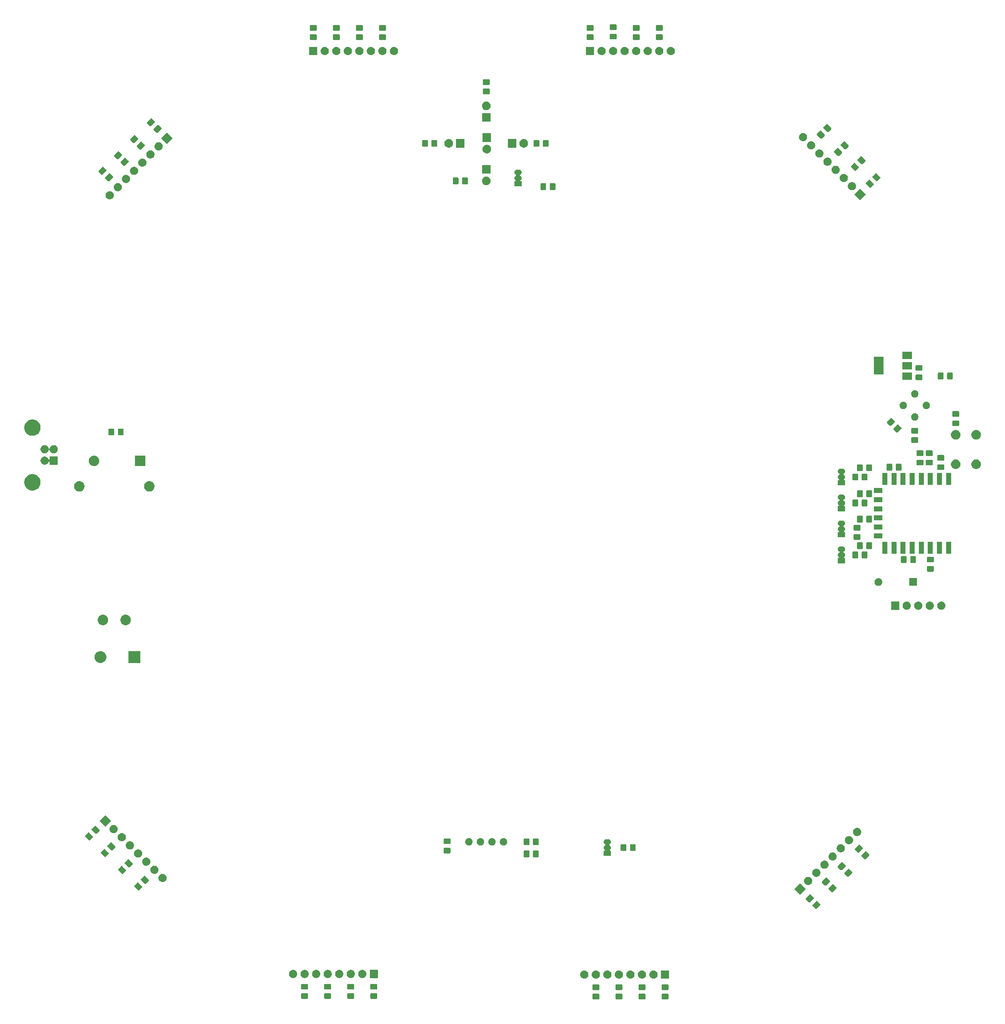
<source format=gts>
G04 #@! TF.GenerationSoftware,KiCad,Pcbnew,(5.0.2)-1*
G04 #@! TF.CreationDate,2018-12-27T20:38:09+08:00*
G04 #@! TF.ProjectId,lighting,6c696768-7469-46e6-972e-6b696361645f,rev?*
G04 #@! TF.SameCoordinates,Original*
G04 #@! TF.FileFunction,Soldermask,Top*
G04 #@! TF.FilePolarity,Negative*
%FSLAX45Y45*%
G04 Gerber Fmt 4.5, Leading zero omitted, Abs format (unit mm)*
G04 Created by KiCad (PCBNEW (5.0.2)-1) date 12/27/2018 8:38:09 PM*
%MOMM*%
%LPD*%
G01*
G04 APERTURE LIST*
%ADD10C,0.100000*%
G04 APERTURE END LIST*
D10*
G36*
X24061868Y-24933246D02*
X24065636Y-24934390D01*
X24069110Y-24936247D01*
X24072155Y-24938745D01*
X24074653Y-24941790D01*
X24076510Y-24945264D01*
X24077653Y-24949032D01*
X24078100Y-24953566D01*
X24078100Y-25037234D01*
X24077653Y-25041768D01*
X24076510Y-25045536D01*
X24074653Y-25049010D01*
X24072155Y-25052055D01*
X24069110Y-25054553D01*
X24065636Y-25056410D01*
X24061868Y-25057553D01*
X24057334Y-25058000D01*
X23948666Y-25058000D01*
X23944132Y-25057553D01*
X23940364Y-25056410D01*
X23936890Y-25054553D01*
X23933845Y-25052055D01*
X23931347Y-25049010D01*
X23929490Y-25045536D01*
X23928346Y-25041768D01*
X23927900Y-25037234D01*
X23927900Y-24953566D01*
X23928346Y-24949032D01*
X23929490Y-24945264D01*
X23931347Y-24941790D01*
X23933845Y-24938745D01*
X23936890Y-24936247D01*
X23940364Y-24934390D01*
X23944132Y-24933246D01*
X23948666Y-24932800D01*
X24057334Y-24932800D01*
X24061868Y-24933246D01*
X24061868Y-24933246D01*
G37*
G36*
X24569868Y-24933246D02*
X24573636Y-24934390D01*
X24577110Y-24936247D01*
X24580155Y-24938745D01*
X24582653Y-24941790D01*
X24584510Y-24945264D01*
X24585653Y-24949032D01*
X24586100Y-24953566D01*
X24586100Y-25037234D01*
X24585653Y-25041768D01*
X24584510Y-25045536D01*
X24582653Y-25049010D01*
X24580155Y-25052055D01*
X24577110Y-25054553D01*
X24573636Y-25056410D01*
X24569868Y-25057553D01*
X24565334Y-25058000D01*
X24456666Y-25058000D01*
X24452132Y-25057553D01*
X24448364Y-25056410D01*
X24444890Y-25054553D01*
X24441845Y-25052055D01*
X24439347Y-25049010D01*
X24437490Y-25045536D01*
X24436346Y-25041768D01*
X24435900Y-25037234D01*
X24435900Y-24953566D01*
X24436346Y-24949032D01*
X24437490Y-24945264D01*
X24439347Y-24941790D01*
X24441845Y-24938745D01*
X24444890Y-24936247D01*
X24448364Y-24934390D01*
X24452132Y-24933246D01*
X24456666Y-24932800D01*
X24565334Y-24932800D01*
X24569868Y-24933246D01*
X24569868Y-24933246D01*
G37*
G36*
X25077868Y-24933246D02*
X25081636Y-24934390D01*
X25085110Y-24936247D01*
X25088155Y-24938745D01*
X25090653Y-24941790D01*
X25092510Y-24945264D01*
X25093653Y-24949032D01*
X25094100Y-24953566D01*
X25094100Y-25037234D01*
X25093653Y-25041768D01*
X25092510Y-25045536D01*
X25090653Y-25049010D01*
X25088155Y-25052055D01*
X25085110Y-25054553D01*
X25081636Y-25056410D01*
X25077868Y-25057553D01*
X25073334Y-25058000D01*
X24964666Y-25058000D01*
X24960132Y-25057553D01*
X24956364Y-25056410D01*
X24952890Y-25054553D01*
X24949845Y-25052055D01*
X24947347Y-25049010D01*
X24945490Y-25045536D01*
X24944346Y-25041768D01*
X24943900Y-25037234D01*
X24943900Y-24953566D01*
X24944346Y-24949032D01*
X24945490Y-24945264D01*
X24947347Y-24941790D01*
X24949845Y-24938745D01*
X24952890Y-24936247D01*
X24956364Y-24934390D01*
X24960132Y-24933246D01*
X24964666Y-24932800D01*
X25073334Y-24932800D01*
X25077868Y-24933246D01*
X25077868Y-24933246D01*
G37*
G36*
X25585868Y-24932346D02*
X25589636Y-24933490D01*
X25593110Y-24935347D01*
X25596155Y-24937845D01*
X25598653Y-24940890D01*
X25600510Y-24944364D01*
X25601653Y-24948132D01*
X25602100Y-24952666D01*
X25602100Y-25036334D01*
X25601653Y-25040868D01*
X25600510Y-25044636D01*
X25598653Y-25048110D01*
X25596155Y-25051155D01*
X25593110Y-25053653D01*
X25589636Y-25055510D01*
X25585868Y-25056653D01*
X25581334Y-25057100D01*
X25472666Y-25057100D01*
X25468132Y-25056653D01*
X25464364Y-25055510D01*
X25460890Y-25053653D01*
X25457845Y-25051155D01*
X25455347Y-25048110D01*
X25453490Y-25044636D01*
X25452346Y-25040868D01*
X25451900Y-25036334D01*
X25451900Y-24952666D01*
X25452346Y-24948132D01*
X25453490Y-24944364D01*
X25455347Y-24940890D01*
X25457845Y-24937845D01*
X25460890Y-24935347D01*
X25464364Y-24933490D01*
X25468132Y-24932346D01*
X25472666Y-24931900D01*
X25581334Y-24931900D01*
X25585868Y-24932346D01*
X25585868Y-24932346D01*
G37*
G36*
X18156368Y-24920546D02*
X18160136Y-24921690D01*
X18163610Y-24923547D01*
X18166655Y-24926045D01*
X18169153Y-24929090D01*
X18171010Y-24932564D01*
X18172154Y-24936332D01*
X18172600Y-24940866D01*
X18172600Y-25024534D01*
X18172154Y-25029068D01*
X18171010Y-25032836D01*
X18169153Y-25036310D01*
X18166655Y-25039355D01*
X18163610Y-25041853D01*
X18160136Y-25043710D01*
X18156368Y-25044853D01*
X18151834Y-25045300D01*
X18043166Y-25045300D01*
X18038632Y-25044853D01*
X18034864Y-25043710D01*
X18031390Y-25041853D01*
X18028345Y-25039355D01*
X18025847Y-25036310D01*
X18023990Y-25032836D01*
X18022847Y-25029068D01*
X18022400Y-25024534D01*
X18022400Y-24940866D01*
X18022847Y-24936332D01*
X18023990Y-24932564D01*
X18025847Y-24929090D01*
X18028345Y-24926045D01*
X18031390Y-24923547D01*
X18034864Y-24921690D01*
X18038632Y-24920546D01*
X18043166Y-24920100D01*
X18151834Y-24920100D01*
X18156368Y-24920546D01*
X18156368Y-24920546D01*
G37*
G36*
X18664368Y-24920546D02*
X18668136Y-24921690D01*
X18671610Y-24923547D01*
X18674655Y-24926045D01*
X18677153Y-24929090D01*
X18679010Y-24932564D01*
X18680154Y-24936332D01*
X18680600Y-24940866D01*
X18680600Y-25024534D01*
X18680154Y-25029068D01*
X18679010Y-25032836D01*
X18677153Y-25036310D01*
X18674655Y-25039355D01*
X18671610Y-25041853D01*
X18668136Y-25043710D01*
X18664368Y-25044853D01*
X18659834Y-25045300D01*
X18551166Y-25045300D01*
X18546632Y-25044853D01*
X18542864Y-25043710D01*
X18539390Y-25041853D01*
X18536345Y-25039355D01*
X18533847Y-25036310D01*
X18531990Y-25032836D01*
X18530847Y-25029068D01*
X18530400Y-25024534D01*
X18530400Y-24940866D01*
X18530847Y-24936332D01*
X18531990Y-24932564D01*
X18533847Y-24929090D01*
X18536345Y-24926045D01*
X18539390Y-24923547D01*
X18542864Y-24921690D01*
X18546632Y-24920546D01*
X18551166Y-24920100D01*
X18659834Y-24920100D01*
X18664368Y-24920546D01*
X18664368Y-24920546D01*
G37*
G36*
X17648368Y-24920546D02*
X17652136Y-24921690D01*
X17655610Y-24923547D01*
X17658655Y-24926045D01*
X17661153Y-24929090D01*
X17663010Y-24932564D01*
X17664154Y-24936332D01*
X17664600Y-24940866D01*
X17664600Y-25024534D01*
X17664154Y-25029068D01*
X17663010Y-25032836D01*
X17661153Y-25036310D01*
X17658655Y-25039355D01*
X17655610Y-25041853D01*
X17652136Y-25043710D01*
X17648368Y-25044853D01*
X17643834Y-25045300D01*
X17535166Y-25045300D01*
X17530632Y-25044853D01*
X17526864Y-25043710D01*
X17523390Y-25041853D01*
X17520345Y-25039355D01*
X17517847Y-25036310D01*
X17515990Y-25032836D01*
X17514847Y-25029068D01*
X17514400Y-25024534D01*
X17514400Y-24940866D01*
X17514847Y-24936332D01*
X17515990Y-24932564D01*
X17517847Y-24929090D01*
X17520345Y-24926045D01*
X17523390Y-24923547D01*
X17526864Y-24921690D01*
X17530632Y-24920546D01*
X17535166Y-24920100D01*
X17643834Y-24920100D01*
X17648368Y-24920546D01*
X17648368Y-24920546D01*
G37*
G36*
X19172368Y-24920546D02*
X19176136Y-24921690D01*
X19179610Y-24923547D01*
X19182655Y-24926045D01*
X19185153Y-24929090D01*
X19187010Y-24932564D01*
X19188154Y-24936332D01*
X19188600Y-24940866D01*
X19188600Y-25024534D01*
X19188154Y-25029068D01*
X19187010Y-25032836D01*
X19185153Y-25036310D01*
X19182655Y-25039355D01*
X19179610Y-25041853D01*
X19176136Y-25043710D01*
X19172368Y-25044853D01*
X19167834Y-25045300D01*
X19059166Y-25045300D01*
X19054632Y-25044853D01*
X19050864Y-25043710D01*
X19047390Y-25041853D01*
X19044345Y-25039355D01*
X19041847Y-25036310D01*
X19039990Y-25032836D01*
X19038847Y-25029068D01*
X19038400Y-25024534D01*
X19038400Y-24940866D01*
X19038847Y-24936332D01*
X19039990Y-24932564D01*
X19041847Y-24929090D01*
X19044345Y-24926045D01*
X19047390Y-24923547D01*
X19050864Y-24921690D01*
X19054632Y-24920546D01*
X19059166Y-24920100D01*
X19167834Y-24920100D01*
X19172368Y-24920546D01*
X19172368Y-24920546D01*
G37*
G36*
X24569868Y-24728246D02*
X24573636Y-24729390D01*
X24577110Y-24731247D01*
X24580155Y-24733745D01*
X24582653Y-24736790D01*
X24584510Y-24740264D01*
X24585653Y-24744032D01*
X24586100Y-24748566D01*
X24586100Y-24832234D01*
X24585653Y-24836768D01*
X24584510Y-24840536D01*
X24582653Y-24844010D01*
X24580155Y-24847055D01*
X24577110Y-24849553D01*
X24573636Y-24851410D01*
X24569868Y-24852553D01*
X24565334Y-24853000D01*
X24456666Y-24853000D01*
X24452132Y-24852553D01*
X24448364Y-24851410D01*
X24444890Y-24849553D01*
X24441845Y-24847055D01*
X24439347Y-24844010D01*
X24437490Y-24840536D01*
X24436346Y-24836768D01*
X24435900Y-24832234D01*
X24435900Y-24748566D01*
X24436346Y-24744032D01*
X24437490Y-24740264D01*
X24439347Y-24736790D01*
X24441845Y-24733745D01*
X24444890Y-24731247D01*
X24448364Y-24729390D01*
X24452132Y-24728246D01*
X24456666Y-24727800D01*
X24565334Y-24727800D01*
X24569868Y-24728246D01*
X24569868Y-24728246D01*
G37*
G36*
X24061868Y-24728246D02*
X24065636Y-24729390D01*
X24069110Y-24731247D01*
X24072155Y-24733745D01*
X24074653Y-24736790D01*
X24076510Y-24740264D01*
X24077653Y-24744032D01*
X24078100Y-24748566D01*
X24078100Y-24832234D01*
X24077653Y-24836768D01*
X24076510Y-24840536D01*
X24074653Y-24844010D01*
X24072155Y-24847055D01*
X24069110Y-24849553D01*
X24065636Y-24851410D01*
X24061868Y-24852553D01*
X24057334Y-24853000D01*
X23948666Y-24853000D01*
X23944132Y-24852553D01*
X23940364Y-24851410D01*
X23936890Y-24849553D01*
X23933845Y-24847055D01*
X23931347Y-24844010D01*
X23929490Y-24840536D01*
X23928346Y-24836768D01*
X23927900Y-24832234D01*
X23927900Y-24748566D01*
X23928346Y-24744032D01*
X23929490Y-24740264D01*
X23931347Y-24736790D01*
X23933845Y-24733745D01*
X23936890Y-24731247D01*
X23940364Y-24729390D01*
X23944132Y-24728246D01*
X23948666Y-24727800D01*
X24057334Y-24727800D01*
X24061868Y-24728246D01*
X24061868Y-24728246D01*
G37*
G36*
X25077868Y-24728246D02*
X25081636Y-24729390D01*
X25085110Y-24731247D01*
X25088155Y-24733745D01*
X25090653Y-24736790D01*
X25092510Y-24740264D01*
X25093653Y-24744032D01*
X25094100Y-24748566D01*
X25094100Y-24832234D01*
X25093653Y-24836768D01*
X25092510Y-24840536D01*
X25090653Y-24844010D01*
X25088155Y-24847055D01*
X25085110Y-24849553D01*
X25081636Y-24851410D01*
X25077868Y-24852553D01*
X25073334Y-24853000D01*
X24964666Y-24853000D01*
X24960132Y-24852553D01*
X24956364Y-24851410D01*
X24952890Y-24849553D01*
X24949845Y-24847055D01*
X24947347Y-24844010D01*
X24945490Y-24840536D01*
X24944346Y-24836768D01*
X24943900Y-24832234D01*
X24943900Y-24748566D01*
X24944346Y-24744032D01*
X24945490Y-24740264D01*
X24947347Y-24736790D01*
X24949845Y-24733745D01*
X24952890Y-24731247D01*
X24956364Y-24729390D01*
X24960132Y-24728246D01*
X24964666Y-24727800D01*
X25073334Y-24727800D01*
X25077868Y-24728246D01*
X25077868Y-24728246D01*
G37*
G36*
X25585868Y-24727346D02*
X25589636Y-24728490D01*
X25593110Y-24730347D01*
X25596155Y-24732845D01*
X25598653Y-24735890D01*
X25600510Y-24739364D01*
X25601653Y-24743132D01*
X25602100Y-24747666D01*
X25602100Y-24831334D01*
X25601653Y-24835868D01*
X25600510Y-24839636D01*
X25598653Y-24843110D01*
X25596155Y-24846155D01*
X25593110Y-24848653D01*
X25589636Y-24850510D01*
X25585868Y-24851653D01*
X25581334Y-24852100D01*
X25472666Y-24852100D01*
X25468132Y-24851653D01*
X25464364Y-24850510D01*
X25460890Y-24848653D01*
X25457845Y-24846155D01*
X25455347Y-24843110D01*
X25453490Y-24839636D01*
X25452346Y-24835868D01*
X25451900Y-24831334D01*
X25451900Y-24747666D01*
X25452346Y-24743132D01*
X25453490Y-24739364D01*
X25455347Y-24735890D01*
X25457845Y-24732845D01*
X25460890Y-24730347D01*
X25464364Y-24728490D01*
X25468132Y-24727346D01*
X25472666Y-24726900D01*
X25581334Y-24726900D01*
X25585868Y-24727346D01*
X25585868Y-24727346D01*
G37*
G36*
X17648368Y-24715546D02*
X17652136Y-24716690D01*
X17655610Y-24718547D01*
X17658655Y-24721045D01*
X17661153Y-24724090D01*
X17663010Y-24727564D01*
X17664154Y-24731332D01*
X17664600Y-24735866D01*
X17664600Y-24819534D01*
X17664154Y-24824068D01*
X17663010Y-24827836D01*
X17661153Y-24831310D01*
X17658655Y-24834355D01*
X17655610Y-24836853D01*
X17652136Y-24838710D01*
X17648368Y-24839853D01*
X17643834Y-24840300D01*
X17535166Y-24840300D01*
X17530632Y-24839853D01*
X17526864Y-24838710D01*
X17523390Y-24836853D01*
X17520345Y-24834355D01*
X17517847Y-24831310D01*
X17515990Y-24827836D01*
X17514847Y-24824068D01*
X17514400Y-24819534D01*
X17514400Y-24735866D01*
X17514847Y-24731332D01*
X17515990Y-24727564D01*
X17517847Y-24724090D01*
X17520345Y-24721045D01*
X17523390Y-24718547D01*
X17526864Y-24716690D01*
X17530632Y-24715546D01*
X17535166Y-24715100D01*
X17643834Y-24715100D01*
X17648368Y-24715546D01*
X17648368Y-24715546D01*
G37*
G36*
X18156368Y-24715546D02*
X18160136Y-24716690D01*
X18163610Y-24718547D01*
X18166655Y-24721045D01*
X18169153Y-24724090D01*
X18171010Y-24727564D01*
X18172154Y-24731332D01*
X18172600Y-24735866D01*
X18172600Y-24819534D01*
X18172154Y-24824068D01*
X18171010Y-24827836D01*
X18169153Y-24831310D01*
X18166655Y-24834355D01*
X18163610Y-24836853D01*
X18160136Y-24838710D01*
X18156368Y-24839853D01*
X18151834Y-24840300D01*
X18043166Y-24840300D01*
X18038632Y-24839853D01*
X18034864Y-24838710D01*
X18031390Y-24836853D01*
X18028345Y-24834355D01*
X18025847Y-24831310D01*
X18023990Y-24827836D01*
X18022847Y-24824068D01*
X18022400Y-24819534D01*
X18022400Y-24735866D01*
X18022847Y-24731332D01*
X18023990Y-24727564D01*
X18025847Y-24724090D01*
X18028345Y-24721045D01*
X18031390Y-24718547D01*
X18034864Y-24716690D01*
X18038632Y-24715546D01*
X18043166Y-24715100D01*
X18151834Y-24715100D01*
X18156368Y-24715546D01*
X18156368Y-24715546D01*
G37*
G36*
X19172368Y-24715546D02*
X19176136Y-24716690D01*
X19179610Y-24718547D01*
X19182655Y-24721045D01*
X19185153Y-24724090D01*
X19187010Y-24727564D01*
X19188154Y-24731332D01*
X19188600Y-24735866D01*
X19188600Y-24819534D01*
X19188154Y-24824068D01*
X19187010Y-24827836D01*
X19185153Y-24831310D01*
X19182655Y-24834355D01*
X19179610Y-24836853D01*
X19176136Y-24838710D01*
X19172368Y-24839853D01*
X19167834Y-24840300D01*
X19059166Y-24840300D01*
X19054632Y-24839853D01*
X19050864Y-24838710D01*
X19047390Y-24836853D01*
X19044345Y-24834355D01*
X19041847Y-24831310D01*
X19039990Y-24827836D01*
X19038847Y-24824068D01*
X19038400Y-24819534D01*
X19038400Y-24735866D01*
X19038847Y-24731332D01*
X19039990Y-24727564D01*
X19041847Y-24724090D01*
X19044345Y-24721045D01*
X19047390Y-24718547D01*
X19050864Y-24716690D01*
X19054632Y-24715546D01*
X19059166Y-24715100D01*
X19167834Y-24715100D01*
X19172368Y-24715546D01*
X19172368Y-24715546D01*
G37*
G36*
X18664368Y-24715546D02*
X18668136Y-24716690D01*
X18671610Y-24718547D01*
X18674655Y-24721045D01*
X18677153Y-24724090D01*
X18679010Y-24727564D01*
X18680154Y-24731332D01*
X18680600Y-24735866D01*
X18680600Y-24819534D01*
X18680154Y-24824068D01*
X18679010Y-24827836D01*
X18677153Y-24831310D01*
X18674655Y-24834355D01*
X18671610Y-24836853D01*
X18668136Y-24838710D01*
X18664368Y-24839853D01*
X18659834Y-24840300D01*
X18551166Y-24840300D01*
X18546632Y-24839853D01*
X18542864Y-24838710D01*
X18539390Y-24836853D01*
X18536345Y-24834355D01*
X18533847Y-24831310D01*
X18531990Y-24827836D01*
X18530847Y-24824068D01*
X18530400Y-24819534D01*
X18530400Y-24735866D01*
X18530847Y-24731332D01*
X18531990Y-24727564D01*
X18533847Y-24724090D01*
X18536345Y-24721045D01*
X18539390Y-24718547D01*
X18542864Y-24716690D01*
X18546632Y-24715546D01*
X18551166Y-24715100D01*
X18659834Y-24715100D01*
X18664368Y-24715546D01*
X18664368Y-24715546D01*
G37*
G36*
X24014044Y-24421552D02*
X24020663Y-24422204D01*
X24031985Y-24425638D01*
X24037647Y-24427356D01*
X24050604Y-24434281D01*
X24053299Y-24435722D01*
X24056873Y-24438655D01*
X24067019Y-24446981D01*
X24075345Y-24457127D01*
X24078278Y-24460701D01*
X24078278Y-24460701D01*
X24086644Y-24476353D01*
X24086644Y-24476353D01*
X24091796Y-24493337D01*
X24093536Y-24511000D01*
X24091796Y-24528663D01*
X24088362Y-24539985D01*
X24086644Y-24545647D01*
X24079235Y-24559509D01*
X24078278Y-24561299D01*
X24077441Y-24562319D01*
X24067019Y-24575019D01*
X24056873Y-24583345D01*
X24053299Y-24586278D01*
X24053299Y-24586278D01*
X24037647Y-24594644D01*
X24031985Y-24596362D01*
X24020663Y-24599796D01*
X24014044Y-24600448D01*
X24007426Y-24601100D01*
X23998574Y-24601100D01*
X23991956Y-24600448D01*
X23985337Y-24599796D01*
X23974015Y-24596362D01*
X23968353Y-24594644D01*
X23952701Y-24586278D01*
X23952701Y-24586278D01*
X23949127Y-24583345D01*
X23938981Y-24575019D01*
X23928559Y-24562319D01*
X23927722Y-24561299D01*
X23926765Y-24559509D01*
X23919356Y-24545647D01*
X23917638Y-24539985D01*
X23914204Y-24528663D01*
X23912464Y-24511000D01*
X23914204Y-24493337D01*
X23919356Y-24476353D01*
X23919356Y-24476353D01*
X23927722Y-24460701D01*
X23927722Y-24460701D01*
X23930655Y-24457127D01*
X23938981Y-24446981D01*
X23949127Y-24438655D01*
X23952701Y-24435722D01*
X23955396Y-24434281D01*
X23968353Y-24427356D01*
X23974015Y-24425638D01*
X23985337Y-24422204D01*
X23991956Y-24421552D01*
X23998574Y-24420900D01*
X24007426Y-24420900D01*
X24014044Y-24421552D01*
X24014044Y-24421552D01*
G37*
G36*
X25617100Y-24601100D02*
X25436900Y-24601100D01*
X25436900Y-24420900D01*
X25617100Y-24420900D01*
X25617100Y-24601100D01*
X25617100Y-24601100D01*
G37*
G36*
X24268044Y-24421552D02*
X24274663Y-24422204D01*
X24285985Y-24425638D01*
X24291647Y-24427356D01*
X24304604Y-24434281D01*
X24307299Y-24435722D01*
X24310873Y-24438655D01*
X24321019Y-24446981D01*
X24329345Y-24457127D01*
X24332278Y-24460701D01*
X24332278Y-24460701D01*
X24340644Y-24476353D01*
X24340644Y-24476353D01*
X24345796Y-24493337D01*
X24347536Y-24511000D01*
X24345796Y-24528663D01*
X24342362Y-24539985D01*
X24340644Y-24545647D01*
X24333235Y-24559509D01*
X24332278Y-24561299D01*
X24331441Y-24562319D01*
X24321019Y-24575019D01*
X24310873Y-24583345D01*
X24307299Y-24586278D01*
X24307299Y-24586278D01*
X24291647Y-24594644D01*
X24285985Y-24596362D01*
X24274663Y-24599796D01*
X24268044Y-24600448D01*
X24261426Y-24601100D01*
X24252574Y-24601100D01*
X24245956Y-24600448D01*
X24239337Y-24599796D01*
X24228015Y-24596362D01*
X24222353Y-24594644D01*
X24206701Y-24586278D01*
X24206701Y-24586278D01*
X24203127Y-24583345D01*
X24192981Y-24575019D01*
X24182559Y-24562319D01*
X24181722Y-24561299D01*
X24180765Y-24559509D01*
X24173356Y-24545647D01*
X24171638Y-24539985D01*
X24168204Y-24528663D01*
X24166464Y-24511000D01*
X24168204Y-24493337D01*
X24173356Y-24476353D01*
X24173356Y-24476353D01*
X24181722Y-24460701D01*
X24181722Y-24460701D01*
X24184655Y-24457127D01*
X24192981Y-24446981D01*
X24203127Y-24438655D01*
X24206701Y-24435722D01*
X24209396Y-24434281D01*
X24222353Y-24427356D01*
X24228015Y-24425638D01*
X24239337Y-24422204D01*
X24245956Y-24421552D01*
X24252574Y-24420900D01*
X24261426Y-24420900D01*
X24268044Y-24421552D01*
X24268044Y-24421552D01*
G37*
G36*
X24522044Y-24421552D02*
X24528663Y-24422204D01*
X24539985Y-24425638D01*
X24545647Y-24427356D01*
X24558604Y-24434281D01*
X24561299Y-24435722D01*
X24564873Y-24438655D01*
X24575019Y-24446981D01*
X24583345Y-24457127D01*
X24586278Y-24460701D01*
X24586278Y-24460701D01*
X24594644Y-24476353D01*
X24594644Y-24476353D01*
X24599796Y-24493337D01*
X24601536Y-24511000D01*
X24599796Y-24528663D01*
X24596362Y-24539985D01*
X24594644Y-24545647D01*
X24587235Y-24559509D01*
X24586278Y-24561299D01*
X24585441Y-24562319D01*
X24575019Y-24575019D01*
X24564873Y-24583345D01*
X24561299Y-24586278D01*
X24561299Y-24586278D01*
X24545647Y-24594644D01*
X24539985Y-24596362D01*
X24528663Y-24599796D01*
X24522044Y-24600448D01*
X24515426Y-24601100D01*
X24506574Y-24601100D01*
X24499956Y-24600448D01*
X24493337Y-24599796D01*
X24482015Y-24596362D01*
X24476353Y-24594644D01*
X24460701Y-24586278D01*
X24460701Y-24586278D01*
X24457127Y-24583345D01*
X24446981Y-24575019D01*
X24436559Y-24562319D01*
X24435722Y-24561299D01*
X24434765Y-24559509D01*
X24427356Y-24545647D01*
X24425638Y-24539985D01*
X24422204Y-24528663D01*
X24420464Y-24511000D01*
X24422204Y-24493337D01*
X24427356Y-24476353D01*
X24427356Y-24476353D01*
X24435722Y-24460701D01*
X24435722Y-24460701D01*
X24438655Y-24457127D01*
X24446981Y-24446981D01*
X24457127Y-24438655D01*
X24460701Y-24435722D01*
X24463396Y-24434281D01*
X24476353Y-24427356D01*
X24482015Y-24425638D01*
X24493337Y-24422204D01*
X24499956Y-24421552D01*
X24506574Y-24420900D01*
X24515426Y-24420900D01*
X24522044Y-24421552D01*
X24522044Y-24421552D01*
G37*
G36*
X24776044Y-24421552D02*
X24782663Y-24422204D01*
X24793985Y-24425638D01*
X24799647Y-24427356D01*
X24812604Y-24434281D01*
X24815299Y-24435722D01*
X24818873Y-24438655D01*
X24829019Y-24446981D01*
X24837345Y-24457127D01*
X24840278Y-24460701D01*
X24840278Y-24460701D01*
X24848644Y-24476353D01*
X24848644Y-24476353D01*
X24853796Y-24493337D01*
X24855536Y-24511000D01*
X24853796Y-24528663D01*
X24850362Y-24539985D01*
X24848644Y-24545647D01*
X24841235Y-24559509D01*
X24840278Y-24561299D01*
X24839441Y-24562319D01*
X24829019Y-24575019D01*
X24818873Y-24583345D01*
X24815299Y-24586278D01*
X24815299Y-24586278D01*
X24799647Y-24594644D01*
X24793985Y-24596362D01*
X24782663Y-24599796D01*
X24776044Y-24600448D01*
X24769426Y-24601100D01*
X24760574Y-24601100D01*
X24753956Y-24600448D01*
X24747337Y-24599796D01*
X24736015Y-24596362D01*
X24730353Y-24594644D01*
X24714701Y-24586278D01*
X24714701Y-24586278D01*
X24711127Y-24583345D01*
X24700981Y-24575019D01*
X24690559Y-24562319D01*
X24689722Y-24561299D01*
X24688765Y-24559509D01*
X24681356Y-24545647D01*
X24679638Y-24539985D01*
X24676204Y-24528663D01*
X24674464Y-24511000D01*
X24676204Y-24493337D01*
X24681356Y-24476353D01*
X24681356Y-24476353D01*
X24689722Y-24460701D01*
X24689722Y-24460701D01*
X24692655Y-24457127D01*
X24700981Y-24446981D01*
X24711127Y-24438655D01*
X24714701Y-24435722D01*
X24717396Y-24434281D01*
X24730353Y-24427356D01*
X24736015Y-24425638D01*
X24747337Y-24422204D01*
X24753956Y-24421552D01*
X24760574Y-24420900D01*
X24769426Y-24420900D01*
X24776044Y-24421552D01*
X24776044Y-24421552D01*
G37*
G36*
X25030044Y-24421552D02*
X25036663Y-24422204D01*
X25047985Y-24425638D01*
X25053647Y-24427356D01*
X25066604Y-24434281D01*
X25069299Y-24435722D01*
X25072873Y-24438655D01*
X25083019Y-24446981D01*
X25091345Y-24457127D01*
X25094278Y-24460701D01*
X25094278Y-24460701D01*
X25102644Y-24476353D01*
X25102644Y-24476353D01*
X25107796Y-24493337D01*
X25109536Y-24511000D01*
X25107796Y-24528663D01*
X25104362Y-24539985D01*
X25102644Y-24545647D01*
X25095235Y-24559509D01*
X25094278Y-24561299D01*
X25093441Y-24562319D01*
X25083019Y-24575019D01*
X25072873Y-24583345D01*
X25069299Y-24586278D01*
X25069299Y-24586278D01*
X25053647Y-24594644D01*
X25047985Y-24596362D01*
X25036663Y-24599796D01*
X25030044Y-24600448D01*
X25023426Y-24601100D01*
X25014574Y-24601100D01*
X25007956Y-24600448D01*
X25001337Y-24599796D01*
X24990015Y-24596362D01*
X24984353Y-24594644D01*
X24968701Y-24586278D01*
X24968701Y-24586278D01*
X24965127Y-24583345D01*
X24954981Y-24575019D01*
X24944559Y-24562319D01*
X24943722Y-24561299D01*
X24942765Y-24559509D01*
X24935356Y-24545647D01*
X24933638Y-24539985D01*
X24930204Y-24528663D01*
X24928464Y-24511000D01*
X24930204Y-24493337D01*
X24935356Y-24476353D01*
X24935356Y-24476353D01*
X24943722Y-24460701D01*
X24943722Y-24460701D01*
X24946655Y-24457127D01*
X24954981Y-24446981D01*
X24965127Y-24438655D01*
X24968701Y-24435722D01*
X24971396Y-24434281D01*
X24984353Y-24427356D01*
X24990015Y-24425638D01*
X25001337Y-24422204D01*
X25007956Y-24421552D01*
X25014574Y-24420900D01*
X25023426Y-24420900D01*
X25030044Y-24421552D01*
X25030044Y-24421552D01*
G37*
G36*
X25284044Y-24421552D02*
X25290663Y-24422204D01*
X25301985Y-24425638D01*
X25307647Y-24427356D01*
X25320604Y-24434281D01*
X25323299Y-24435722D01*
X25326873Y-24438655D01*
X25337019Y-24446981D01*
X25345345Y-24457127D01*
X25348278Y-24460701D01*
X25348278Y-24460701D01*
X25356644Y-24476353D01*
X25356644Y-24476353D01*
X25361796Y-24493337D01*
X25363536Y-24511000D01*
X25361796Y-24528663D01*
X25358362Y-24539985D01*
X25356644Y-24545647D01*
X25349235Y-24559509D01*
X25348278Y-24561299D01*
X25347441Y-24562319D01*
X25337019Y-24575019D01*
X25326873Y-24583345D01*
X25323299Y-24586278D01*
X25323299Y-24586278D01*
X25307647Y-24594644D01*
X25301985Y-24596362D01*
X25290663Y-24599796D01*
X25284044Y-24600448D01*
X25277426Y-24601100D01*
X25268574Y-24601100D01*
X25261956Y-24600448D01*
X25255337Y-24599796D01*
X25244015Y-24596362D01*
X25238353Y-24594644D01*
X25222701Y-24586278D01*
X25222701Y-24586278D01*
X25219127Y-24583345D01*
X25208981Y-24575019D01*
X25198559Y-24562319D01*
X25197722Y-24561299D01*
X25196765Y-24559509D01*
X25189356Y-24545647D01*
X25187638Y-24539985D01*
X25184204Y-24528663D01*
X25182464Y-24511000D01*
X25184204Y-24493337D01*
X25189356Y-24476353D01*
X25189356Y-24476353D01*
X25197722Y-24460701D01*
X25197722Y-24460701D01*
X25200655Y-24457127D01*
X25208981Y-24446981D01*
X25219127Y-24438655D01*
X25222701Y-24435722D01*
X25225396Y-24434281D01*
X25238353Y-24427356D01*
X25244015Y-24425638D01*
X25255337Y-24422204D01*
X25261956Y-24421552D01*
X25268574Y-24420900D01*
X25277426Y-24420900D01*
X25284044Y-24421552D01*
X25284044Y-24421552D01*
G37*
G36*
X23760044Y-24421552D02*
X23766663Y-24422204D01*
X23777985Y-24425638D01*
X23783647Y-24427356D01*
X23796604Y-24434281D01*
X23799299Y-24435722D01*
X23802873Y-24438655D01*
X23813019Y-24446981D01*
X23821345Y-24457127D01*
X23824278Y-24460701D01*
X23824278Y-24460701D01*
X23832644Y-24476353D01*
X23832644Y-24476353D01*
X23837796Y-24493337D01*
X23839536Y-24511000D01*
X23837796Y-24528663D01*
X23834362Y-24539985D01*
X23832644Y-24545647D01*
X23825235Y-24559509D01*
X23824278Y-24561299D01*
X23823441Y-24562319D01*
X23813019Y-24575019D01*
X23802873Y-24583345D01*
X23799299Y-24586278D01*
X23799299Y-24586278D01*
X23783647Y-24594644D01*
X23777985Y-24596362D01*
X23766663Y-24599796D01*
X23760044Y-24600448D01*
X23753426Y-24601100D01*
X23744574Y-24601100D01*
X23737956Y-24600448D01*
X23731337Y-24599796D01*
X23720015Y-24596362D01*
X23714353Y-24594644D01*
X23698701Y-24586278D01*
X23698701Y-24586278D01*
X23695127Y-24583345D01*
X23684981Y-24575019D01*
X23674559Y-24562319D01*
X23673722Y-24561299D01*
X23672765Y-24559509D01*
X23665356Y-24545647D01*
X23663638Y-24539985D01*
X23660204Y-24528663D01*
X23658464Y-24511000D01*
X23660204Y-24493337D01*
X23665356Y-24476353D01*
X23665356Y-24476353D01*
X23673722Y-24460701D01*
X23673722Y-24460701D01*
X23676655Y-24457127D01*
X23684981Y-24446981D01*
X23695127Y-24438655D01*
X23698701Y-24435722D01*
X23701396Y-24434281D01*
X23714353Y-24427356D01*
X23720015Y-24425638D01*
X23731337Y-24422204D01*
X23737956Y-24421552D01*
X23744574Y-24420900D01*
X23753426Y-24420900D01*
X23760044Y-24421552D01*
X23760044Y-24421552D01*
G37*
G36*
X19203600Y-24588400D02*
X19023400Y-24588400D01*
X19023400Y-24408200D01*
X19203600Y-24408200D01*
X19203600Y-24588400D01*
X19203600Y-24588400D01*
G37*
G36*
X17600544Y-24408852D02*
X17607163Y-24409504D01*
X17618485Y-24412938D01*
X17624147Y-24414656D01*
X17635829Y-24420900D01*
X17639799Y-24423022D01*
X17643373Y-24425955D01*
X17653519Y-24434281D01*
X17661845Y-24444427D01*
X17664778Y-24448001D01*
X17664778Y-24448001D01*
X17673144Y-24463653D01*
X17673144Y-24463653D01*
X17678296Y-24480637D01*
X17680036Y-24498300D01*
X17678296Y-24515963D01*
X17674862Y-24527285D01*
X17673144Y-24532947D01*
X17666356Y-24545647D01*
X17664778Y-24548599D01*
X17661845Y-24552173D01*
X17653519Y-24562319D01*
X17643373Y-24570645D01*
X17639799Y-24573578D01*
X17639799Y-24573578D01*
X17624147Y-24581944D01*
X17618485Y-24583662D01*
X17607163Y-24587096D01*
X17600544Y-24587748D01*
X17593926Y-24588400D01*
X17585074Y-24588400D01*
X17578456Y-24587748D01*
X17571837Y-24587096D01*
X17560515Y-24583662D01*
X17554853Y-24581944D01*
X17539201Y-24573578D01*
X17539201Y-24573578D01*
X17535627Y-24570645D01*
X17525481Y-24562319D01*
X17517155Y-24552173D01*
X17514222Y-24548599D01*
X17512644Y-24545647D01*
X17505856Y-24532947D01*
X17504138Y-24527285D01*
X17500704Y-24515963D01*
X17498964Y-24498300D01*
X17500704Y-24480637D01*
X17505856Y-24463653D01*
X17505856Y-24463653D01*
X17514222Y-24448001D01*
X17514222Y-24448001D01*
X17517155Y-24444427D01*
X17525481Y-24434281D01*
X17535627Y-24425955D01*
X17539201Y-24423022D01*
X17543171Y-24420900D01*
X17554853Y-24414656D01*
X17560515Y-24412938D01*
X17571837Y-24409504D01*
X17578456Y-24408852D01*
X17585074Y-24408200D01*
X17593926Y-24408200D01*
X17600544Y-24408852D01*
X17600544Y-24408852D01*
G37*
G36*
X17346544Y-24408852D02*
X17353163Y-24409504D01*
X17364485Y-24412938D01*
X17370147Y-24414656D01*
X17381829Y-24420900D01*
X17385799Y-24423022D01*
X17389373Y-24425955D01*
X17399519Y-24434281D01*
X17407845Y-24444427D01*
X17410778Y-24448001D01*
X17410778Y-24448001D01*
X17419144Y-24463653D01*
X17419144Y-24463653D01*
X17424296Y-24480637D01*
X17426036Y-24498300D01*
X17424296Y-24515963D01*
X17420862Y-24527285D01*
X17419144Y-24532947D01*
X17412356Y-24545647D01*
X17410778Y-24548599D01*
X17407845Y-24552173D01*
X17399519Y-24562319D01*
X17389373Y-24570645D01*
X17385799Y-24573578D01*
X17385799Y-24573578D01*
X17370147Y-24581944D01*
X17364485Y-24583662D01*
X17353163Y-24587096D01*
X17346544Y-24587748D01*
X17339926Y-24588400D01*
X17331074Y-24588400D01*
X17324456Y-24587748D01*
X17317837Y-24587096D01*
X17306515Y-24583662D01*
X17300853Y-24581944D01*
X17285201Y-24573578D01*
X17285201Y-24573578D01*
X17281627Y-24570645D01*
X17271481Y-24562319D01*
X17263155Y-24552173D01*
X17260222Y-24548599D01*
X17258644Y-24545647D01*
X17251856Y-24532947D01*
X17250138Y-24527285D01*
X17246704Y-24515963D01*
X17244964Y-24498300D01*
X17246704Y-24480637D01*
X17251856Y-24463653D01*
X17251856Y-24463653D01*
X17260222Y-24448001D01*
X17260222Y-24448001D01*
X17263155Y-24444427D01*
X17271481Y-24434281D01*
X17281627Y-24425955D01*
X17285201Y-24423022D01*
X17289171Y-24420900D01*
X17300853Y-24414656D01*
X17306515Y-24412938D01*
X17317837Y-24409504D01*
X17324456Y-24408852D01*
X17331074Y-24408200D01*
X17339926Y-24408200D01*
X17346544Y-24408852D01*
X17346544Y-24408852D01*
G37*
G36*
X18870544Y-24408852D02*
X18877163Y-24409504D01*
X18888485Y-24412938D01*
X18894147Y-24414656D01*
X18905829Y-24420900D01*
X18909799Y-24423022D01*
X18913373Y-24425955D01*
X18923519Y-24434281D01*
X18931845Y-24444427D01*
X18934778Y-24448001D01*
X18934778Y-24448001D01*
X18943144Y-24463653D01*
X18943144Y-24463653D01*
X18948296Y-24480637D01*
X18950036Y-24498300D01*
X18948296Y-24515963D01*
X18944862Y-24527285D01*
X18943144Y-24532947D01*
X18936356Y-24545647D01*
X18934778Y-24548599D01*
X18931845Y-24552173D01*
X18923519Y-24562319D01*
X18913373Y-24570645D01*
X18909799Y-24573578D01*
X18909799Y-24573578D01*
X18894147Y-24581944D01*
X18888485Y-24583662D01*
X18877163Y-24587096D01*
X18870544Y-24587748D01*
X18863926Y-24588400D01*
X18855074Y-24588400D01*
X18848456Y-24587748D01*
X18841837Y-24587096D01*
X18830515Y-24583662D01*
X18824853Y-24581944D01*
X18809201Y-24573578D01*
X18809201Y-24573578D01*
X18805627Y-24570645D01*
X18795481Y-24562319D01*
X18787155Y-24552173D01*
X18784222Y-24548599D01*
X18782644Y-24545647D01*
X18775856Y-24532947D01*
X18774138Y-24527285D01*
X18770704Y-24515963D01*
X18768964Y-24498300D01*
X18770704Y-24480637D01*
X18775856Y-24463653D01*
X18775856Y-24463653D01*
X18784222Y-24448001D01*
X18784222Y-24448001D01*
X18787155Y-24444427D01*
X18795481Y-24434281D01*
X18805627Y-24425955D01*
X18809201Y-24423022D01*
X18813171Y-24420900D01*
X18824853Y-24414656D01*
X18830515Y-24412938D01*
X18841837Y-24409504D01*
X18848456Y-24408852D01*
X18855074Y-24408200D01*
X18863926Y-24408200D01*
X18870544Y-24408852D01*
X18870544Y-24408852D01*
G37*
G36*
X18616544Y-24408852D02*
X18623163Y-24409504D01*
X18634485Y-24412938D01*
X18640147Y-24414656D01*
X18651829Y-24420900D01*
X18655799Y-24423022D01*
X18659373Y-24425955D01*
X18669519Y-24434281D01*
X18677845Y-24444427D01*
X18680778Y-24448001D01*
X18680778Y-24448001D01*
X18689144Y-24463653D01*
X18689144Y-24463653D01*
X18694296Y-24480637D01*
X18696036Y-24498300D01*
X18694296Y-24515963D01*
X18690862Y-24527285D01*
X18689144Y-24532947D01*
X18682356Y-24545647D01*
X18680778Y-24548599D01*
X18677845Y-24552173D01*
X18669519Y-24562319D01*
X18659373Y-24570645D01*
X18655799Y-24573578D01*
X18655799Y-24573578D01*
X18640147Y-24581944D01*
X18634485Y-24583662D01*
X18623163Y-24587096D01*
X18616544Y-24587748D01*
X18609926Y-24588400D01*
X18601074Y-24588400D01*
X18594456Y-24587748D01*
X18587837Y-24587096D01*
X18576515Y-24583662D01*
X18570853Y-24581944D01*
X18555201Y-24573578D01*
X18555201Y-24573578D01*
X18551627Y-24570645D01*
X18541481Y-24562319D01*
X18533155Y-24552173D01*
X18530222Y-24548599D01*
X18528644Y-24545647D01*
X18521856Y-24532947D01*
X18520138Y-24527285D01*
X18516704Y-24515963D01*
X18514964Y-24498300D01*
X18516704Y-24480637D01*
X18521856Y-24463653D01*
X18521856Y-24463653D01*
X18530222Y-24448001D01*
X18530222Y-24448001D01*
X18533155Y-24444427D01*
X18541481Y-24434281D01*
X18551627Y-24425955D01*
X18555201Y-24423022D01*
X18559171Y-24420900D01*
X18570853Y-24414656D01*
X18576515Y-24412938D01*
X18587837Y-24409504D01*
X18594456Y-24408852D01*
X18601074Y-24408200D01*
X18609926Y-24408200D01*
X18616544Y-24408852D01*
X18616544Y-24408852D01*
G37*
G36*
X18362544Y-24408852D02*
X18369163Y-24409504D01*
X18380485Y-24412938D01*
X18386147Y-24414656D01*
X18397829Y-24420900D01*
X18401799Y-24423022D01*
X18405373Y-24425955D01*
X18415519Y-24434281D01*
X18423845Y-24444427D01*
X18426778Y-24448001D01*
X18426778Y-24448001D01*
X18435144Y-24463653D01*
X18435144Y-24463653D01*
X18440296Y-24480637D01*
X18442036Y-24498300D01*
X18440296Y-24515963D01*
X18436862Y-24527285D01*
X18435144Y-24532947D01*
X18428356Y-24545647D01*
X18426778Y-24548599D01*
X18423845Y-24552173D01*
X18415519Y-24562319D01*
X18405373Y-24570645D01*
X18401799Y-24573578D01*
X18401799Y-24573578D01*
X18386147Y-24581944D01*
X18380485Y-24583662D01*
X18369163Y-24587096D01*
X18362544Y-24587748D01*
X18355926Y-24588400D01*
X18347074Y-24588400D01*
X18340456Y-24587748D01*
X18333837Y-24587096D01*
X18322515Y-24583662D01*
X18316853Y-24581944D01*
X18301201Y-24573578D01*
X18301201Y-24573578D01*
X18297627Y-24570645D01*
X18287481Y-24562319D01*
X18279155Y-24552173D01*
X18276222Y-24548599D01*
X18274644Y-24545647D01*
X18267856Y-24532947D01*
X18266138Y-24527285D01*
X18262704Y-24515963D01*
X18260964Y-24498300D01*
X18262704Y-24480637D01*
X18267856Y-24463653D01*
X18267856Y-24463653D01*
X18276222Y-24448001D01*
X18276222Y-24448001D01*
X18279155Y-24444427D01*
X18287481Y-24434281D01*
X18297627Y-24425955D01*
X18301201Y-24423022D01*
X18305171Y-24420900D01*
X18316853Y-24414656D01*
X18322515Y-24412938D01*
X18333837Y-24409504D01*
X18340456Y-24408852D01*
X18347074Y-24408200D01*
X18355926Y-24408200D01*
X18362544Y-24408852D01*
X18362544Y-24408852D01*
G37*
G36*
X17854544Y-24408852D02*
X17861163Y-24409504D01*
X17872485Y-24412938D01*
X17878147Y-24414656D01*
X17889829Y-24420900D01*
X17893799Y-24423022D01*
X17897373Y-24425955D01*
X17907519Y-24434281D01*
X17915845Y-24444427D01*
X17918778Y-24448001D01*
X17918778Y-24448001D01*
X17927144Y-24463653D01*
X17927144Y-24463653D01*
X17932296Y-24480637D01*
X17934036Y-24498300D01*
X17932296Y-24515963D01*
X17928862Y-24527285D01*
X17927144Y-24532947D01*
X17920356Y-24545647D01*
X17918778Y-24548599D01*
X17915845Y-24552173D01*
X17907519Y-24562319D01*
X17897373Y-24570645D01*
X17893799Y-24573578D01*
X17893799Y-24573578D01*
X17878147Y-24581944D01*
X17872485Y-24583662D01*
X17861163Y-24587096D01*
X17854544Y-24587748D01*
X17847926Y-24588400D01*
X17839074Y-24588400D01*
X17832456Y-24587748D01*
X17825837Y-24587096D01*
X17814515Y-24583662D01*
X17808853Y-24581944D01*
X17793201Y-24573578D01*
X17793201Y-24573578D01*
X17789627Y-24570645D01*
X17779481Y-24562319D01*
X17771155Y-24552173D01*
X17768222Y-24548599D01*
X17766644Y-24545647D01*
X17759856Y-24532947D01*
X17758138Y-24527285D01*
X17754704Y-24515963D01*
X17752964Y-24498300D01*
X17754704Y-24480637D01*
X17759856Y-24463653D01*
X17759856Y-24463653D01*
X17768222Y-24448001D01*
X17768222Y-24448001D01*
X17771155Y-24444427D01*
X17779481Y-24434281D01*
X17789627Y-24425955D01*
X17793201Y-24423022D01*
X17797171Y-24420900D01*
X17808853Y-24414656D01*
X17814515Y-24412938D01*
X17825837Y-24409504D01*
X17832456Y-24408852D01*
X17839074Y-24408200D01*
X17847926Y-24408200D01*
X17854544Y-24408852D01*
X17854544Y-24408852D01*
G37*
G36*
X18108544Y-24408852D02*
X18115163Y-24409504D01*
X18126485Y-24412938D01*
X18132147Y-24414656D01*
X18143829Y-24420900D01*
X18147799Y-24423022D01*
X18151373Y-24425955D01*
X18161519Y-24434281D01*
X18169845Y-24444427D01*
X18172778Y-24448001D01*
X18172778Y-24448001D01*
X18181144Y-24463653D01*
X18181144Y-24463653D01*
X18186296Y-24480637D01*
X18188036Y-24498300D01*
X18186296Y-24515963D01*
X18182862Y-24527285D01*
X18181144Y-24532947D01*
X18174356Y-24545647D01*
X18172778Y-24548599D01*
X18169845Y-24552173D01*
X18161519Y-24562319D01*
X18151373Y-24570645D01*
X18147799Y-24573578D01*
X18147799Y-24573578D01*
X18132147Y-24581944D01*
X18126485Y-24583662D01*
X18115163Y-24587096D01*
X18108544Y-24587748D01*
X18101926Y-24588400D01*
X18093074Y-24588400D01*
X18086456Y-24587748D01*
X18079837Y-24587096D01*
X18068515Y-24583662D01*
X18062853Y-24581944D01*
X18047201Y-24573578D01*
X18047201Y-24573578D01*
X18043627Y-24570645D01*
X18033481Y-24562319D01*
X18025155Y-24552173D01*
X18022222Y-24548599D01*
X18020644Y-24545647D01*
X18013856Y-24532947D01*
X18012138Y-24527285D01*
X18008704Y-24515963D01*
X18006964Y-24498300D01*
X18008704Y-24480637D01*
X18013856Y-24463653D01*
X18013856Y-24463653D01*
X18022222Y-24448001D01*
X18022222Y-24448001D01*
X18025155Y-24444427D01*
X18033481Y-24434281D01*
X18043627Y-24425955D01*
X18047201Y-24423022D01*
X18051171Y-24420900D01*
X18062853Y-24414656D01*
X18068515Y-24412938D01*
X18079837Y-24409504D01*
X18086456Y-24408852D01*
X18093074Y-24408200D01*
X18101926Y-24408200D01*
X18108544Y-24408852D01*
X18108544Y-24408852D01*
G37*
G36*
X28872415Y-22890982D02*
X28876184Y-22892125D01*
X28879658Y-22893982D01*
X28883180Y-22896872D01*
X28942341Y-22956034D01*
X28945231Y-22959556D01*
X28947088Y-22963029D01*
X28948232Y-22966798D01*
X28948618Y-22970718D01*
X28948232Y-22974638D01*
X28947088Y-22978406D01*
X28945231Y-22981880D01*
X28942341Y-22985402D01*
X28865502Y-23062241D01*
X28861980Y-23065131D01*
X28858506Y-23066988D01*
X28854738Y-23068132D01*
X28850818Y-23068518D01*
X28846898Y-23068132D01*
X28843129Y-23066988D01*
X28839656Y-23065131D01*
X28836134Y-23062241D01*
X28776972Y-23003080D01*
X28774082Y-22999558D01*
X28772225Y-22996084D01*
X28771082Y-22992315D01*
X28770696Y-22988396D01*
X28771082Y-22984476D01*
X28772225Y-22980707D01*
X28774082Y-22977233D01*
X28776972Y-22973712D01*
X28853812Y-22896872D01*
X28857333Y-22893982D01*
X28860807Y-22892125D01*
X28864576Y-22890982D01*
X28868496Y-22890596D01*
X28872415Y-22890982D01*
X28872415Y-22890982D01*
G37*
G36*
X28727459Y-22746025D02*
X28731227Y-22747168D01*
X28734701Y-22749025D01*
X28738223Y-22751915D01*
X28797385Y-22811077D01*
X28800275Y-22814599D01*
X28802131Y-22818073D01*
X28803275Y-22821841D01*
X28803661Y-22825761D01*
X28803275Y-22829681D01*
X28802131Y-22833450D01*
X28800275Y-22836924D01*
X28797385Y-22840445D01*
X28720545Y-22917285D01*
X28717024Y-22920175D01*
X28713550Y-22922031D01*
X28709781Y-22923175D01*
X28705861Y-22923561D01*
X28701941Y-22923175D01*
X28698173Y-22922031D01*
X28694699Y-22920175D01*
X28691177Y-22917285D01*
X28632015Y-22858123D01*
X28629125Y-22854601D01*
X28627268Y-22851127D01*
X28626125Y-22847359D01*
X28625739Y-22843439D01*
X28626125Y-22839519D01*
X28627268Y-22835750D01*
X28629125Y-22832276D01*
X28632015Y-22828755D01*
X28708855Y-22751915D01*
X28712376Y-22749025D01*
X28715850Y-22747168D01*
X28719619Y-22746025D01*
X28723539Y-22745639D01*
X28727459Y-22746025D01*
X28727459Y-22746025D01*
G37*
G36*
X28626221Y-22631400D02*
X28498800Y-22758821D01*
X28371379Y-22631400D01*
X28498800Y-22503979D01*
X28626221Y-22631400D01*
X28626221Y-22631400D01*
G37*
G36*
X29228015Y-22522682D02*
X29231784Y-22523825D01*
X29235258Y-22525682D01*
X29238780Y-22528572D01*
X29297941Y-22587734D01*
X29300831Y-22591256D01*
X29302688Y-22594729D01*
X29303832Y-22598498D01*
X29304218Y-22602418D01*
X29303832Y-22606338D01*
X29302688Y-22610106D01*
X29300831Y-22613580D01*
X29297941Y-22617102D01*
X29221102Y-22693941D01*
X29217580Y-22696831D01*
X29214106Y-22698688D01*
X29210338Y-22699832D01*
X29206418Y-22700218D01*
X29202498Y-22699832D01*
X29198729Y-22698688D01*
X29195256Y-22696831D01*
X29191734Y-22693941D01*
X29132572Y-22634780D01*
X29129682Y-22631258D01*
X29127825Y-22627784D01*
X29126682Y-22624015D01*
X29126296Y-22620096D01*
X29126682Y-22616176D01*
X29127825Y-22612407D01*
X29129682Y-22608933D01*
X29132572Y-22605412D01*
X29209412Y-22528572D01*
X29212933Y-22525682D01*
X29216407Y-22523825D01*
X29220176Y-22522682D01*
X29224096Y-22522296D01*
X29228015Y-22522682D01*
X29228015Y-22522682D01*
G37*
G36*
X13921724Y-22484582D02*
X13925493Y-22485725D01*
X13928967Y-22487582D01*
X13932488Y-22490472D01*
X14009328Y-22567312D01*
X14012218Y-22570833D01*
X14014075Y-22574307D01*
X14015218Y-22578076D01*
X14015604Y-22581996D01*
X14015218Y-22585915D01*
X14014075Y-22589684D01*
X14012218Y-22593158D01*
X14009328Y-22596680D01*
X13950166Y-22655841D01*
X13946644Y-22658731D01*
X13943170Y-22660588D01*
X13939402Y-22661732D01*
X13935482Y-22662118D01*
X13931562Y-22661732D01*
X13927793Y-22660588D01*
X13924320Y-22658731D01*
X13920798Y-22655841D01*
X13843959Y-22579002D01*
X13841068Y-22575480D01*
X13839212Y-22572006D01*
X13838068Y-22568238D01*
X13837682Y-22564318D01*
X13838068Y-22560398D01*
X13839212Y-22556629D01*
X13841068Y-22553156D01*
X13843959Y-22549634D01*
X13903120Y-22490472D01*
X13906642Y-22487582D01*
X13910116Y-22485725D01*
X13913885Y-22484582D01*
X13917804Y-22484196D01*
X13921724Y-22484582D01*
X13921724Y-22484582D01*
G37*
G36*
X29083059Y-22377725D02*
X29086827Y-22378868D01*
X29090301Y-22380725D01*
X29093823Y-22383615D01*
X29152985Y-22442777D01*
X29155875Y-22446299D01*
X29157731Y-22449773D01*
X29158875Y-22453541D01*
X29159261Y-22457461D01*
X29158875Y-22461381D01*
X29157731Y-22465150D01*
X29155875Y-22468624D01*
X29152985Y-22472145D01*
X29076145Y-22548985D01*
X29072624Y-22551875D01*
X29069150Y-22553731D01*
X29065381Y-22554875D01*
X29061461Y-22555261D01*
X29057541Y-22554875D01*
X29053773Y-22553731D01*
X29050299Y-22551875D01*
X29046777Y-22548985D01*
X28987615Y-22489823D01*
X28984725Y-22486301D01*
X28982868Y-22482827D01*
X28981725Y-22479059D01*
X28981339Y-22475139D01*
X28981725Y-22471219D01*
X28982868Y-22467450D01*
X28984725Y-22463976D01*
X28987615Y-22460455D01*
X29064455Y-22383615D01*
X29067976Y-22380725D01*
X29071450Y-22378868D01*
X29075219Y-22377725D01*
X29079139Y-22377339D01*
X29083059Y-22377725D01*
X29083059Y-22377725D01*
G37*
G36*
X28688871Y-22362290D02*
X28696068Y-22362999D01*
X28707390Y-22366433D01*
X28713052Y-22368151D01*
X28726914Y-22375560D01*
X28728704Y-22376517D01*
X28731569Y-22378868D01*
X28742424Y-22387776D01*
X28750750Y-22397922D01*
X28753683Y-22401496D01*
X28753683Y-22401496D01*
X28762049Y-22417148D01*
X28762049Y-22417148D01*
X28767201Y-22434132D01*
X28768941Y-22451795D01*
X28767201Y-22469458D01*
X28766386Y-22472145D01*
X28762049Y-22486442D01*
X28759266Y-22491649D01*
X28753683Y-22502094D01*
X28752136Y-22503979D01*
X28742424Y-22515813D01*
X28732661Y-22523825D01*
X28728704Y-22527073D01*
X28728704Y-22527073D01*
X28713052Y-22535439D01*
X28707390Y-22537156D01*
X28696068Y-22540591D01*
X28689449Y-22541243D01*
X28682831Y-22541895D01*
X28673979Y-22541895D01*
X28667361Y-22541243D01*
X28660742Y-22540591D01*
X28649420Y-22537156D01*
X28643758Y-22535439D01*
X28628106Y-22527073D01*
X28628106Y-22527073D01*
X28624149Y-22523825D01*
X28614386Y-22515813D01*
X28604675Y-22503979D01*
X28603127Y-22502094D01*
X28597544Y-22491649D01*
X28594761Y-22486442D01*
X28590424Y-22472145D01*
X28589609Y-22469458D01*
X28587869Y-22451795D01*
X28589609Y-22434132D01*
X28594761Y-22417148D01*
X28594761Y-22417148D01*
X28603127Y-22401496D01*
X28603127Y-22401496D01*
X28606060Y-22397922D01*
X28614386Y-22387776D01*
X28625241Y-22378868D01*
X28628106Y-22376517D01*
X28629896Y-22375560D01*
X28643758Y-22368151D01*
X28649420Y-22366433D01*
X28660742Y-22362999D01*
X28667939Y-22362290D01*
X28673979Y-22361695D01*
X28682831Y-22361695D01*
X28688871Y-22362290D01*
X28688871Y-22362290D01*
G37*
G36*
X14066681Y-22339625D02*
X14070450Y-22340769D01*
X14073924Y-22342625D01*
X14077445Y-22345515D01*
X14154285Y-22422355D01*
X14157175Y-22425876D01*
X14159031Y-22429350D01*
X14160175Y-22433119D01*
X14160561Y-22437039D01*
X14160175Y-22440959D01*
X14159031Y-22444727D01*
X14157175Y-22448201D01*
X14154285Y-22451723D01*
X14095123Y-22510885D01*
X14091601Y-22513775D01*
X14088127Y-22515631D01*
X14084359Y-22516775D01*
X14080439Y-22517161D01*
X14076519Y-22516775D01*
X14072750Y-22515631D01*
X14069276Y-22513775D01*
X14065755Y-22510885D01*
X13988915Y-22434045D01*
X13986025Y-22430524D01*
X13984168Y-22427050D01*
X13983025Y-22423281D01*
X13982639Y-22419361D01*
X13983025Y-22415441D01*
X13984168Y-22411673D01*
X13986025Y-22408199D01*
X13988915Y-22404677D01*
X14048077Y-22345515D01*
X14051599Y-22342625D01*
X14055073Y-22340769D01*
X14058841Y-22339625D01*
X14062761Y-22339239D01*
X14066681Y-22339625D01*
X14066681Y-22339625D01*
G37*
G36*
X14472091Y-22296921D02*
X14479288Y-22297629D01*
X14490611Y-22301064D01*
X14496272Y-22302781D01*
X14503859Y-22306837D01*
X14511925Y-22311148D01*
X14515499Y-22314081D01*
X14525644Y-22322407D01*
X14533970Y-22332553D01*
X14536903Y-22336127D01*
X14536904Y-22336127D01*
X14545270Y-22351779D01*
X14545270Y-22351779D01*
X14550422Y-22368763D01*
X14552162Y-22386426D01*
X14550422Y-22404088D01*
X14549175Y-22408199D01*
X14545270Y-22421072D01*
X14539574Y-22431729D01*
X14536903Y-22436725D01*
X14533970Y-22440299D01*
X14525644Y-22450444D01*
X14515499Y-22458770D01*
X14511925Y-22461703D01*
X14511925Y-22461704D01*
X14496272Y-22470070D01*
X14490611Y-22471787D01*
X14479288Y-22475222D01*
X14472670Y-22475874D01*
X14466052Y-22476526D01*
X14457200Y-22476526D01*
X14450581Y-22475874D01*
X14443963Y-22475222D01*
X14432640Y-22471787D01*
X14426979Y-22470070D01*
X14411327Y-22461704D01*
X14411327Y-22461703D01*
X14407753Y-22458770D01*
X14397607Y-22450444D01*
X14389281Y-22440299D01*
X14386348Y-22436725D01*
X14383678Y-22431729D01*
X14377981Y-22421072D01*
X14374076Y-22408199D01*
X14372829Y-22404088D01*
X14371090Y-22386426D01*
X14372829Y-22368763D01*
X14377981Y-22351779D01*
X14377981Y-22351779D01*
X14386348Y-22336127D01*
X14386348Y-22336127D01*
X14389281Y-22332553D01*
X14397607Y-22322407D01*
X14407753Y-22314081D01*
X14411327Y-22311148D01*
X14419393Y-22306837D01*
X14426979Y-22302781D01*
X14432640Y-22301064D01*
X14443963Y-22297629D01*
X14451161Y-22296921D01*
X14457200Y-22296326D01*
X14466052Y-22296326D01*
X14472091Y-22296921D01*
X14472091Y-22296921D01*
G37*
G36*
X28868475Y-22182685D02*
X28875673Y-22183394D01*
X28884211Y-22185984D01*
X28892657Y-22188546D01*
X28903665Y-22194430D01*
X28908309Y-22196912D01*
X28909844Y-22198172D01*
X28922029Y-22208171D01*
X28929617Y-22217417D01*
X28933288Y-22221891D01*
X28933288Y-22221891D01*
X28941654Y-22237543D01*
X28941654Y-22237543D01*
X28946806Y-22254527D01*
X28948546Y-22272190D01*
X28946806Y-22289853D01*
X28944447Y-22297629D01*
X28941654Y-22306837D01*
X28934245Y-22320699D01*
X28933288Y-22322489D01*
X28930355Y-22326063D01*
X28922029Y-22336208D01*
X28914206Y-22342628D01*
X28908309Y-22347468D01*
X28908309Y-22347468D01*
X28892657Y-22355834D01*
X28886995Y-22357551D01*
X28875673Y-22360986D01*
X28869054Y-22361638D01*
X28862436Y-22362290D01*
X28853584Y-22362290D01*
X28846966Y-22361638D01*
X28840347Y-22360986D01*
X28829025Y-22357551D01*
X28823363Y-22355834D01*
X28807711Y-22347468D01*
X28807711Y-22347468D01*
X28801814Y-22342628D01*
X28793992Y-22336208D01*
X28785665Y-22326063D01*
X28782732Y-22322489D01*
X28781775Y-22320699D01*
X28774366Y-22306837D01*
X28771573Y-22297629D01*
X28769214Y-22289853D01*
X28767474Y-22272190D01*
X28769214Y-22254527D01*
X28774366Y-22237543D01*
X28774366Y-22237543D01*
X28782732Y-22221891D01*
X28782732Y-22221891D01*
X28786404Y-22217417D01*
X28793992Y-22208171D01*
X28806176Y-22198172D01*
X28807711Y-22196912D01*
X28812355Y-22194430D01*
X28823363Y-22188546D01*
X28831809Y-22185984D01*
X28840347Y-22183394D01*
X28847545Y-22182685D01*
X28853584Y-22182090D01*
X28862436Y-22182090D01*
X28868475Y-22182685D01*
X28868475Y-22182685D01*
G37*
G36*
X29574637Y-22183504D02*
X29578406Y-22184647D01*
X29581880Y-22186504D01*
X29585401Y-22189394D01*
X29644563Y-22248556D01*
X29647453Y-22252077D01*
X29649310Y-22255551D01*
X29650453Y-22259320D01*
X29650839Y-22263240D01*
X29650453Y-22267159D01*
X29649310Y-22270928D01*
X29647453Y-22274402D01*
X29644563Y-22277924D01*
X29567724Y-22354763D01*
X29564202Y-22357653D01*
X29560728Y-22359510D01*
X29556959Y-22360653D01*
X29553040Y-22361039D01*
X29549120Y-22360653D01*
X29545351Y-22359510D01*
X29541877Y-22357653D01*
X29538356Y-22354763D01*
X29479194Y-22295601D01*
X29476304Y-22292080D01*
X29474447Y-22288606D01*
X29473304Y-22284837D01*
X29472918Y-22280917D01*
X29473304Y-22276997D01*
X29474447Y-22273229D01*
X29476304Y-22269755D01*
X29479194Y-22266233D01*
X29556033Y-22189394D01*
X29559555Y-22186504D01*
X29563029Y-22184647D01*
X29566797Y-22183504D01*
X29570717Y-22183118D01*
X29574637Y-22183504D01*
X29574637Y-22183504D01*
G37*
G36*
X13566124Y-22120004D02*
X13569893Y-22121147D01*
X13573367Y-22123004D01*
X13576888Y-22125894D01*
X13653728Y-22202733D01*
X13656618Y-22206255D01*
X13658475Y-22209729D01*
X13659618Y-22213497D01*
X13660004Y-22217417D01*
X13659618Y-22221337D01*
X13658475Y-22225106D01*
X13656618Y-22228580D01*
X13653728Y-22232101D01*
X13594566Y-22291263D01*
X13591044Y-22294153D01*
X13587570Y-22296010D01*
X13583802Y-22297153D01*
X13579882Y-22297539D01*
X13575962Y-22297153D01*
X13572193Y-22296010D01*
X13568720Y-22294153D01*
X13565198Y-22291263D01*
X13488359Y-22214424D01*
X13485468Y-22210902D01*
X13483612Y-22207428D01*
X13482468Y-22203659D01*
X13482082Y-22199740D01*
X13482468Y-22195820D01*
X13483612Y-22192051D01*
X13485468Y-22188577D01*
X13488359Y-22185056D01*
X13547520Y-22125894D01*
X13551042Y-22123004D01*
X13554516Y-22121147D01*
X13558285Y-22120004D01*
X13562204Y-22119618D01*
X13566124Y-22120004D01*
X13566124Y-22120004D01*
G37*
G36*
X14292486Y-22117315D02*
X14299683Y-22118024D01*
X14309977Y-22121147D01*
X14316667Y-22123176D01*
X14328395Y-22129445D01*
X14332320Y-22131543D01*
X14335893Y-22134476D01*
X14346039Y-22142802D01*
X14354066Y-22152582D01*
X14357298Y-22156521D01*
X14357298Y-22156522D01*
X14365665Y-22172174D01*
X14365665Y-22172174D01*
X14370817Y-22189158D01*
X14372556Y-22206821D01*
X14370817Y-22224483D01*
X14368506Y-22232101D01*
X14365665Y-22241467D01*
X14359594Y-22252824D01*
X14357298Y-22257120D01*
X14355493Y-22259320D01*
X14346039Y-22270839D01*
X14335893Y-22279165D01*
X14332320Y-22282098D01*
X14330529Y-22283055D01*
X14316667Y-22290465D01*
X14314036Y-22291263D01*
X14299683Y-22295617D01*
X14293065Y-22296269D01*
X14286446Y-22296921D01*
X14277594Y-22296921D01*
X14270976Y-22296269D01*
X14264358Y-22295617D01*
X14250005Y-22291263D01*
X14247374Y-22290465D01*
X14233512Y-22283055D01*
X14231721Y-22282098D01*
X14228148Y-22279165D01*
X14218002Y-22270839D01*
X14208548Y-22259320D01*
X14206743Y-22257120D01*
X14204447Y-22252824D01*
X14198376Y-22241467D01*
X14195535Y-22232101D01*
X14193224Y-22224483D01*
X14191485Y-22206821D01*
X14193224Y-22189158D01*
X14198376Y-22172174D01*
X14198376Y-22172174D01*
X14206743Y-22156522D01*
X14206743Y-22156521D01*
X14209975Y-22152582D01*
X14218002Y-22142802D01*
X14228148Y-22134476D01*
X14231721Y-22131543D01*
X14235645Y-22129445D01*
X14247374Y-22123176D01*
X14254064Y-22121147D01*
X14264358Y-22118024D01*
X14271554Y-22117315D01*
X14277594Y-22116721D01*
X14286446Y-22116721D01*
X14292486Y-22117315D01*
X14292486Y-22117315D01*
G37*
G36*
X29429680Y-22038547D02*
X29433449Y-22039690D01*
X29436923Y-22041547D01*
X29440444Y-22044437D01*
X29499606Y-22103599D01*
X29502496Y-22107120D01*
X29504353Y-22110594D01*
X29505496Y-22114363D01*
X29505882Y-22118283D01*
X29505496Y-22122203D01*
X29504353Y-22125971D01*
X29502496Y-22129445D01*
X29499606Y-22132967D01*
X29422767Y-22209806D01*
X29419245Y-22212696D01*
X29415771Y-22214553D01*
X29412003Y-22215696D01*
X29408083Y-22216082D01*
X29404163Y-22215696D01*
X29400394Y-22214553D01*
X29396920Y-22212696D01*
X29393399Y-22209806D01*
X29334237Y-22150644D01*
X29331347Y-22147123D01*
X29329490Y-22143649D01*
X29328347Y-22139880D01*
X29327961Y-22135960D01*
X29328347Y-22132041D01*
X29329490Y-22128272D01*
X29331347Y-22124798D01*
X29334237Y-22121276D01*
X29411076Y-22044437D01*
X29414598Y-22041547D01*
X29418072Y-22039690D01*
X29421841Y-22038547D01*
X29425760Y-22038161D01*
X29429680Y-22038547D01*
X29429680Y-22038547D01*
G37*
G36*
X29048081Y-22003080D02*
X29055278Y-22003788D01*
X29066601Y-22007223D01*
X29072262Y-22008940D01*
X29086124Y-22016350D01*
X29087914Y-22017307D01*
X29091488Y-22020240D01*
X29101634Y-22028566D01*
X29107355Y-22035537D01*
X29112893Y-22042286D01*
X29112893Y-22042286D01*
X29121260Y-22057938D01*
X29122450Y-22061862D01*
X29126412Y-22074922D01*
X29128151Y-22092585D01*
X29126412Y-22110247D01*
X29123452Y-22120004D01*
X29121260Y-22127231D01*
X29114499Y-22139880D01*
X29112893Y-22142884D01*
X29112265Y-22143649D01*
X29101634Y-22156603D01*
X29091488Y-22164929D01*
X29087914Y-22167862D01*
X29087914Y-22167863D01*
X29072262Y-22176229D01*
X29066601Y-22177946D01*
X29055278Y-22181381D01*
X29048660Y-22182033D01*
X29042041Y-22182685D01*
X29033189Y-22182685D01*
X29026571Y-22182033D01*
X29019953Y-22181381D01*
X29008630Y-22177946D01*
X29002969Y-22176229D01*
X28987316Y-22167863D01*
X28987316Y-22167862D01*
X28983742Y-22164929D01*
X28973597Y-22156603D01*
X28962966Y-22143649D01*
X28962338Y-22142884D01*
X28960732Y-22139880D01*
X28953971Y-22127231D01*
X28951779Y-22120004D01*
X28948819Y-22110247D01*
X28947079Y-22092585D01*
X28948819Y-22074922D01*
X28952781Y-22061862D01*
X28953971Y-22057938D01*
X28962337Y-22042286D01*
X28962338Y-22042286D01*
X28967876Y-22035537D01*
X28973597Y-22028566D01*
X28983742Y-22020240D01*
X28987316Y-22017307D01*
X28989107Y-22016350D01*
X29002969Y-22008940D01*
X29008630Y-22007223D01*
X29019953Y-22003788D01*
X29027149Y-22003080D01*
X29033189Y-22002485D01*
X29042041Y-22002485D01*
X29048081Y-22003080D01*
X29048081Y-22003080D01*
G37*
G36*
X13711081Y-21975047D02*
X13714850Y-21976190D01*
X13718324Y-21978047D01*
X13721845Y-21980937D01*
X13798685Y-22057776D01*
X13801575Y-22061298D01*
X13803431Y-22064772D01*
X13804575Y-22068541D01*
X13804961Y-22072460D01*
X13804575Y-22076380D01*
X13803431Y-22080149D01*
X13801575Y-22083623D01*
X13798685Y-22087144D01*
X13739523Y-22146306D01*
X13736001Y-22149196D01*
X13732527Y-22151053D01*
X13728759Y-22152196D01*
X13724839Y-22152582D01*
X13720919Y-22152196D01*
X13717150Y-22151053D01*
X13713676Y-22149196D01*
X13710155Y-22146306D01*
X13633315Y-22069467D01*
X13630425Y-22065945D01*
X13628568Y-22062471D01*
X13627425Y-22058703D01*
X13627039Y-22054783D01*
X13627425Y-22050863D01*
X13628568Y-22047094D01*
X13630425Y-22043620D01*
X13633315Y-22040099D01*
X13692477Y-21980937D01*
X13695999Y-21978047D01*
X13699473Y-21976190D01*
X13703241Y-21975047D01*
X13707161Y-21974661D01*
X13711081Y-21975047D01*
X13711081Y-21975047D01*
G37*
G36*
X14112881Y-21937710D02*
X14120078Y-21938419D01*
X14131401Y-21941854D01*
X14137062Y-21943571D01*
X14144648Y-21947626D01*
X14152714Y-21951938D01*
X14156288Y-21954871D01*
X14166434Y-21963197D01*
X14172051Y-21970041D01*
X14177693Y-21976916D01*
X14177693Y-21976917D01*
X14186060Y-21992569D01*
X14186060Y-21992569D01*
X14191212Y-22009553D01*
X14192951Y-22027215D01*
X14191212Y-22044878D01*
X14188207Y-22054783D01*
X14186060Y-22061862D01*
X14183877Y-22065945D01*
X14177693Y-22077515D01*
X14175531Y-22080149D01*
X14166434Y-22091234D01*
X14156925Y-22099037D01*
X14152714Y-22102493D01*
X14152714Y-22102493D01*
X14137062Y-22110860D01*
X14131401Y-22112577D01*
X14120078Y-22116012D01*
X14113460Y-22116664D01*
X14106841Y-22117315D01*
X14097989Y-22117315D01*
X14091371Y-22116664D01*
X14084753Y-22116012D01*
X14073430Y-22112577D01*
X14067769Y-22110860D01*
X14052116Y-22102493D01*
X14052116Y-22102493D01*
X14047905Y-22099037D01*
X14038397Y-22091234D01*
X14029300Y-22080149D01*
X14027138Y-22077515D01*
X14020954Y-22065945D01*
X14018771Y-22061862D01*
X14016624Y-22054783D01*
X14013619Y-22044878D01*
X14011879Y-22027215D01*
X14013619Y-22009553D01*
X14018771Y-21992569D01*
X14018771Y-21992569D01*
X14027137Y-21976917D01*
X14027138Y-21976916D01*
X14032780Y-21970041D01*
X14038397Y-21963197D01*
X14048542Y-21954871D01*
X14052116Y-21951938D01*
X14060182Y-21947626D01*
X14067769Y-21943571D01*
X14073430Y-21941854D01*
X14084753Y-21938419D01*
X14091949Y-21937710D01*
X14097989Y-21937115D01*
X14106841Y-21937115D01*
X14112881Y-21937710D01*
X14112881Y-21937710D01*
G37*
G36*
X29227686Y-21823474D02*
X29234883Y-21824183D01*
X29242267Y-21826423D01*
X29251867Y-21829335D01*
X29262428Y-21834980D01*
X29267520Y-21837702D01*
X29268956Y-21838880D01*
X29281239Y-21848961D01*
X29289565Y-21859107D01*
X29292498Y-21862680D01*
X29292498Y-21862681D01*
X29300865Y-21878333D01*
X29302055Y-21882257D01*
X29306017Y-21895317D01*
X29307756Y-21912980D01*
X29306017Y-21930642D01*
X29304268Y-21936407D01*
X29300865Y-21947626D01*
X29293455Y-21961488D01*
X29292498Y-21963279D01*
X29290692Y-21965480D01*
X29281239Y-21976998D01*
X29271093Y-21985324D01*
X29267520Y-21988257D01*
X29267519Y-21988257D01*
X29251867Y-21996624D01*
X29246206Y-21998341D01*
X29234883Y-22001776D01*
X29228265Y-22002428D01*
X29221646Y-22003080D01*
X29212794Y-22003080D01*
X29206176Y-22002428D01*
X29199558Y-22001776D01*
X29188235Y-21998341D01*
X29182574Y-21996624D01*
X29166922Y-21988257D01*
X29166921Y-21988257D01*
X29163348Y-21985324D01*
X29153202Y-21976998D01*
X29143749Y-21965480D01*
X29141943Y-21963279D01*
X29140986Y-21961488D01*
X29133576Y-21947626D01*
X29130173Y-21936407D01*
X29128424Y-21930642D01*
X29126685Y-21912980D01*
X29128424Y-21895317D01*
X29132386Y-21882257D01*
X29133576Y-21878333D01*
X29141943Y-21862681D01*
X29141943Y-21862680D01*
X29144876Y-21859107D01*
X29153202Y-21848961D01*
X29165485Y-21838880D01*
X29166921Y-21837702D01*
X29172013Y-21834980D01*
X29182574Y-21829335D01*
X29192174Y-21826423D01*
X29199558Y-21824183D01*
X29206754Y-21823474D01*
X29212794Y-21822880D01*
X29221646Y-21822880D01*
X29227686Y-21823474D01*
X29227686Y-21823474D01*
G37*
G36*
X29951915Y-21798782D02*
X29955684Y-21799925D01*
X29959158Y-21801782D01*
X29962680Y-21804672D01*
X30021841Y-21863834D01*
X30024731Y-21867356D01*
X30026588Y-21870830D01*
X30027732Y-21874598D01*
X30028118Y-21878518D01*
X30027732Y-21882438D01*
X30026588Y-21886207D01*
X30024731Y-21889680D01*
X30021841Y-21893202D01*
X29945002Y-21970041D01*
X29941480Y-21972932D01*
X29938006Y-21974788D01*
X29934238Y-21975932D01*
X29930318Y-21976318D01*
X29926398Y-21975932D01*
X29922629Y-21974788D01*
X29919156Y-21972932D01*
X29915634Y-21970041D01*
X29856472Y-21910880D01*
X29853582Y-21907358D01*
X29851725Y-21903884D01*
X29850582Y-21900115D01*
X29850196Y-21896196D01*
X29850582Y-21892276D01*
X29851725Y-21888507D01*
X29853582Y-21885033D01*
X29856472Y-21881512D01*
X29933312Y-21804672D01*
X29936833Y-21801782D01*
X29940307Y-21799925D01*
X29944076Y-21798782D01*
X29947996Y-21798396D01*
X29951915Y-21798782D01*
X29951915Y-21798782D01*
G37*
G36*
X13933276Y-21758105D02*
X13940473Y-21758814D01*
X13951796Y-21762249D01*
X13957457Y-21763966D01*
X13968227Y-21769723D01*
X13973109Y-21772333D01*
X13974054Y-21773108D01*
X13986829Y-21783592D01*
X13995121Y-21793696D01*
X13998088Y-21797311D01*
X13998088Y-21797311D01*
X14006455Y-21812964D01*
X14007544Y-21816556D01*
X14011607Y-21829948D01*
X14013346Y-21847610D01*
X14011607Y-21865273D01*
X14009199Y-21873208D01*
X14006455Y-21882257D01*
X13999474Y-21895317D01*
X13998088Y-21897909D01*
X13995155Y-21901483D01*
X13986829Y-21911629D01*
X13978987Y-21918065D01*
X13973109Y-21922888D01*
X13973109Y-21922888D01*
X13957457Y-21931255D01*
X13955659Y-21931800D01*
X13940473Y-21936407D01*
X13933855Y-21937058D01*
X13927236Y-21937710D01*
X13918384Y-21937710D01*
X13911766Y-21937058D01*
X13905148Y-21936407D01*
X13889962Y-21931800D01*
X13888164Y-21931255D01*
X13872511Y-21922888D01*
X13872511Y-21922888D01*
X13866634Y-21918065D01*
X13858792Y-21911629D01*
X13850465Y-21901483D01*
X13847532Y-21897909D01*
X13846147Y-21895317D01*
X13839166Y-21882257D01*
X13836421Y-21873208D01*
X13834014Y-21865273D01*
X13832274Y-21847610D01*
X13834014Y-21829948D01*
X13838076Y-21816556D01*
X13839166Y-21812964D01*
X13847532Y-21797311D01*
X13847532Y-21797311D01*
X13850499Y-21793696D01*
X13858792Y-21783592D01*
X13871566Y-21773108D01*
X13872511Y-21772333D01*
X13877393Y-21769723D01*
X13888164Y-21763966D01*
X13893825Y-21762249D01*
X13905148Y-21758814D01*
X13912344Y-21758105D01*
X13918384Y-21757510D01*
X13927236Y-21757510D01*
X13933276Y-21758105D01*
X13933276Y-21758105D01*
G37*
G36*
X22523568Y-21782047D02*
X22527336Y-21783190D01*
X22530810Y-21785047D01*
X22533855Y-21787545D01*
X22536353Y-21790590D01*
X22538210Y-21794064D01*
X22539353Y-21797832D01*
X22539800Y-21802366D01*
X22539800Y-21911034D01*
X22539353Y-21915568D01*
X22538210Y-21919336D01*
X22536353Y-21922810D01*
X22533855Y-21925855D01*
X22530810Y-21928353D01*
X22527336Y-21930210D01*
X22523568Y-21931354D01*
X22519034Y-21931800D01*
X22435366Y-21931800D01*
X22430832Y-21931354D01*
X22427064Y-21930210D01*
X22423590Y-21928353D01*
X22420545Y-21925855D01*
X22418047Y-21922810D01*
X22416190Y-21919336D01*
X22415046Y-21915568D01*
X22414600Y-21911034D01*
X22414600Y-21802366D01*
X22415046Y-21797832D01*
X22416190Y-21794064D01*
X22418047Y-21790590D01*
X22420545Y-21787545D01*
X22423590Y-21785047D01*
X22427064Y-21783190D01*
X22430832Y-21782047D01*
X22435366Y-21781600D01*
X22519034Y-21781600D01*
X22523568Y-21782047D01*
X22523568Y-21782047D01*
G37*
G36*
X22728568Y-21782047D02*
X22732336Y-21783190D01*
X22735810Y-21785047D01*
X22738855Y-21787545D01*
X22741353Y-21790590D01*
X22743210Y-21794064D01*
X22744353Y-21797832D01*
X22744800Y-21802366D01*
X22744800Y-21911034D01*
X22744353Y-21915568D01*
X22743210Y-21919336D01*
X22741353Y-21922810D01*
X22738855Y-21925855D01*
X22735810Y-21928353D01*
X22732336Y-21930210D01*
X22728568Y-21931354D01*
X22724034Y-21931800D01*
X22640366Y-21931800D01*
X22635832Y-21931354D01*
X22632064Y-21930210D01*
X22628590Y-21928353D01*
X22625545Y-21925855D01*
X22623047Y-21922810D01*
X22621190Y-21919336D01*
X22620046Y-21915568D01*
X22619600Y-21911034D01*
X22619600Y-21802366D01*
X22620046Y-21797832D01*
X22621190Y-21794064D01*
X22623047Y-21790590D01*
X22625545Y-21787545D01*
X22628590Y-21785047D01*
X22632064Y-21783190D01*
X22635832Y-21782047D01*
X22640366Y-21781600D01*
X22724034Y-21781600D01*
X22728568Y-21782047D01*
X22728568Y-21782047D01*
G37*
G36*
X13185124Y-21747982D02*
X13188893Y-21749125D01*
X13192367Y-21750982D01*
X13195888Y-21753872D01*
X13272728Y-21830712D01*
X13275618Y-21834233D01*
X13277475Y-21837707D01*
X13278618Y-21841476D01*
X13279004Y-21845396D01*
X13278618Y-21849315D01*
X13277475Y-21853084D01*
X13275618Y-21856558D01*
X13272728Y-21860080D01*
X13213566Y-21919241D01*
X13210044Y-21922132D01*
X13206570Y-21923988D01*
X13202802Y-21925132D01*
X13198882Y-21925518D01*
X13194962Y-21925132D01*
X13191193Y-21923988D01*
X13187720Y-21922132D01*
X13184198Y-21919241D01*
X13107359Y-21842402D01*
X13104468Y-21838880D01*
X13102612Y-21835407D01*
X13101468Y-21831638D01*
X13101082Y-21827718D01*
X13101468Y-21823798D01*
X13102612Y-21820030D01*
X13104468Y-21816556D01*
X13107359Y-21813034D01*
X13166520Y-21753872D01*
X13170042Y-21750982D01*
X13173516Y-21749125D01*
X13177285Y-21747982D01*
X13181204Y-21747596D01*
X13185124Y-21747982D01*
X13185124Y-21747982D01*
G37*
G36*
X24290792Y-21533233D02*
X24301649Y-21536527D01*
X24311656Y-21541876D01*
X24320426Y-21549074D01*
X24327624Y-21557844D01*
X24332973Y-21567851D01*
X24336267Y-21578708D01*
X24337379Y-21590000D01*
X24336267Y-21601292D01*
X24332973Y-21612149D01*
X24329959Y-21617788D01*
X24327624Y-21622156D01*
X24320426Y-21630926D01*
X24311656Y-21638124D01*
X24303514Y-21642476D01*
X24301477Y-21643837D01*
X24299744Y-21645570D01*
X24298383Y-21647608D01*
X24297445Y-21649871D01*
X24296967Y-21652275D01*
X24296967Y-21654725D01*
X24297445Y-21657129D01*
X24298383Y-21659392D01*
X24299744Y-21661430D01*
X24301477Y-21663163D01*
X24303514Y-21664524D01*
X24311656Y-21668876D01*
X24320426Y-21676074D01*
X24327624Y-21684844D01*
X24332973Y-21694851D01*
X24336267Y-21705708D01*
X24337379Y-21717000D01*
X24336267Y-21728292D01*
X24332973Y-21739149D01*
X24332078Y-21740823D01*
X24327624Y-21749156D01*
X24320426Y-21757926D01*
X24312736Y-21764237D01*
X24311004Y-21765970D01*
X24309642Y-21768008D01*
X24308705Y-21770272D01*
X24308227Y-21772675D01*
X24308227Y-21775125D01*
X24308705Y-21777529D01*
X24309642Y-21779793D01*
X24311004Y-21781830D01*
X24312736Y-21783563D01*
X24314774Y-21784924D01*
X24317038Y-21785862D01*
X24320666Y-21786400D01*
X24337100Y-21786400D01*
X24337100Y-21901600D01*
X24176900Y-21901600D01*
X24176900Y-21786400D01*
X24193334Y-21786400D01*
X24195772Y-21786160D01*
X24198117Y-21785449D01*
X24200278Y-21784293D01*
X24202172Y-21782739D01*
X24203727Y-21780845D01*
X24204882Y-21778684D01*
X24205593Y-21776339D01*
X24205834Y-21773900D01*
X24205593Y-21771461D01*
X24204882Y-21769117D01*
X24203727Y-21766955D01*
X24201263Y-21764237D01*
X24193574Y-21757926D01*
X24186376Y-21749156D01*
X24181922Y-21740823D01*
X24181027Y-21739149D01*
X24177733Y-21728292D01*
X24176621Y-21717000D01*
X24177733Y-21705708D01*
X24181027Y-21694851D01*
X24186376Y-21684844D01*
X24193574Y-21676074D01*
X24202344Y-21668876D01*
X24210486Y-21664524D01*
X24212523Y-21663163D01*
X24214256Y-21661430D01*
X24215617Y-21659393D01*
X24216555Y-21657129D01*
X24217033Y-21654725D01*
X24217033Y-21652275D01*
X24216555Y-21649872D01*
X24215617Y-21647608D01*
X24214256Y-21645570D01*
X24212523Y-21643837D01*
X24210486Y-21642476D01*
X24202344Y-21638124D01*
X24193574Y-21630926D01*
X24186376Y-21622156D01*
X24184041Y-21617788D01*
X24181027Y-21612149D01*
X24177733Y-21601292D01*
X24176621Y-21590000D01*
X24177733Y-21578708D01*
X24181027Y-21567851D01*
X24186376Y-21557844D01*
X24193574Y-21549074D01*
X24202344Y-21541876D01*
X24212351Y-21536527D01*
X24223208Y-21533233D01*
X24231670Y-21532400D01*
X24282330Y-21532400D01*
X24290792Y-21533233D01*
X24290792Y-21533233D01*
G37*
G36*
X20785268Y-21720146D02*
X20789036Y-21721290D01*
X20792510Y-21723146D01*
X20795555Y-21725645D01*
X20798053Y-21728689D01*
X20799910Y-21732163D01*
X20801054Y-21735932D01*
X20801500Y-21740466D01*
X20801500Y-21824134D01*
X20801054Y-21828667D01*
X20799910Y-21832436D01*
X20798053Y-21835910D01*
X20795555Y-21838955D01*
X20792510Y-21841453D01*
X20789036Y-21843310D01*
X20785268Y-21844453D01*
X20780734Y-21844900D01*
X20672066Y-21844900D01*
X20667532Y-21844453D01*
X20663764Y-21843310D01*
X20660290Y-21841453D01*
X20657245Y-21838955D01*
X20654747Y-21835910D01*
X20652890Y-21832436D01*
X20651747Y-21828667D01*
X20651300Y-21824134D01*
X20651300Y-21740466D01*
X20651747Y-21735932D01*
X20652890Y-21732163D01*
X20654747Y-21728689D01*
X20657245Y-21725645D01*
X20660290Y-21723146D01*
X20663764Y-21721290D01*
X20667532Y-21720146D01*
X20672066Y-21719700D01*
X20780734Y-21719700D01*
X20785268Y-21720146D01*
X20785268Y-21720146D01*
G37*
G36*
X29806959Y-21653825D02*
X29810727Y-21654969D01*
X29814201Y-21656825D01*
X29817723Y-21659715D01*
X29876885Y-21718877D01*
X29879775Y-21722399D01*
X29881631Y-21725873D01*
X29882775Y-21729641D01*
X29883161Y-21733561D01*
X29882775Y-21737481D01*
X29881631Y-21741250D01*
X29879775Y-21744724D01*
X29876885Y-21748245D01*
X29800045Y-21825085D01*
X29796524Y-21827975D01*
X29793050Y-21829832D01*
X29789281Y-21830975D01*
X29785361Y-21831361D01*
X29781441Y-21830975D01*
X29777673Y-21829832D01*
X29774199Y-21827975D01*
X29770677Y-21825085D01*
X29711515Y-21765923D01*
X29708625Y-21762401D01*
X29706768Y-21758927D01*
X29705625Y-21755159D01*
X29705239Y-21751239D01*
X29705625Y-21747319D01*
X29706768Y-21743550D01*
X29708625Y-21740076D01*
X29711515Y-21736555D01*
X29788355Y-21659715D01*
X29791876Y-21656825D01*
X29795350Y-21654969D01*
X29799119Y-21653825D01*
X29803039Y-21653439D01*
X29806959Y-21653825D01*
X29806959Y-21653825D01*
G37*
G36*
X29407292Y-21643869D02*
X29414488Y-21644578D01*
X29421703Y-21646767D01*
X29431472Y-21649730D01*
X29439453Y-21653996D01*
X29447125Y-21658097D01*
X29449097Y-21659715D01*
X29460844Y-21669356D01*
X29467488Y-21677451D01*
X29472103Y-21683075D01*
X29472103Y-21683076D01*
X29480470Y-21698728D01*
X29481660Y-21702652D01*
X29485622Y-21715712D01*
X29487361Y-21733374D01*
X29485622Y-21751037D01*
X29483478Y-21758105D01*
X29480470Y-21768021D01*
X29475299Y-21777695D01*
X29472103Y-21783674D01*
X29471077Y-21784924D01*
X29460844Y-21797393D01*
X29453393Y-21803508D01*
X29447125Y-21808652D01*
X29447124Y-21808652D01*
X29431472Y-21817019D01*
X29430537Y-21817302D01*
X29414488Y-21822171D01*
X29407870Y-21822823D01*
X29401252Y-21823474D01*
X29392400Y-21823474D01*
X29385781Y-21822823D01*
X29379163Y-21822171D01*
X29363114Y-21817302D01*
X29362179Y-21817019D01*
X29346527Y-21808652D01*
X29346526Y-21808652D01*
X29340258Y-21803508D01*
X29332807Y-21797393D01*
X29322574Y-21784924D01*
X29321548Y-21783674D01*
X29318352Y-21777695D01*
X29313181Y-21768021D01*
X29310173Y-21758105D01*
X29308029Y-21751037D01*
X29306290Y-21733374D01*
X29308029Y-21715712D01*
X29311991Y-21702652D01*
X29313181Y-21698728D01*
X29321548Y-21683076D01*
X29321548Y-21683075D01*
X29326163Y-21677451D01*
X29332807Y-21669356D01*
X29344554Y-21659715D01*
X29346526Y-21658097D01*
X29354198Y-21653996D01*
X29362179Y-21649730D01*
X29371948Y-21646767D01*
X29379163Y-21644578D01*
X29386360Y-21643869D01*
X29392400Y-21643274D01*
X29401252Y-21643274D01*
X29407292Y-21643869D01*
X29407292Y-21643869D01*
G37*
G36*
X24658968Y-21642347D02*
X24662736Y-21643490D01*
X24666210Y-21645347D01*
X24669255Y-21647845D01*
X24671753Y-21650890D01*
X24673610Y-21654364D01*
X24674753Y-21658132D01*
X24675200Y-21662666D01*
X24675200Y-21771334D01*
X24674753Y-21775868D01*
X24673610Y-21779636D01*
X24671753Y-21783110D01*
X24669255Y-21786155D01*
X24666210Y-21788653D01*
X24662736Y-21790510D01*
X24658968Y-21791654D01*
X24654434Y-21792100D01*
X24570766Y-21792100D01*
X24566232Y-21791654D01*
X24562464Y-21790510D01*
X24558990Y-21788653D01*
X24555945Y-21786155D01*
X24553447Y-21783110D01*
X24551590Y-21779636D01*
X24550446Y-21775868D01*
X24550000Y-21771334D01*
X24550000Y-21662666D01*
X24550446Y-21658132D01*
X24551590Y-21654364D01*
X24553447Y-21650890D01*
X24555945Y-21647845D01*
X24558990Y-21645347D01*
X24562464Y-21643490D01*
X24566232Y-21642347D01*
X24570766Y-21641900D01*
X24654434Y-21641900D01*
X24658968Y-21642347D01*
X24658968Y-21642347D01*
G37*
G36*
X24863968Y-21642347D02*
X24867736Y-21643490D01*
X24871210Y-21645347D01*
X24874255Y-21647845D01*
X24876753Y-21650890D01*
X24878610Y-21654364D01*
X24879753Y-21658132D01*
X24880200Y-21662666D01*
X24880200Y-21771334D01*
X24879753Y-21775868D01*
X24878610Y-21779636D01*
X24876753Y-21783110D01*
X24874255Y-21786155D01*
X24871210Y-21788653D01*
X24867736Y-21790510D01*
X24863968Y-21791654D01*
X24859434Y-21792100D01*
X24775766Y-21792100D01*
X24771232Y-21791654D01*
X24767464Y-21790510D01*
X24763990Y-21788653D01*
X24760945Y-21786155D01*
X24758447Y-21783110D01*
X24756590Y-21779636D01*
X24755446Y-21775868D01*
X24755000Y-21771334D01*
X24755000Y-21662666D01*
X24755446Y-21658132D01*
X24756590Y-21654364D01*
X24758447Y-21650890D01*
X24760945Y-21647845D01*
X24763990Y-21645347D01*
X24767464Y-21643490D01*
X24771232Y-21642347D01*
X24775766Y-21641900D01*
X24859434Y-21641900D01*
X24863968Y-21642347D01*
X24863968Y-21642347D01*
G37*
G36*
X13330081Y-21603025D02*
X13333850Y-21604169D01*
X13337324Y-21606025D01*
X13340845Y-21608915D01*
X13417685Y-21685755D01*
X13420575Y-21689276D01*
X13422431Y-21692750D01*
X13423575Y-21696519D01*
X13423961Y-21700439D01*
X13423575Y-21704359D01*
X13422431Y-21708127D01*
X13420575Y-21711601D01*
X13417685Y-21715123D01*
X13358523Y-21774285D01*
X13355001Y-21777175D01*
X13351527Y-21779032D01*
X13347759Y-21780175D01*
X13343839Y-21780561D01*
X13339919Y-21780175D01*
X13336150Y-21779032D01*
X13332676Y-21777175D01*
X13329155Y-21774285D01*
X13252315Y-21697445D01*
X13249425Y-21693924D01*
X13247568Y-21690450D01*
X13246425Y-21686681D01*
X13246039Y-21682761D01*
X13246425Y-21678841D01*
X13247568Y-21675073D01*
X13249425Y-21671599D01*
X13252315Y-21668077D01*
X13311477Y-21608915D01*
X13314999Y-21606025D01*
X13318473Y-21604169D01*
X13322241Y-21603025D01*
X13326161Y-21602639D01*
X13330081Y-21603025D01*
X13330081Y-21603025D01*
G37*
G36*
X13753670Y-21578500D02*
X13760868Y-21579209D01*
X13769947Y-21581963D01*
X13777852Y-21584361D01*
X13791714Y-21591770D01*
X13793504Y-21592727D01*
X13797078Y-21595660D01*
X13807224Y-21603987D01*
X13815279Y-21613802D01*
X13818483Y-21617706D01*
X13818483Y-21617706D01*
X13826849Y-21633359D01*
X13828222Y-21637883D01*
X13832001Y-21650343D01*
X13833741Y-21668005D01*
X13832001Y-21685668D01*
X13829216Y-21694851D01*
X13826849Y-21702652D01*
X13823923Y-21708127D01*
X13818483Y-21718304D01*
X13816909Y-21720223D01*
X13807224Y-21732024D01*
X13798880Y-21738871D01*
X13793504Y-21743283D01*
X13793504Y-21743283D01*
X13777852Y-21751650D01*
X13774037Y-21752807D01*
X13760868Y-21756802D01*
X13754249Y-21757453D01*
X13747631Y-21758105D01*
X13738779Y-21758105D01*
X13732161Y-21757453D01*
X13725542Y-21756802D01*
X13712373Y-21752807D01*
X13708558Y-21751650D01*
X13692906Y-21743283D01*
X13692906Y-21743283D01*
X13687530Y-21738871D01*
X13679187Y-21732024D01*
X13669502Y-21720223D01*
X13667927Y-21718304D01*
X13662488Y-21708127D01*
X13659561Y-21702652D01*
X13657194Y-21694851D01*
X13654409Y-21685668D01*
X13652669Y-21668005D01*
X13654409Y-21650343D01*
X13658188Y-21637883D01*
X13659561Y-21633359D01*
X13667927Y-21617706D01*
X13667927Y-21617706D01*
X13671132Y-21613802D01*
X13679187Y-21603987D01*
X13689332Y-21595660D01*
X13692906Y-21592727D01*
X13694696Y-21591770D01*
X13708558Y-21584361D01*
X13716463Y-21581963D01*
X13725542Y-21579209D01*
X13732740Y-21578500D01*
X13738779Y-21577905D01*
X13747631Y-21577905D01*
X13753670Y-21578500D01*
X13753670Y-21578500D01*
G37*
G36*
X21740802Y-21511536D02*
X21740802Y-21511536D01*
X21740802Y-21511536D01*
X21755652Y-21517687D01*
X21769017Y-21526617D01*
X21780383Y-21537983D01*
X21789313Y-21551348D01*
X21792652Y-21559410D01*
X21795464Y-21566198D01*
X21798600Y-21581963D01*
X21798600Y-21598037D01*
X21795464Y-21613802D01*
X21795464Y-21613802D01*
X21789313Y-21628652D01*
X21780383Y-21642017D01*
X21769017Y-21653383D01*
X21755652Y-21662313D01*
X21743350Y-21667409D01*
X21740802Y-21668464D01*
X21725037Y-21671600D01*
X21708963Y-21671600D01*
X21693198Y-21668464D01*
X21690650Y-21667409D01*
X21678348Y-21662313D01*
X21664983Y-21653383D01*
X21653617Y-21642017D01*
X21644687Y-21628652D01*
X21638536Y-21613802D01*
X21638536Y-21613802D01*
X21635400Y-21598037D01*
X21635400Y-21581963D01*
X21638536Y-21566198D01*
X21641348Y-21559410D01*
X21644687Y-21551348D01*
X21653617Y-21537983D01*
X21664983Y-21526617D01*
X21678348Y-21517687D01*
X21693198Y-21511536D01*
X21693198Y-21511536D01*
X21693198Y-21511536D01*
X21708963Y-21508400D01*
X21725037Y-21508400D01*
X21740802Y-21511536D01*
X21740802Y-21511536D01*
G37*
G36*
X21232802Y-21511536D02*
X21232802Y-21511536D01*
X21232802Y-21511536D01*
X21247652Y-21517687D01*
X21261017Y-21526617D01*
X21272383Y-21537983D01*
X21281313Y-21551348D01*
X21284652Y-21559410D01*
X21287464Y-21566198D01*
X21290600Y-21581963D01*
X21290600Y-21598037D01*
X21287464Y-21613802D01*
X21287464Y-21613802D01*
X21281313Y-21628652D01*
X21272383Y-21642017D01*
X21261017Y-21653383D01*
X21247652Y-21662313D01*
X21235350Y-21667409D01*
X21232802Y-21668464D01*
X21217037Y-21671600D01*
X21200963Y-21671600D01*
X21185198Y-21668464D01*
X21182650Y-21667409D01*
X21170348Y-21662313D01*
X21156983Y-21653383D01*
X21145617Y-21642017D01*
X21136687Y-21628652D01*
X21130536Y-21613802D01*
X21130536Y-21613802D01*
X21127400Y-21598037D01*
X21127400Y-21581963D01*
X21130536Y-21566198D01*
X21133348Y-21559410D01*
X21136687Y-21551348D01*
X21145617Y-21537983D01*
X21156983Y-21526617D01*
X21170348Y-21517687D01*
X21185198Y-21511536D01*
X21185198Y-21511536D01*
X21185198Y-21511536D01*
X21200963Y-21508400D01*
X21217037Y-21508400D01*
X21232802Y-21511536D01*
X21232802Y-21511536D01*
G37*
G36*
X21486802Y-21511536D02*
X21486802Y-21511536D01*
X21486802Y-21511536D01*
X21501652Y-21517687D01*
X21515017Y-21526617D01*
X21526383Y-21537983D01*
X21535313Y-21551348D01*
X21538652Y-21559410D01*
X21541464Y-21566198D01*
X21544600Y-21581963D01*
X21544600Y-21598037D01*
X21541464Y-21613802D01*
X21541464Y-21613802D01*
X21535313Y-21628652D01*
X21526383Y-21642017D01*
X21515017Y-21653383D01*
X21501652Y-21662313D01*
X21489350Y-21667409D01*
X21486802Y-21668464D01*
X21471037Y-21671600D01*
X21454963Y-21671600D01*
X21439198Y-21668464D01*
X21436650Y-21667409D01*
X21424348Y-21662313D01*
X21410983Y-21653383D01*
X21399617Y-21642017D01*
X21390687Y-21628652D01*
X21384536Y-21613802D01*
X21384536Y-21613802D01*
X21381400Y-21598037D01*
X21381400Y-21581963D01*
X21384536Y-21566198D01*
X21387348Y-21559410D01*
X21390687Y-21551348D01*
X21399617Y-21537983D01*
X21410983Y-21526617D01*
X21424348Y-21517687D01*
X21439198Y-21511536D01*
X21439198Y-21511536D01*
X21439198Y-21511536D01*
X21454963Y-21508400D01*
X21471037Y-21508400D01*
X21486802Y-21511536D01*
X21486802Y-21511536D01*
G37*
G36*
X21994802Y-21511536D02*
X21994802Y-21511536D01*
X21994802Y-21511536D01*
X22009652Y-21517687D01*
X22023017Y-21526617D01*
X22034383Y-21537983D01*
X22043313Y-21551348D01*
X22046652Y-21559410D01*
X22049464Y-21566198D01*
X22052600Y-21581963D01*
X22052600Y-21598037D01*
X22049464Y-21613802D01*
X22049464Y-21613802D01*
X22043313Y-21628652D01*
X22034383Y-21642017D01*
X22023017Y-21653383D01*
X22009652Y-21662313D01*
X21997350Y-21667409D01*
X21994802Y-21668464D01*
X21979037Y-21671600D01*
X21962963Y-21671600D01*
X21947198Y-21668464D01*
X21944650Y-21667409D01*
X21932348Y-21662313D01*
X21918983Y-21653383D01*
X21907617Y-21642017D01*
X21898687Y-21628652D01*
X21892536Y-21613802D01*
X21892536Y-21613802D01*
X21889400Y-21598037D01*
X21889400Y-21581963D01*
X21892536Y-21566198D01*
X21895348Y-21559410D01*
X21898687Y-21551348D01*
X21907617Y-21537983D01*
X21918983Y-21526617D01*
X21932348Y-21517687D01*
X21947198Y-21511536D01*
X21947198Y-21511536D01*
X21947198Y-21511536D01*
X21962963Y-21508400D01*
X21979037Y-21508400D01*
X21994802Y-21511536D01*
X21994802Y-21511536D01*
G37*
G36*
X22523568Y-21515347D02*
X22527336Y-21516490D01*
X22530810Y-21518347D01*
X22533855Y-21520845D01*
X22536353Y-21523890D01*
X22538210Y-21527364D01*
X22539353Y-21531132D01*
X22539800Y-21535666D01*
X22539800Y-21644334D01*
X22539353Y-21648868D01*
X22538210Y-21652636D01*
X22536353Y-21656110D01*
X22533855Y-21659155D01*
X22530810Y-21661653D01*
X22527336Y-21663510D01*
X22523568Y-21664654D01*
X22519034Y-21665100D01*
X22435366Y-21665100D01*
X22430832Y-21664654D01*
X22427064Y-21663510D01*
X22423590Y-21661653D01*
X22420545Y-21659155D01*
X22418047Y-21656110D01*
X22416190Y-21652636D01*
X22415046Y-21648868D01*
X22414600Y-21644334D01*
X22414600Y-21535666D01*
X22415046Y-21531132D01*
X22416190Y-21527364D01*
X22418047Y-21523890D01*
X22420545Y-21520845D01*
X22423590Y-21518347D01*
X22427064Y-21516490D01*
X22430832Y-21515347D01*
X22435366Y-21514900D01*
X22519034Y-21514900D01*
X22523568Y-21515347D01*
X22523568Y-21515347D01*
G37*
G36*
X22728568Y-21515347D02*
X22732336Y-21516490D01*
X22735810Y-21518347D01*
X22738855Y-21520845D01*
X22741353Y-21523890D01*
X22743210Y-21527364D01*
X22744353Y-21531132D01*
X22744800Y-21535666D01*
X22744800Y-21644334D01*
X22744353Y-21648868D01*
X22743210Y-21652636D01*
X22741353Y-21656110D01*
X22738855Y-21659155D01*
X22735810Y-21661653D01*
X22732336Y-21663510D01*
X22728568Y-21664654D01*
X22724034Y-21665100D01*
X22640366Y-21665100D01*
X22635832Y-21664654D01*
X22632064Y-21663510D01*
X22628590Y-21661653D01*
X22625545Y-21659155D01*
X22623047Y-21656110D01*
X22621190Y-21652636D01*
X22620046Y-21648868D01*
X22619600Y-21644334D01*
X22619600Y-21535666D01*
X22620046Y-21531132D01*
X22621190Y-21527364D01*
X22623047Y-21523890D01*
X22625545Y-21520845D01*
X22628590Y-21518347D01*
X22632064Y-21516490D01*
X22635832Y-21515347D01*
X22640366Y-21514900D01*
X22724034Y-21514900D01*
X22728568Y-21515347D01*
X22728568Y-21515347D01*
G37*
G36*
X29586896Y-21464264D02*
X29594093Y-21464973D01*
X29605416Y-21468408D01*
X29611077Y-21470125D01*
X29618892Y-21474302D01*
X29626730Y-21478492D01*
X29630304Y-21481425D01*
X29640449Y-21489751D01*
X29648775Y-21499896D01*
X29651708Y-21503470D01*
X29651709Y-21503470D01*
X29660075Y-21519123D01*
X29660075Y-21519123D01*
X29665227Y-21536107D01*
X29666967Y-21553769D01*
X29665227Y-21571432D01*
X29663478Y-21577196D01*
X29660075Y-21588416D01*
X29654932Y-21598037D01*
X29651708Y-21604068D01*
X29651626Y-21604169D01*
X29640449Y-21617788D01*
X29630304Y-21626114D01*
X29626730Y-21629047D01*
X29626730Y-21629047D01*
X29611077Y-21637414D01*
X29608123Y-21638310D01*
X29594093Y-21642566D01*
X29587728Y-21643193D01*
X29580857Y-21643869D01*
X29572005Y-21643869D01*
X29565133Y-21643193D01*
X29558768Y-21642566D01*
X29544739Y-21638310D01*
X29541784Y-21637414D01*
X29526132Y-21629047D01*
X29526132Y-21629047D01*
X29522558Y-21626114D01*
X29512412Y-21617788D01*
X29501235Y-21604169D01*
X29501153Y-21604068D01*
X29497929Y-21598037D01*
X29492786Y-21588416D01*
X29489383Y-21577196D01*
X29487634Y-21571432D01*
X29485895Y-21553769D01*
X29487634Y-21536107D01*
X29492786Y-21519123D01*
X29492786Y-21519123D01*
X29501153Y-21503470D01*
X29501153Y-21503470D01*
X29504086Y-21499896D01*
X29512412Y-21489751D01*
X29522558Y-21481425D01*
X29526132Y-21478492D01*
X29533969Y-21474302D01*
X29541784Y-21470125D01*
X29547445Y-21468408D01*
X29558768Y-21464973D01*
X29565966Y-21464264D01*
X29572005Y-21463669D01*
X29580857Y-21463669D01*
X29586896Y-21464264D01*
X29586896Y-21464264D01*
G37*
G36*
X20785268Y-21515146D02*
X20789036Y-21516290D01*
X20792510Y-21518146D01*
X20795555Y-21520645D01*
X20798053Y-21523689D01*
X20799910Y-21527163D01*
X20801054Y-21530932D01*
X20801500Y-21535466D01*
X20801500Y-21619134D01*
X20801054Y-21623667D01*
X20799910Y-21627436D01*
X20798053Y-21630910D01*
X20795555Y-21633955D01*
X20792510Y-21636453D01*
X20789036Y-21638310D01*
X20785268Y-21639453D01*
X20780734Y-21639900D01*
X20672066Y-21639900D01*
X20667532Y-21639453D01*
X20663764Y-21638310D01*
X20660290Y-21636453D01*
X20657245Y-21633955D01*
X20654747Y-21630910D01*
X20652890Y-21627436D01*
X20651747Y-21623667D01*
X20651300Y-21619134D01*
X20651300Y-21535466D01*
X20651747Y-21530932D01*
X20652890Y-21527163D01*
X20654747Y-21523689D01*
X20657245Y-21520645D01*
X20660290Y-21518146D01*
X20663764Y-21516290D01*
X20667532Y-21515146D01*
X20672066Y-21514700D01*
X20780734Y-21514700D01*
X20785268Y-21515146D01*
X20785268Y-21515146D01*
G37*
G36*
X13574066Y-21398895D02*
X13581263Y-21399604D01*
X13592585Y-21403038D01*
X13598247Y-21404756D01*
X13605833Y-21408811D01*
X13613899Y-21413122D01*
X13615521Y-21414453D01*
X13627619Y-21424381D01*
X13635945Y-21434527D01*
X13638878Y-21438101D01*
X13638878Y-21438101D01*
X13647244Y-21453753D01*
X13647244Y-21453753D01*
X13652396Y-21470737D01*
X13654136Y-21488400D01*
X13652396Y-21506063D01*
X13649618Y-21515223D01*
X13647244Y-21523047D01*
X13640499Y-21535666D01*
X13638878Y-21538699D01*
X13636271Y-21541876D01*
X13627619Y-21552419D01*
X13617706Y-21560553D01*
X13613899Y-21563678D01*
X13613899Y-21563678D01*
X13598247Y-21572044D01*
X13592585Y-21573762D01*
X13581263Y-21577196D01*
X13574644Y-21577848D01*
X13568026Y-21578500D01*
X13559174Y-21578500D01*
X13552556Y-21577848D01*
X13545937Y-21577196D01*
X13534615Y-21573762D01*
X13528953Y-21572044D01*
X13513301Y-21563678D01*
X13513301Y-21563678D01*
X13509494Y-21560553D01*
X13499581Y-21552419D01*
X13490929Y-21541876D01*
X13488322Y-21538699D01*
X13486701Y-21535666D01*
X13479956Y-21523047D01*
X13477582Y-21515223D01*
X13474804Y-21506063D01*
X13473064Y-21488400D01*
X13474804Y-21470737D01*
X13479956Y-21453753D01*
X13479956Y-21453753D01*
X13488322Y-21438101D01*
X13488322Y-21438101D01*
X13491255Y-21434527D01*
X13499581Y-21424381D01*
X13511679Y-21414453D01*
X13513301Y-21413122D01*
X13521367Y-21408811D01*
X13528953Y-21404756D01*
X13534615Y-21403038D01*
X13545937Y-21399604D01*
X13553134Y-21398895D01*
X13559174Y-21398300D01*
X13568026Y-21398300D01*
X13574066Y-21398895D01*
X13574066Y-21398895D01*
G37*
G36*
X12838503Y-21383404D02*
X12842271Y-21384547D01*
X12845745Y-21386404D01*
X12849267Y-21389294D01*
X12926106Y-21466133D01*
X12928996Y-21469655D01*
X12930853Y-21473129D01*
X12931996Y-21476897D01*
X12932382Y-21480817D01*
X12931996Y-21484737D01*
X12930853Y-21488506D01*
X12928996Y-21491980D01*
X12926106Y-21495501D01*
X12866944Y-21554663D01*
X12863423Y-21557553D01*
X12859949Y-21559410D01*
X12856180Y-21560553D01*
X12852260Y-21560939D01*
X12848341Y-21560553D01*
X12844572Y-21559410D01*
X12841098Y-21557553D01*
X12837576Y-21554663D01*
X12760737Y-21477824D01*
X12757847Y-21474302D01*
X12755990Y-21470828D01*
X12754847Y-21467059D01*
X12754461Y-21463140D01*
X12754847Y-21459220D01*
X12755990Y-21455451D01*
X12757847Y-21451977D01*
X12760737Y-21448456D01*
X12819899Y-21389294D01*
X12823420Y-21386404D01*
X12826894Y-21384547D01*
X12830663Y-21383404D01*
X12834583Y-21383018D01*
X12838503Y-21383404D01*
X12838503Y-21383404D01*
G37*
G36*
X29767080Y-21284716D02*
X29773699Y-21285368D01*
X29785021Y-21288803D01*
X29790683Y-21290520D01*
X29804545Y-21297929D01*
X29806335Y-21298886D01*
X29806397Y-21298937D01*
X29820054Y-21310146D01*
X29825364Y-21316615D01*
X29831314Y-21323865D01*
X29832158Y-21325445D01*
X29839680Y-21339517D01*
X29840870Y-21343442D01*
X29844832Y-21356501D01*
X29846572Y-21374164D01*
X29844832Y-21391827D01*
X29844646Y-21392439D01*
X29839680Y-21408811D01*
X29835847Y-21415982D01*
X29831314Y-21424463D01*
X29828381Y-21428037D01*
X29820054Y-21438183D01*
X29813095Y-21443894D01*
X29806335Y-21449442D01*
X29806335Y-21449442D01*
X29790683Y-21457808D01*
X29786030Y-21459220D01*
X29773699Y-21462960D01*
X29767080Y-21463612D01*
X29760462Y-21464264D01*
X29751610Y-21464264D01*
X29744992Y-21463612D01*
X29738373Y-21462960D01*
X29726042Y-21459220D01*
X29721389Y-21457808D01*
X29705737Y-21449442D01*
X29705737Y-21449442D01*
X29698977Y-21443894D01*
X29692017Y-21438183D01*
X29683691Y-21428037D01*
X29680758Y-21424463D01*
X29676225Y-21415982D01*
X29672392Y-21408811D01*
X29667425Y-21392439D01*
X29667240Y-21391827D01*
X29665500Y-21374164D01*
X29667240Y-21356501D01*
X29671201Y-21343442D01*
X29672392Y-21339517D01*
X29679914Y-21325445D01*
X29680758Y-21323865D01*
X29686708Y-21316615D01*
X29692017Y-21310146D01*
X29705675Y-21298937D01*
X29705737Y-21298886D01*
X29707527Y-21297929D01*
X29721389Y-21290520D01*
X29727051Y-21288803D01*
X29738373Y-21285368D01*
X29744992Y-21284716D01*
X29751610Y-21284064D01*
X29760462Y-21284064D01*
X29767080Y-21284716D01*
X29767080Y-21284716D01*
G37*
G36*
X12983459Y-21238447D02*
X12987228Y-21239590D01*
X12990702Y-21241447D01*
X12994224Y-21244337D01*
X13071063Y-21321176D01*
X13073953Y-21324698D01*
X13075810Y-21328172D01*
X13076953Y-21331941D01*
X13077339Y-21335860D01*
X13076953Y-21339780D01*
X13075810Y-21343549D01*
X13073953Y-21347023D01*
X13071063Y-21350544D01*
X13011901Y-21409706D01*
X13008380Y-21412596D01*
X13004906Y-21414453D01*
X13001137Y-21415596D01*
X12997217Y-21415982D01*
X12993297Y-21415596D01*
X12989529Y-21414453D01*
X12986055Y-21412596D01*
X12982533Y-21409706D01*
X12905694Y-21332867D01*
X12902804Y-21329345D01*
X12900947Y-21325871D01*
X12899804Y-21322103D01*
X12899418Y-21318183D01*
X12899804Y-21314263D01*
X12900947Y-21310494D01*
X12902804Y-21307020D01*
X12905694Y-21303499D01*
X12964856Y-21244337D01*
X12968377Y-21241447D01*
X12971851Y-21239590D01*
X12975620Y-21238447D01*
X12979540Y-21238061D01*
X12983459Y-21238447D01*
X12983459Y-21238447D01*
G37*
G36*
X13395039Y-21219347D02*
X13401658Y-21219999D01*
X13412980Y-21223433D01*
X13418642Y-21225151D01*
X13432504Y-21232560D01*
X13434294Y-21233517D01*
X13437868Y-21236450D01*
X13448013Y-21244776D01*
X13456340Y-21254922D01*
X13459273Y-21258496D01*
X13459273Y-21258496D01*
X13467639Y-21274148D01*
X13467639Y-21274148D01*
X13472791Y-21291132D01*
X13474531Y-21308795D01*
X13472791Y-21326458D01*
X13470847Y-21332867D01*
X13467639Y-21343442D01*
X13463843Y-21350544D01*
X13459273Y-21359094D01*
X13456340Y-21362668D01*
X13448013Y-21372814D01*
X13437868Y-21381140D01*
X13434294Y-21384073D01*
X13434294Y-21384073D01*
X13418642Y-21392439D01*
X13413973Y-21393855D01*
X13401658Y-21397591D01*
X13395039Y-21398243D01*
X13388421Y-21398895D01*
X13379569Y-21398895D01*
X13372951Y-21398243D01*
X13366332Y-21397591D01*
X13354017Y-21393855D01*
X13349348Y-21392439D01*
X13333696Y-21384073D01*
X13333696Y-21384073D01*
X13330122Y-21381140D01*
X13319976Y-21372814D01*
X13311650Y-21362668D01*
X13308717Y-21359094D01*
X13304147Y-21350544D01*
X13300351Y-21343442D01*
X13297143Y-21332867D01*
X13295199Y-21326458D01*
X13293459Y-21308795D01*
X13295199Y-21291132D01*
X13300351Y-21274148D01*
X13300351Y-21274148D01*
X13308717Y-21258496D01*
X13308717Y-21258496D01*
X13311650Y-21254922D01*
X13319976Y-21244776D01*
X13330122Y-21236450D01*
X13333696Y-21233517D01*
X13335486Y-21232560D01*
X13349348Y-21225151D01*
X13355010Y-21223433D01*
X13366332Y-21219999D01*
X13372951Y-21219347D01*
X13379569Y-21218695D01*
X13388421Y-21218695D01*
X13395039Y-21219347D01*
X13395039Y-21219347D01*
G37*
G36*
X13331810Y-21129190D02*
X13204390Y-21256611D01*
X13076969Y-21129190D01*
X13204390Y-21001769D01*
X13331810Y-21129190D01*
X13331810Y-21129190D01*
G37*
G36*
X13130948Y-17400900D02*
X13130949Y-17400900D01*
X13130949Y-17400900D01*
X13154625Y-17410707D01*
X13175934Y-17424945D01*
X13194055Y-17443066D01*
X13208293Y-17464375D01*
X13218100Y-17488052D01*
X13223100Y-17513186D01*
X13223100Y-17538814D01*
X13218100Y-17563949D01*
X13208293Y-17587626D01*
X13194055Y-17608934D01*
X13175934Y-17627055D01*
X13175934Y-17627055D01*
X13154625Y-17641293D01*
X13130949Y-17651100D01*
X13130949Y-17651100D01*
X13130948Y-17651100D01*
X13105814Y-17656100D01*
X13080186Y-17656100D01*
X13055051Y-17651100D01*
X13055051Y-17651100D01*
X13055051Y-17651100D01*
X13031374Y-17641293D01*
X13010066Y-17627055D01*
X13010066Y-17627055D01*
X12991945Y-17608934D01*
X12977707Y-17587626D01*
X12967900Y-17563949D01*
X12962900Y-17538814D01*
X12962900Y-17513186D01*
X12967900Y-17488052D01*
X12977707Y-17464375D01*
X12991945Y-17443066D01*
X13010066Y-17424945D01*
X13031374Y-17410707D01*
X13055051Y-17400900D01*
X13055051Y-17400900D01*
X13055051Y-17400900D01*
X13080186Y-17395900D01*
X13105814Y-17395900D01*
X13130948Y-17400900D01*
X13130948Y-17400900D01*
G37*
G36*
X13973100Y-17656100D02*
X13712900Y-17656100D01*
X13712900Y-17395900D01*
X13973100Y-17395900D01*
X13973100Y-17656100D01*
X13973100Y-17656100D01*
G37*
G36*
X13682073Y-16599323D02*
X13703020Y-16608000D01*
X13721872Y-16620596D01*
X13737904Y-16636628D01*
X13750500Y-16655480D01*
X13759177Y-16676427D01*
X13763600Y-16698663D01*
X13763600Y-16721336D01*
X13759177Y-16743573D01*
X13750500Y-16764520D01*
X13737904Y-16783372D01*
X13721872Y-16799404D01*
X13703020Y-16812000D01*
X13682073Y-16820677D01*
X13659836Y-16825100D01*
X13637163Y-16825100D01*
X13614927Y-16820677D01*
X13593980Y-16812000D01*
X13575128Y-16799404D01*
X13559096Y-16783372D01*
X13546500Y-16764520D01*
X13537823Y-16743573D01*
X13533400Y-16721336D01*
X13533400Y-16698663D01*
X13537823Y-16676427D01*
X13546500Y-16655480D01*
X13559096Y-16636628D01*
X13575128Y-16620596D01*
X13593980Y-16608000D01*
X13614927Y-16599323D01*
X13637163Y-16594900D01*
X13659836Y-16594900D01*
X13682073Y-16599323D01*
X13682073Y-16599323D01*
G37*
G36*
X13182073Y-16599323D02*
X13203020Y-16608000D01*
X13221872Y-16620596D01*
X13237904Y-16636628D01*
X13250500Y-16655480D01*
X13259177Y-16676427D01*
X13263600Y-16698663D01*
X13263600Y-16721336D01*
X13259177Y-16743573D01*
X13250500Y-16764520D01*
X13237904Y-16783372D01*
X13221872Y-16799404D01*
X13203020Y-16812000D01*
X13182073Y-16820677D01*
X13159836Y-16825100D01*
X13137163Y-16825100D01*
X13114927Y-16820677D01*
X13093980Y-16812000D01*
X13075128Y-16799404D01*
X13059096Y-16783372D01*
X13046500Y-16764520D01*
X13037823Y-16743573D01*
X13033400Y-16721336D01*
X13033400Y-16698663D01*
X13037823Y-16676427D01*
X13046500Y-16655480D01*
X13059096Y-16636628D01*
X13075128Y-16620596D01*
X13093980Y-16608000D01*
X13114927Y-16599323D01*
X13137163Y-16594900D01*
X13159836Y-16594900D01*
X13182073Y-16599323D01*
X13182073Y-16599323D01*
G37*
G36*
X31367344Y-16306252D02*
X31373963Y-16306904D01*
X31385285Y-16310338D01*
X31390947Y-16312056D01*
X31404809Y-16319465D01*
X31406599Y-16320422D01*
X31410173Y-16323355D01*
X31420319Y-16331681D01*
X31428645Y-16341827D01*
X31431578Y-16345401D01*
X31431578Y-16345401D01*
X31439944Y-16361053D01*
X31439944Y-16361053D01*
X31445096Y-16378037D01*
X31446836Y-16395700D01*
X31445096Y-16413363D01*
X31441662Y-16424685D01*
X31439944Y-16430347D01*
X31432535Y-16444209D01*
X31431578Y-16445999D01*
X31428645Y-16449573D01*
X31420319Y-16459719D01*
X31410173Y-16468045D01*
X31406599Y-16470978D01*
X31406599Y-16470978D01*
X31390947Y-16479344D01*
X31385285Y-16481062D01*
X31373963Y-16484496D01*
X31367344Y-16485148D01*
X31360726Y-16485800D01*
X31351874Y-16485800D01*
X31345256Y-16485148D01*
X31338637Y-16484496D01*
X31327315Y-16481062D01*
X31321653Y-16479344D01*
X31306001Y-16470978D01*
X31306001Y-16470978D01*
X31302427Y-16468045D01*
X31292281Y-16459719D01*
X31283955Y-16449573D01*
X31281022Y-16445999D01*
X31280065Y-16444209D01*
X31272656Y-16430347D01*
X31270938Y-16424685D01*
X31267504Y-16413363D01*
X31265764Y-16395700D01*
X31267504Y-16378037D01*
X31272656Y-16361053D01*
X31272656Y-16361053D01*
X31281022Y-16345401D01*
X31281022Y-16345401D01*
X31283955Y-16341827D01*
X31292281Y-16331681D01*
X31302427Y-16323355D01*
X31306001Y-16320422D01*
X31307791Y-16319465D01*
X31321653Y-16312056D01*
X31327315Y-16310338D01*
X31338637Y-16306904D01*
X31345256Y-16306252D01*
X31351874Y-16305600D01*
X31360726Y-16305600D01*
X31367344Y-16306252D01*
X31367344Y-16306252D01*
G37*
G36*
X30684400Y-16485800D02*
X30504200Y-16485800D01*
X30504200Y-16305600D01*
X30684400Y-16305600D01*
X30684400Y-16485800D01*
X30684400Y-16485800D01*
G37*
G36*
X31621344Y-16306252D02*
X31627963Y-16306904D01*
X31639285Y-16310338D01*
X31644947Y-16312056D01*
X31658809Y-16319465D01*
X31660599Y-16320422D01*
X31664173Y-16323355D01*
X31674319Y-16331681D01*
X31682645Y-16341827D01*
X31685578Y-16345401D01*
X31685578Y-16345401D01*
X31693944Y-16361053D01*
X31693944Y-16361053D01*
X31699096Y-16378037D01*
X31700836Y-16395700D01*
X31699096Y-16413363D01*
X31695662Y-16424685D01*
X31693944Y-16430347D01*
X31686535Y-16444209D01*
X31685578Y-16445999D01*
X31682645Y-16449573D01*
X31674319Y-16459719D01*
X31664173Y-16468045D01*
X31660599Y-16470978D01*
X31660599Y-16470978D01*
X31644947Y-16479344D01*
X31639285Y-16481062D01*
X31627963Y-16484496D01*
X31621344Y-16485148D01*
X31614726Y-16485800D01*
X31605874Y-16485800D01*
X31599256Y-16485148D01*
X31592637Y-16484496D01*
X31581315Y-16481062D01*
X31575653Y-16479344D01*
X31560001Y-16470978D01*
X31560001Y-16470978D01*
X31556427Y-16468045D01*
X31546281Y-16459719D01*
X31537955Y-16449573D01*
X31535022Y-16445999D01*
X31534065Y-16444209D01*
X31526656Y-16430347D01*
X31524938Y-16424685D01*
X31521504Y-16413363D01*
X31519764Y-16395700D01*
X31521504Y-16378037D01*
X31526656Y-16361053D01*
X31526656Y-16361053D01*
X31535022Y-16345401D01*
X31535022Y-16345401D01*
X31537955Y-16341827D01*
X31546281Y-16331681D01*
X31556427Y-16323355D01*
X31560001Y-16320422D01*
X31561791Y-16319465D01*
X31575653Y-16312056D01*
X31581315Y-16310338D01*
X31592637Y-16306904D01*
X31599256Y-16306252D01*
X31605874Y-16305600D01*
X31614726Y-16305600D01*
X31621344Y-16306252D01*
X31621344Y-16306252D01*
G37*
G36*
X31113344Y-16306252D02*
X31119963Y-16306904D01*
X31131285Y-16310338D01*
X31136947Y-16312056D01*
X31150809Y-16319465D01*
X31152599Y-16320422D01*
X31156173Y-16323355D01*
X31166319Y-16331681D01*
X31174645Y-16341827D01*
X31177578Y-16345401D01*
X31177578Y-16345401D01*
X31185944Y-16361053D01*
X31185944Y-16361053D01*
X31191096Y-16378037D01*
X31192836Y-16395700D01*
X31191096Y-16413363D01*
X31187662Y-16424685D01*
X31185944Y-16430347D01*
X31178535Y-16444209D01*
X31177578Y-16445999D01*
X31174645Y-16449573D01*
X31166319Y-16459719D01*
X31156173Y-16468045D01*
X31152599Y-16470978D01*
X31152599Y-16470978D01*
X31136947Y-16479344D01*
X31131285Y-16481062D01*
X31119963Y-16484496D01*
X31113344Y-16485148D01*
X31106726Y-16485800D01*
X31097874Y-16485800D01*
X31091256Y-16485148D01*
X31084637Y-16484496D01*
X31073315Y-16481062D01*
X31067653Y-16479344D01*
X31052001Y-16470978D01*
X31052001Y-16470978D01*
X31048427Y-16468045D01*
X31038281Y-16459719D01*
X31029955Y-16449573D01*
X31027022Y-16445999D01*
X31026065Y-16444209D01*
X31018656Y-16430347D01*
X31016938Y-16424685D01*
X31013504Y-16413363D01*
X31011764Y-16395700D01*
X31013504Y-16378037D01*
X31018656Y-16361053D01*
X31018656Y-16361053D01*
X31027022Y-16345401D01*
X31027022Y-16345401D01*
X31029955Y-16341827D01*
X31038281Y-16331681D01*
X31048427Y-16323355D01*
X31052001Y-16320422D01*
X31053791Y-16319465D01*
X31067653Y-16312056D01*
X31073315Y-16310338D01*
X31084637Y-16306904D01*
X31091256Y-16306252D01*
X31097874Y-16305600D01*
X31106726Y-16305600D01*
X31113344Y-16306252D01*
X31113344Y-16306252D01*
G37*
G36*
X30859344Y-16306252D02*
X30865963Y-16306904D01*
X30877285Y-16310338D01*
X30882947Y-16312056D01*
X30896809Y-16319465D01*
X30898599Y-16320422D01*
X30902173Y-16323355D01*
X30912319Y-16331681D01*
X30920645Y-16341827D01*
X30923578Y-16345401D01*
X30923578Y-16345401D01*
X30931944Y-16361053D01*
X30931944Y-16361053D01*
X30937096Y-16378037D01*
X30938836Y-16395700D01*
X30937096Y-16413363D01*
X30933662Y-16424685D01*
X30931944Y-16430347D01*
X30924535Y-16444209D01*
X30923578Y-16445999D01*
X30920645Y-16449573D01*
X30912319Y-16459719D01*
X30902173Y-16468045D01*
X30898599Y-16470978D01*
X30898599Y-16470978D01*
X30882947Y-16479344D01*
X30877285Y-16481062D01*
X30865963Y-16484496D01*
X30859344Y-16485148D01*
X30852726Y-16485800D01*
X30843874Y-16485800D01*
X30837256Y-16485148D01*
X30830637Y-16484496D01*
X30819315Y-16481062D01*
X30813653Y-16479344D01*
X30798001Y-16470978D01*
X30798001Y-16470978D01*
X30794427Y-16468045D01*
X30784281Y-16459719D01*
X30775955Y-16449573D01*
X30773022Y-16445999D01*
X30772065Y-16444209D01*
X30764656Y-16430347D01*
X30762938Y-16424685D01*
X30759504Y-16413363D01*
X30757764Y-16395700D01*
X30759504Y-16378037D01*
X30764656Y-16361053D01*
X30764656Y-16361053D01*
X30773022Y-16345401D01*
X30773022Y-16345401D01*
X30775955Y-16341827D01*
X30784281Y-16331681D01*
X30794427Y-16323355D01*
X30798001Y-16320422D01*
X30799791Y-16319465D01*
X30813653Y-16312056D01*
X30819315Y-16310338D01*
X30830637Y-16306904D01*
X30837256Y-16306252D01*
X30843874Y-16305600D01*
X30852726Y-16305600D01*
X30859344Y-16306252D01*
X30859344Y-16306252D01*
G37*
G36*
X31073100Y-15960100D02*
X30902900Y-15960100D01*
X30902900Y-15789900D01*
X31073100Y-15789900D01*
X31073100Y-15960100D01*
X31073100Y-15960100D01*
G37*
G36*
X30242682Y-15791131D02*
X30242682Y-15791131D01*
X30242682Y-15791131D01*
X30258724Y-15795997D01*
X30258724Y-15795998D01*
X30258724Y-15795998D01*
X30273508Y-15803899D01*
X30286466Y-15814534D01*
X30297100Y-15827492D01*
X30305002Y-15842276D01*
X30309869Y-15858318D01*
X30311512Y-15875000D01*
X30309869Y-15891682D01*
X30305002Y-15907724D01*
X30297100Y-15922508D01*
X30286466Y-15935466D01*
X30273508Y-15946100D01*
X30258724Y-15954002D01*
X30258724Y-15954002D01*
X30258724Y-15954002D01*
X30242682Y-15958869D01*
X30242682Y-15958869D01*
X30242682Y-15958869D01*
X30230180Y-15960100D01*
X30221820Y-15960100D01*
X30209318Y-15958869D01*
X30209318Y-15958869D01*
X30209317Y-15958869D01*
X30193276Y-15954002D01*
X30193276Y-15954002D01*
X30193276Y-15954002D01*
X30178492Y-15946100D01*
X30165534Y-15935466D01*
X30154899Y-15922508D01*
X30146998Y-15907724D01*
X30142131Y-15891682D01*
X30140488Y-15875000D01*
X30142131Y-15858318D01*
X30146998Y-15842276D01*
X30154899Y-15827492D01*
X30165534Y-15814534D01*
X30178492Y-15803899D01*
X30193276Y-15795998D01*
X30193276Y-15795998D01*
X30193276Y-15795997D01*
X30209317Y-15791131D01*
X30209318Y-15791131D01*
X30209318Y-15791131D01*
X30221820Y-15789900D01*
X30230180Y-15789900D01*
X30242682Y-15791131D01*
X30242682Y-15791131D01*
G37*
G36*
X31427868Y-15522546D02*
X31431636Y-15523690D01*
X31435110Y-15525546D01*
X31438155Y-15528045D01*
X31440653Y-15531090D01*
X31442510Y-15534563D01*
X31443653Y-15538332D01*
X31444100Y-15542866D01*
X31444100Y-15626534D01*
X31443653Y-15631068D01*
X31442510Y-15634836D01*
X31440653Y-15638310D01*
X31438155Y-15641355D01*
X31435110Y-15643853D01*
X31431636Y-15645710D01*
X31427868Y-15646853D01*
X31423334Y-15647300D01*
X31314666Y-15647300D01*
X31310132Y-15646853D01*
X31306364Y-15645710D01*
X31302890Y-15643853D01*
X31299845Y-15641355D01*
X31297347Y-15638310D01*
X31295490Y-15634836D01*
X31294346Y-15631068D01*
X31293900Y-15626534D01*
X31293900Y-15542866D01*
X31294346Y-15538332D01*
X31295490Y-15534563D01*
X31297347Y-15531090D01*
X31299845Y-15528045D01*
X31302890Y-15525546D01*
X31306364Y-15523690D01*
X31310132Y-15522546D01*
X31314666Y-15522100D01*
X31423334Y-15522100D01*
X31427868Y-15522546D01*
X31427868Y-15522546D01*
G37*
G36*
X29446992Y-15094333D02*
X29457849Y-15097627D01*
X29467856Y-15102976D01*
X29476626Y-15110174D01*
X29483824Y-15118944D01*
X29489173Y-15128951D01*
X29492467Y-15139808D01*
X29493579Y-15151100D01*
X29492467Y-15162392D01*
X29489173Y-15173249D01*
X29489173Y-15173250D01*
X29483824Y-15183256D01*
X29476626Y-15192026D01*
X29467856Y-15199224D01*
X29459714Y-15203576D01*
X29457677Y-15204937D01*
X29455944Y-15206670D01*
X29454583Y-15208707D01*
X29453645Y-15210971D01*
X29453167Y-15213375D01*
X29453167Y-15215825D01*
X29453645Y-15218228D01*
X29454583Y-15220492D01*
X29455944Y-15222530D01*
X29457677Y-15224263D01*
X29459714Y-15225624D01*
X29467856Y-15229976D01*
X29476626Y-15237174D01*
X29483824Y-15245944D01*
X29489173Y-15255951D01*
X29492467Y-15266808D01*
X29493579Y-15278100D01*
X29492467Y-15289392D01*
X29489173Y-15300249D01*
X29489173Y-15300250D01*
X29483824Y-15310256D01*
X29476626Y-15319026D01*
X29468936Y-15325337D01*
X29467204Y-15327070D01*
X29465842Y-15329108D01*
X29464905Y-15331371D01*
X29464427Y-15333775D01*
X29464427Y-15336225D01*
X29464905Y-15338629D01*
X29465842Y-15340892D01*
X29467204Y-15342930D01*
X29468936Y-15344663D01*
X29470974Y-15346024D01*
X29473238Y-15346962D01*
X29476866Y-15347500D01*
X29493300Y-15347500D01*
X29493300Y-15462700D01*
X29333100Y-15462700D01*
X29333100Y-15347500D01*
X29349534Y-15347500D01*
X29351972Y-15347260D01*
X29354317Y-15346548D01*
X29356478Y-15345393D01*
X29358372Y-15343839D01*
X29359927Y-15341945D01*
X29361082Y-15339783D01*
X29361793Y-15337439D01*
X29362034Y-15335000D01*
X29361793Y-15332561D01*
X29361082Y-15330216D01*
X29359927Y-15328055D01*
X29357463Y-15325337D01*
X29349774Y-15319026D01*
X29342576Y-15310256D01*
X29337227Y-15300250D01*
X29337227Y-15300249D01*
X29333933Y-15289392D01*
X29332821Y-15278100D01*
X29333933Y-15266808D01*
X29337227Y-15255951D01*
X29342576Y-15245944D01*
X29349774Y-15237174D01*
X29358544Y-15229976D01*
X29366686Y-15225624D01*
X29368723Y-15224263D01*
X29370456Y-15222530D01*
X29371817Y-15220492D01*
X29372755Y-15218229D01*
X29373233Y-15215825D01*
X29373233Y-15213375D01*
X29372755Y-15210971D01*
X29371817Y-15208708D01*
X29370456Y-15206670D01*
X29368723Y-15204937D01*
X29366686Y-15203576D01*
X29358544Y-15199224D01*
X29349774Y-15192026D01*
X29342576Y-15183256D01*
X29337227Y-15173250D01*
X29337227Y-15173249D01*
X29333933Y-15162392D01*
X29332821Y-15151100D01*
X29333933Y-15139808D01*
X29337227Y-15128951D01*
X29342576Y-15118944D01*
X29349774Y-15110174D01*
X29358544Y-15102976D01*
X29368551Y-15097627D01*
X29379408Y-15094333D01*
X29387870Y-15093500D01*
X29438530Y-15093500D01*
X29446992Y-15094333D01*
X29446992Y-15094333D01*
G37*
G36*
X31036168Y-15305046D02*
X31039936Y-15306190D01*
X31043410Y-15308047D01*
X31046455Y-15310545D01*
X31048953Y-15313590D01*
X31050810Y-15317064D01*
X31051953Y-15320832D01*
X31052400Y-15325366D01*
X31052400Y-15434034D01*
X31051953Y-15438568D01*
X31050810Y-15442336D01*
X31048953Y-15445810D01*
X31046455Y-15448855D01*
X31043410Y-15451353D01*
X31039936Y-15453210D01*
X31036168Y-15454353D01*
X31031634Y-15454800D01*
X30947966Y-15454800D01*
X30943432Y-15454353D01*
X30939663Y-15453210D01*
X30936190Y-15451353D01*
X30933145Y-15448855D01*
X30930646Y-15445810D01*
X30928790Y-15442336D01*
X30927646Y-15438568D01*
X30927200Y-15434034D01*
X30927200Y-15325366D01*
X30927646Y-15320832D01*
X30928790Y-15317064D01*
X30930646Y-15313590D01*
X30933145Y-15310545D01*
X30936190Y-15308047D01*
X30939663Y-15306190D01*
X30943432Y-15305046D01*
X30947966Y-15304600D01*
X31031634Y-15304600D01*
X31036168Y-15305046D01*
X31036168Y-15305046D01*
G37*
G36*
X30831168Y-15305046D02*
X30834936Y-15306190D01*
X30838410Y-15308047D01*
X30841455Y-15310545D01*
X30843953Y-15313590D01*
X30845810Y-15317064D01*
X30846953Y-15320832D01*
X30847400Y-15325366D01*
X30847400Y-15434034D01*
X30846953Y-15438568D01*
X30845810Y-15442336D01*
X30843953Y-15445810D01*
X30841455Y-15448855D01*
X30838410Y-15451353D01*
X30834936Y-15453210D01*
X30831168Y-15454353D01*
X30826634Y-15454800D01*
X30742966Y-15454800D01*
X30738432Y-15454353D01*
X30734663Y-15453210D01*
X30731190Y-15451353D01*
X30728145Y-15448855D01*
X30725646Y-15445810D01*
X30723790Y-15442336D01*
X30722646Y-15438568D01*
X30722200Y-15434034D01*
X30722200Y-15325366D01*
X30722646Y-15320832D01*
X30723790Y-15317064D01*
X30725646Y-15313590D01*
X30728145Y-15310545D01*
X30731190Y-15308047D01*
X30734663Y-15306190D01*
X30738432Y-15305046D01*
X30742966Y-15304600D01*
X30826634Y-15304600D01*
X30831168Y-15305046D01*
X30831168Y-15305046D01*
G37*
G36*
X31427868Y-15317546D02*
X31431636Y-15318690D01*
X31435110Y-15320546D01*
X31438155Y-15323045D01*
X31440653Y-15326090D01*
X31442510Y-15329563D01*
X31443653Y-15333332D01*
X31444100Y-15337866D01*
X31444100Y-15421534D01*
X31443653Y-15426068D01*
X31442510Y-15429836D01*
X31440653Y-15433310D01*
X31438155Y-15436355D01*
X31435110Y-15438853D01*
X31431636Y-15440710D01*
X31427868Y-15441853D01*
X31423334Y-15442300D01*
X31314666Y-15442300D01*
X31310132Y-15441853D01*
X31306364Y-15440710D01*
X31302890Y-15438853D01*
X31299845Y-15436355D01*
X31297347Y-15433310D01*
X31295490Y-15429836D01*
X31294346Y-15426068D01*
X31293900Y-15421534D01*
X31293900Y-15337866D01*
X31294346Y-15333332D01*
X31295490Y-15329563D01*
X31297347Y-15326090D01*
X31299845Y-15323045D01*
X31302890Y-15320546D01*
X31306364Y-15318690D01*
X31310132Y-15317546D01*
X31314666Y-15317100D01*
X31423334Y-15317100D01*
X31427868Y-15317546D01*
X31427868Y-15317546D01*
G37*
G36*
X29967568Y-15203446D02*
X29971336Y-15204590D01*
X29974810Y-15206447D01*
X29977855Y-15208945D01*
X29980353Y-15211990D01*
X29982210Y-15215464D01*
X29983353Y-15219232D01*
X29983800Y-15223766D01*
X29983800Y-15332434D01*
X29983353Y-15336968D01*
X29982210Y-15340736D01*
X29980353Y-15344210D01*
X29977855Y-15347255D01*
X29974810Y-15349753D01*
X29971336Y-15351610D01*
X29967568Y-15352753D01*
X29963034Y-15353200D01*
X29879366Y-15353200D01*
X29874832Y-15352753D01*
X29871064Y-15351610D01*
X29867590Y-15349753D01*
X29864545Y-15347255D01*
X29862047Y-15344210D01*
X29860190Y-15340736D01*
X29859046Y-15336968D01*
X29858600Y-15332434D01*
X29858600Y-15223766D01*
X29859046Y-15219232D01*
X29860190Y-15215464D01*
X29862047Y-15211990D01*
X29864545Y-15208945D01*
X29867590Y-15206447D01*
X29871064Y-15204590D01*
X29874832Y-15203446D01*
X29879366Y-15203000D01*
X29963034Y-15203000D01*
X29967568Y-15203446D01*
X29967568Y-15203446D01*
G37*
G36*
X29762568Y-15203446D02*
X29766336Y-15204590D01*
X29769810Y-15206447D01*
X29772855Y-15208945D01*
X29775353Y-15211990D01*
X29777210Y-15215464D01*
X29778353Y-15219232D01*
X29778800Y-15223766D01*
X29778800Y-15332434D01*
X29778353Y-15336968D01*
X29777210Y-15340736D01*
X29775353Y-15344210D01*
X29772855Y-15347255D01*
X29769810Y-15349753D01*
X29766336Y-15351610D01*
X29762568Y-15352753D01*
X29758034Y-15353200D01*
X29674366Y-15353200D01*
X29669832Y-15352753D01*
X29666064Y-15351610D01*
X29662590Y-15349753D01*
X29659545Y-15347255D01*
X29657047Y-15344210D01*
X29655190Y-15340736D01*
X29654046Y-15336968D01*
X29653600Y-15332434D01*
X29653600Y-15223766D01*
X29654046Y-15219232D01*
X29655190Y-15215464D01*
X29657047Y-15211990D01*
X29659545Y-15208945D01*
X29662590Y-15206447D01*
X29666064Y-15204590D01*
X29669832Y-15203446D01*
X29674366Y-15203000D01*
X29758034Y-15203000D01*
X29762568Y-15203446D01*
X29762568Y-15203446D01*
G37*
G36*
X31624900Y-15253800D02*
X31514700Y-15253800D01*
X31514700Y-14993600D01*
X31624900Y-14993600D01*
X31624900Y-15253800D01*
X31624900Y-15253800D01*
G37*
G36*
X30824900Y-15253800D02*
X30714700Y-15253800D01*
X30714700Y-14993600D01*
X30824900Y-14993600D01*
X30824900Y-15253800D01*
X30824900Y-15253800D01*
G37*
G36*
X30624900Y-15253800D02*
X30514700Y-15253800D01*
X30514700Y-14993600D01*
X30624900Y-14993600D01*
X30624900Y-15253800D01*
X30624900Y-15253800D01*
G37*
G36*
X30424900Y-15253800D02*
X30314700Y-15253800D01*
X30314700Y-14993600D01*
X30424900Y-14993600D01*
X30424900Y-15253800D01*
X30424900Y-15253800D01*
G37*
G36*
X31424900Y-15253800D02*
X31314700Y-15253800D01*
X31314700Y-14993600D01*
X31424900Y-14993600D01*
X31424900Y-15253800D01*
X31424900Y-15253800D01*
G37*
G36*
X31824900Y-15253800D02*
X31714700Y-15253800D01*
X31714700Y-14993600D01*
X31824900Y-14993600D01*
X31824900Y-15253800D01*
X31824900Y-15253800D01*
G37*
G36*
X31224900Y-15253800D02*
X31114700Y-15253800D01*
X31114700Y-14993600D01*
X31224900Y-14993600D01*
X31224900Y-15253800D01*
X31224900Y-15253800D01*
G37*
G36*
X31024900Y-15253800D02*
X30914700Y-15253800D01*
X30914700Y-14993600D01*
X31024900Y-14993600D01*
X31024900Y-15253800D01*
X31024900Y-15253800D01*
G37*
G36*
X30069168Y-15000246D02*
X30072936Y-15001390D01*
X30076410Y-15003247D01*
X30079455Y-15005745D01*
X30081953Y-15008790D01*
X30083810Y-15012264D01*
X30084953Y-15016032D01*
X30085400Y-15020566D01*
X30085400Y-15129234D01*
X30084953Y-15133768D01*
X30083810Y-15137536D01*
X30081953Y-15141010D01*
X30079455Y-15144055D01*
X30076410Y-15146553D01*
X30072936Y-15148410D01*
X30069168Y-15149553D01*
X30064634Y-15150000D01*
X29980966Y-15150000D01*
X29976432Y-15149553D01*
X29972664Y-15148410D01*
X29969190Y-15146553D01*
X29966145Y-15144055D01*
X29963647Y-15141010D01*
X29961790Y-15137536D01*
X29960646Y-15133768D01*
X29960200Y-15129234D01*
X29960200Y-15020566D01*
X29960646Y-15016032D01*
X29961790Y-15012264D01*
X29963647Y-15008790D01*
X29966145Y-15005745D01*
X29969190Y-15003247D01*
X29972664Y-15001390D01*
X29976432Y-15000246D01*
X29980966Y-14999800D01*
X30064634Y-14999800D01*
X30069168Y-15000246D01*
X30069168Y-15000246D01*
G37*
G36*
X29864168Y-15000246D02*
X29867936Y-15001390D01*
X29871410Y-15003247D01*
X29874455Y-15005745D01*
X29876953Y-15008790D01*
X29878810Y-15012264D01*
X29879953Y-15016032D01*
X29880400Y-15020566D01*
X29880400Y-15129234D01*
X29879953Y-15133768D01*
X29878810Y-15137536D01*
X29876953Y-15141010D01*
X29874455Y-15144055D01*
X29871410Y-15146553D01*
X29867936Y-15148410D01*
X29864168Y-15149553D01*
X29859634Y-15150000D01*
X29775966Y-15150000D01*
X29771432Y-15149553D01*
X29767664Y-15148410D01*
X29764190Y-15146553D01*
X29761145Y-15144055D01*
X29758647Y-15141010D01*
X29756790Y-15137536D01*
X29755646Y-15133768D01*
X29755200Y-15129234D01*
X29755200Y-15020566D01*
X29755646Y-15016032D01*
X29756790Y-15012264D01*
X29758647Y-15008790D01*
X29761145Y-15005745D01*
X29764190Y-15003247D01*
X29767664Y-15001390D01*
X29771432Y-15000246D01*
X29775966Y-14999800D01*
X29859634Y-14999800D01*
X29864168Y-15000246D01*
X29864168Y-15000246D01*
G37*
G36*
X29814968Y-14822246D02*
X29818736Y-14823390D01*
X29822210Y-14825247D01*
X29825255Y-14827745D01*
X29827753Y-14830790D01*
X29829610Y-14834264D01*
X29830753Y-14838032D01*
X29831200Y-14842566D01*
X29831200Y-14926234D01*
X29830753Y-14930768D01*
X29829610Y-14934536D01*
X29827753Y-14938010D01*
X29825255Y-14941055D01*
X29822210Y-14943553D01*
X29818736Y-14945410D01*
X29814968Y-14946553D01*
X29810434Y-14947000D01*
X29701766Y-14947000D01*
X29697232Y-14946553D01*
X29693464Y-14945410D01*
X29689990Y-14943553D01*
X29686945Y-14941055D01*
X29684447Y-14938010D01*
X29682590Y-14934536D01*
X29681446Y-14930768D01*
X29681000Y-14926234D01*
X29681000Y-14842566D01*
X29681446Y-14838032D01*
X29682590Y-14834264D01*
X29684447Y-14830790D01*
X29686945Y-14827745D01*
X29689990Y-14825247D01*
X29693464Y-14823390D01*
X29697232Y-14822246D01*
X29701766Y-14821800D01*
X29810434Y-14821800D01*
X29814968Y-14822246D01*
X29814968Y-14822246D01*
G37*
G36*
X30314900Y-14918800D02*
X30124700Y-14918800D01*
X30124700Y-14808600D01*
X30314900Y-14808600D01*
X30314900Y-14918800D01*
X30314900Y-14918800D01*
G37*
G36*
X29446992Y-14522833D02*
X29457849Y-14526127D01*
X29467856Y-14531476D01*
X29476626Y-14538674D01*
X29483824Y-14547444D01*
X29489173Y-14557451D01*
X29492467Y-14568308D01*
X29493579Y-14579600D01*
X29492467Y-14590892D01*
X29489173Y-14601749D01*
X29489173Y-14601750D01*
X29483824Y-14611756D01*
X29476626Y-14620526D01*
X29467856Y-14627724D01*
X29459714Y-14632076D01*
X29457677Y-14633437D01*
X29455944Y-14635170D01*
X29454583Y-14637207D01*
X29453645Y-14639471D01*
X29453167Y-14641875D01*
X29453167Y-14644325D01*
X29453645Y-14646728D01*
X29454583Y-14648992D01*
X29455944Y-14651030D01*
X29457677Y-14652763D01*
X29459714Y-14654124D01*
X29467856Y-14658476D01*
X29476626Y-14665674D01*
X29483824Y-14674444D01*
X29489173Y-14684451D01*
X29492467Y-14695308D01*
X29493579Y-14706600D01*
X29492467Y-14717892D01*
X29489173Y-14728749D01*
X29485268Y-14736055D01*
X29483824Y-14738756D01*
X29476626Y-14747526D01*
X29468936Y-14753837D01*
X29467204Y-14755570D01*
X29465842Y-14757608D01*
X29464905Y-14759871D01*
X29464427Y-14762275D01*
X29464427Y-14764725D01*
X29464905Y-14767129D01*
X29465842Y-14769392D01*
X29467204Y-14771430D01*
X29468936Y-14773163D01*
X29470974Y-14774524D01*
X29473238Y-14775462D01*
X29476866Y-14776000D01*
X29493300Y-14776000D01*
X29493300Y-14891200D01*
X29333100Y-14891200D01*
X29333100Y-14776000D01*
X29349534Y-14776000D01*
X29351972Y-14775760D01*
X29354317Y-14775048D01*
X29356478Y-14773893D01*
X29358372Y-14772339D01*
X29359927Y-14770445D01*
X29361082Y-14768283D01*
X29361793Y-14765939D01*
X29362034Y-14763500D01*
X29361793Y-14761061D01*
X29361082Y-14758716D01*
X29359927Y-14756555D01*
X29357463Y-14753837D01*
X29349774Y-14747526D01*
X29342576Y-14738756D01*
X29341132Y-14736055D01*
X29337227Y-14728749D01*
X29333933Y-14717892D01*
X29332821Y-14706600D01*
X29333933Y-14695308D01*
X29337227Y-14684451D01*
X29342576Y-14674444D01*
X29349774Y-14665674D01*
X29358544Y-14658476D01*
X29366686Y-14654124D01*
X29368723Y-14652763D01*
X29370456Y-14651030D01*
X29371817Y-14648992D01*
X29372755Y-14646729D01*
X29373233Y-14644325D01*
X29373233Y-14641875D01*
X29372755Y-14639471D01*
X29371817Y-14637208D01*
X29370456Y-14635170D01*
X29368723Y-14633437D01*
X29366686Y-14632076D01*
X29358544Y-14627724D01*
X29349774Y-14620526D01*
X29342576Y-14611756D01*
X29337227Y-14601750D01*
X29337227Y-14601749D01*
X29333933Y-14590892D01*
X29332821Y-14579600D01*
X29333933Y-14568308D01*
X29337227Y-14557451D01*
X29342576Y-14547444D01*
X29349774Y-14538674D01*
X29358544Y-14531476D01*
X29368551Y-14526127D01*
X29379408Y-14522833D01*
X29387870Y-14522000D01*
X29438530Y-14522000D01*
X29446992Y-14522833D01*
X29446992Y-14522833D01*
G37*
G36*
X29814968Y-14617246D02*
X29818736Y-14618390D01*
X29822210Y-14620247D01*
X29825255Y-14622745D01*
X29827753Y-14625790D01*
X29829610Y-14629264D01*
X29830753Y-14633032D01*
X29831200Y-14637566D01*
X29831200Y-14721234D01*
X29830753Y-14725768D01*
X29829610Y-14729536D01*
X29827753Y-14733010D01*
X29825255Y-14736055D01*
X29822210Y-14738553D01*
X29818736Y-14740410D01*
X29814968Y-14741553D01*
X29810434Y-14742000D01*
X29701766Y-14742000D01*
X29697232Y-14741553D01*
X29693464Y-14740410D01*
X29689990Y-14738553D01*
X29686945Y-14736055D01*
X29684447Y-14733010D01*
X29682590Y-14729536D01*
X29681446Y-14725768D01*
X29681000Y-14721234D01*
X29681000Y-14637566D01*
X29681446Y-14633032D01*
X29682590Y-14629264D01*
X29684447Y-14625790D01*
X29686945Y-14622745D01*
X29689990Y-14620247D01*
X29693464Y-14618390D01*
X29697232Y-14617246D01*
X29701766Y-14616800D01*
X29810434Y-14616800D01*
X29814968Y-14617246D01*
X29814968Y-14617246D01*
G37*
G36*
X30314900Y-14718800D02*
X30124700Y-14718800D01*
X30124700Y-14608600D01*
X30314900Y-14608600D01*
X30314900Y-14718800D01*
X30314900Y-14718800D01*
G37*
G36*
X29864168Y-14416046D02*
X29867936Y-14417190D01*
X29871410Y-14419047D01*
X29874455Y-14421545D01*
X29876953Y-14424590D01*
X29878810Y-14428064D01*
X29879953Y-14431832D01*
X29880400Y-14436366D01*
X29880400Y-14545034D01*
X29879953Y-14549568D01*
X29878810Y-14553336D01*
X29876953Y-14556810D01*
X29874455Y-14559855D01*
X29871410Y-14562353D01*
X29867936Y-14564210D01*
X29864168Y-14565353D01*
X29859634Y-14565800D01*
X29775966Y-14565800D01*
X29771432Y-14565353D01*
X29767664Y-14564210D01*
X29764190Y-14562353D01*
X29761145Y-14559855D01*
X29758647Y-14556810D01*
X29756790Y-14553336D01*
X29755646Y-14549568D01*
X29755200Y-14545034D01*
X29755200Y-14436366D01*
X29755646Y-14431832D01*
X29756790Y-14428064D01*
X29758647Y-14424590D01*
X29761145Y-14421545D01*
X29764190Y-14419047D01*
X29767664Y-14417190D01*
X29771432Y-14416046D01*
X29775966Y-14415600D01*
X29859634Y-14415600D01*
X29864168Y-14416046D01*
X29864168Y-14416046D01*
G37*
G36*
X30069168Y-14416046D02*
X30072936Y-14417190D01*
X30076410Y-14419047D01*
X30079455Y-14421545D01*
X30081953Y-14424590D01*
X30083810Y-14428064D01*
X30084953Y-14431832D01*
X30085400Y-14436366D01*
X30085400Y-14545034D01*
X30084953Y-14549568D01*
X30083810Y-14553336D01*
X30081953Y-14556810D01*
X30079455Y-14559855D01*
X30076410Y-14562353D01*
X30072936Y-14564210D01*
X30069168Y-14565353D01*
X30064634Y-14565800D01*
X29980966Y-14565800D01*
X29976432Y-14565353D01*
X29972664Y-14564210D01*
X29969190Y-14562353D01*
X29966145Y-14559855D01*
X29963647Y-14556810D01*
X29961790Y-14553336D01*
X29960646Y-14549568D01*
X29960200Y-14545034D01*
X29960200Y-14436366D01*
X29960646Y-14431832D01*
X29961790Y-14428064D01*
X29963647Y-14424590D01*
X29966145Y-14421545D01*
X29969190Y-14419047D01*
X29972664Y-14417190D01*
X29976432Y-14416046D01*
X29980966Y-14415600D01*
X30064634Y-14415600D01*
X30069168Y-14416046D01*
X30069168Y-14416046D01*
G37*
G36*
X30314900Y-14518800D02*
X30124700Y-14518800D01*
X30124700Y-14408600D01*
X30314900Y-14408600D01*
X30314900Y-14518800D01*
X30314900Y-14518800D01*
G37*
G36*
X29446992Y-13951333D02*
X29457849Y-13954627D01*
X29467856Y-13959976D01*
X29476626Y-13967174D01*
X29483824Y-13975944D01*
X29489173Y-13985951D01*
X29492467Y-13996808D01*
X29493579Y-14008100D01*
X29492467Y-14019392D01*
X29489173Y-14030249D01*
X29489173Y-14030250D01*
X29483824Y-14040256D01*
X29476626Y-14049026D01*
X29467856Y-14056224D01*
X29459714Y-14060576D01*
X29457677Y-14061937D01*
X29455944Y-14063670D01*
X29454583Y-14065707D01*
X29453645Y-14067971D01*
X29453167Y-14070375D01*
X29453167Y-14072825D01*
X29453645Y-14075228D01*
X29454583Y-14077492D01*
X29455944Y-14079530D01*
X29457677Y-14081263D01*
X29459714Y-14082624D01*
X29467856Y-14086976D01*
X29476626Y-14094174D01*
X29483824Y-14102944D01*
X29489173Y-14112951D01*
X29492467Y-14123808D01*
X29493579Y-14135100D01*
X29492467Y-14146392D01*
X29489173Y-14157249D01*
X29489173Y-14157250D01*
X29483824Y-14167256D01*
X29476626Y-14176026D01*
X29468936Y-14182337D01*
X29467204Y-14184070D01*
X29465842Y-14186108D01*
X29464905Y-14188371D01*
X29464427Y-14190775D01*
X29464427Y-14193225D01*
X29464905Y-14195629D01*
X29465842Y-14197892D01*
X29467204Y-14199930D01*
X29468936Y-14201663D01*
X29470974Y-14203024D01*
X29473238Y-14203962D01*
X29476866Y-14204500D01*
X29493300Y-14204500D01*
X29493300Y-14319700D01*
X29333100Y-14319700D01*
X29333100Y-14204500D01*
X29349534Y-14204500D01*
X29351972Y-14204260D01*
X29354317Y-14203548D01*
X29356478Y-14202393D01*
X29358372Y-14200839D01*
X29359927Y-14198945D01*
X29361082Y-14196783D01*
X29361793Y-14194439D01*
X29362034Y-14192000D01*
X29361793Y-14189561D01*
X29361082Y-14187216D01*
X29359927Y-14185055D01*
X29357463Y-14182337D01*
X29349774Y-14176026D01*
X29342576Y-14167256D01*
X29337227Y-14157250D01*
X29337227Y-14157249D01*
X29333933Y-14146392D01*
X29332821Y-14135100D01*
X29333933Y-14123808D01*
X29337227Y-14112951D01*
X29342576Y-14102944D01*
X29349774Y-14094174D01*
X29358544Y-14086976D01*
X29366686Y-14082624D01*
X29368723Y-14081263D01*
X29370456Y-14079530D01*
X29371817Y-14077492D01*
X29372755Y-14075229D01*
X29373233Y-14072825D01*
X29373233Y-14070375D01*
X29372755Y-14067971D01*
X29371817Y-14065708D01*
X29370456Y-14063670D01*
X29368723Y-14061937D01*
X29366686Y-14060576D01*
X29358544Y-14056224D01*
X29349774Y-14049026D01*
X29342576Y-14040256D01*
X29337227Y-14030250D01*
X29337227Y-14030249D01*
X29333933Y-14019392D01*
X29332821Y-14008100D01*
X29333933Y-13996808D01*
X29337227Y-13985951D01*
X29342576Y-13975944D01*
X29349774Y-13967174D01*
X29358544Y-13959976D01*
X29368551Y-13954627D01*
X29379408Y-13951333D01*
X29387870Y-13950500D01*
X29438530Y-13950500D01*
X29446992Y-13951333D01*
X29446992Y-13951333D01*
G37*
G36*
X30314900Y-14318800D02*
X30124700Y-14318800D01*
X30124700Y-14208600D01*
X30314900Y-14208600D01*
X30314900Y-14318800D01*
X30314900Y-14318800D01*
G37*
G36*
X29967568Y-14060446D02*
X29971336Y-14061590D01*
X29974810Y-14063447D01*
X29977855Y-14065945D01*
X29980353Y-14068990D01*
X29982210Y-14072464D01*
X29983353Y-14076232D01*
X29983800Y-14080766D01*
X29983800Y-14189434D01*
X29983353Y-14193968D01*
X29982210Y-14197736D01*
X29980353Y-14201210D01*
X29977855Y-14204255D01*
X29974810Y-14206753D01*
X29971336Y-14208610D01*
X29967568Y-14209753D01*
X29963034Y-14210200D01*
X29879366Y-14210200D01*
X29874832Y-14209753D01*
X29871064Y-14208610D01*
X29867590Y-14206753D01*
X29864545Y-14204255D01*
X29862047Y-14201210D01*
X29860190Y-14197736D01*
X29859046Y-14193968D01*
X29858600Y-14189434D01*
X29858600Y-14080766D01*
X29859046Y-14076232D01*
X29860190Y-14072464D01*
X29862047Y-14068990D01*
X29864545Y-14065945D01*
X29867590Y-14063447D01*
X29871064Y-14061590D01*
X29874832Y-14060446D01*
X29879366Y-14060000D01*
X29963034Y-14060000D01*
X29967568Y-14060446D01*
X29967568Y-14060446D01*
G37*
G36*
X29762568Y-14060446D02*
X29766336Y-14061590D01*
X29769810Y-14063447D01*
X29772855Y-14065945D01*
X29775353Y-14068990D01*
X29777210Y-14072464D01*
X29778353Y-14076232D01*
X29778800Y-14080766D01*
X29778800Y-14189434D01*
X29778353Y-14193968D01*
X29777210Y-14197736D01*
X29775353Y-14201210D01*
X29772855Y-14204255D01*
X29769810Y-14206753D01*
X29766336Y-14208610D01*
X29762568Y-14209753D01*
X29758034Y-14210200D01*
X29674366Y-14210200D01*
X29669832Y-14209753D01*
X29666064Y-14208610D01*
X29662590Y-14206753D01*
X29659545Y-14204255D01*
X29657047Y-14201210D01*
X29655190Y-14197736D01*
X29654046Y-14193968D01*
X29653600Y-14189434D01*
X29653600Y-14080766D01*
X29654046Y-14076232D01*
X29655190Y-14072464D01*
X29657047Y-14068990D01*
X29659545Y-14065945D01*
X29662590Y-14063447D01*
X29666064Y-14061590D01*
X29669832Y-14060446D01*
X29674366Y-14060000D01*
X29758034Y-14060000D01*
X29762568Y-14060446D01*
X29762568Y-14060446D01*
G37*
G36*
X30314900Y-14118800D02*
X30124700Y-14118800D01*
X30124700Y-14008600D01*
X30314900Y-14008600D01*
X30314900Y-14118800D01*
X30314900Y-14118800D01*
G37*
G36*
X30069168Y-13857246D02*
X30072936Y-13858390D01*
X30076410Y-13860247D01*
X30079455Y-13862745D01*
X30081953Y-13865790D01*
X30083810Y-13869264D01*
X30084953Y-13873032D01*
X30085400Y-13877566D01*
X30085400Y-13986234D01*
X30084953Y-13990768D01*
X30083810Y-13994536D01*
X30081953Y-13998010D01*
X30079455Y-14001055D01*
X30076410Y-14003553D01*
X30072936Y-14005410D01*
X30069168Y-14006553D01*
X30064634Y-14007000D01*
X29980966Y-14007000D01*
X29976432Y-14006553D01*
X29972664Y-14005410D01*
X29969190Y-14003553D01*
X29966145Y-14001055D01*
X29963647Y-13998010D01*
X29961790Y-13994536D01*
X29960646Y-13990768D01*
X29960200Y-13986234D01*
X29960200Y-13877566D01*
X29960646Y-13873032D01*
X29961790Y-13869264D01*
X29963647Y-13865790D01*
X29966145Y-13862745D01*
X29969190Y-13860247D01*
X29972664Y-13858390D01*
X29976432Y-13857246D01*
X29980966Y-13856800D01*
X30064634Y-13856800D01*
X30069168Y-13857246D01*
X30069168Y-13857246D01*
G37*
G36*
X29864168Y-13857246D02*
X29867936Y-13858390D01*
X29871410Y-13860247D01*
X29874455Y-13862745D01*
X29876953Y-13865790D01*
X29878810Y-13869264D01*
X29879953Y-13873032D01*
X29880400Y-13877566D01*
X29880400Y-13986234D01*
X29879953Y-13990768D01*
X29878810Y-13994536D01*
X29876953Y-13998010D01*
X29874455Y-14001055D01*
X29871410Y-14003553D01*
X29867936Y-14005410D01*
X29864168Y-14006553D01*
X29859634Y-14007000D01*
X29775966Y-14007000D01*
X29771432Y-14006553D01*
X29767664Y-14005410D01*
X29764190Y-14003553D01*
X29761145Y-14001055D01*
X29758647Y-13998010D01*
X29756790Y-13994536D01*
X29755646Y-13990768D01*
X29755200Y-13986234D01*
X29755200Y-13877566D01*
X29755646Y-13873032D01*
X29756790Y-13869264D01*
X29758647Y-13865790D01*
X29761145Y-13862745D01*
X29764190Y-13860247D01*
X29767664Y-13858390D01*
X29771432Y-13857246D01*
X29775966Y-13856800D01*
X29859634Y-13856800D01*
X29864168Y-13857246D01*
X29864168Y-13857246D01*
G37*
G36*
X30314900Y-13918800D02*
X30124700Y-13918800D01*
X30124700Y-13808600D01*
X30314900Y-13808600D01*
X30314900Y-13918800D01*
X30314900Y-13918800D01*
G37*
G36*
X12662073Y-13659323D02*
X12683020Y-13668000D01*
X12701872Y-13680596D01*
X12717904Y-13696628D01*
X12730500Y-13715480D01*
X12739177Y-13736427D01*
X12743600Y-13758663D01*
X12743600Y-13781336D01*
X12739177Y-13803573D01*
X12730500Y-13824520D01*
X12717904Y-13843372D01*
X12701872Y-13859404D01*
X12683020Y-13872000D01*
X12662073Y-13880677D01*
X12639836Y-13885100D01*
X12617163Y-13885100D01*
X12594927Y-13880677D01*
X12573980Y-13872000D01*
X12555128Y-13859404D01*
X12539096Y-13843372D01*
X12526500Y-13824520D01*
X12517823Y-13803573D01*
X12513400Y-13781336D01*
X12513400Y-13758663D01*
X12517823Y-13736427D01*
X12526500Y-13715480D01*
X12539096Y-13696628D01*
X12555128Y-13680596D01*
X12573980Y-13668000D01*
X12594927Y-13659323D01*
X12617163Y-13654900D01*
X12639836Y-13654900D01*
X12662073Y-13659323D01*
X12662073Y-13659323D01*
G37*
G36*
X14202073Y-13659323D02*
X14223020Y-13668000D01*
X14241872Y-13680596D01*
X14257904Y-13696628D01*
X14270500Y-13715480D01*
X14279177Y-13736427D01*
X14283600Y-13758663D01*
X14283600Y-13781336D01*
X14279177Y-13803573D01*
X14270500Y-13824520D01*
X14257904Y-13843372D01*
X14241872Y-13859404D01*
X14223020Y-13872000D01*
X14202073Y-13880677D01*
X14179836Y-13885100D01*
X14157163Y-13885100D01*
X14134927Y-13880677D01*
X14113980Y-13872000D01*
X14095128Y-13859404D01*
X14079096Y-13843372D01*
X14066500Y-13824520D01*
X14057823Y-13803573D01*
X14053400Y-13781336D01*
X14053400Y-13758663D01*
X14057823Y-13736427D01*
X14066500Y-13715480D01*
X14079096Y-13696628D01*
X14095128Y-13680596D01*
X14113980Y-13668000D01*
X14134927Y-13659323D01*
X14157163Y-13654900D01*
X14179836Y-13654900D01*
X14202073Y-13659323D01*
X14202073Y-13659323D01*
G37*
G36*
X11646533Y-13507821D02*
X11679309Y-13521397D01*
X11708807Y-13541107D01*
X11733893Y-13566193D01*
X11753603Y-13595691D01*
X11767179Y-13628467D01*
X11774100Y-13663262D01*
X11774100Y-13698738D01*
X11767179Y-13733533D01*
X11753603Y-13766309D01*
X11733893Y-13795807D01*
X11708807Y-13820893D01*
X11679309Y-13840603D01*
X11646533Y-13854179D01*
X11611738Y-13861100D01*
X11576262Y-13861100D01*
X11541467Y-13854179D01*
X11508691Y-13840603D01*
X11479193Y-13820893D01*
X11454107Y-13795807D01*
X11434397Y-13766309D01*
X11420821Y-13733533D01*
X11413900Y-13698738D01*
X11413900Y-13663262D01*
X11420821Y-13628467D01*
X11434397Y-13595691D01*
X11454107Y-13566193D01*
X11479193Y-13541107D01*
X11508691Y-13521397D01*
X11541467Y-13507821D01*
X11576262Y-13500900D01*
X11611738Y-13500900D01*
X11646533Y-13507821D01*
X11646533Y-13507821D01*
G37*
G36*
X29446992Y-13379833D02*
X29457849Y-13383127D01*
X29467856Y-13388476D01*
X29476626Y-13395674D01*
X29483824Y-13404444D01*
X29489173Y-13414451D01*
X29492467Y-13425308D01*
X29493579Y-13436600D01*
X29492467Y-13447892D01*
X29489173Y-13458749D01*
X29489173Y-13458750D01*
X29483824Y-13468756D01*
X29476626Y-13477526D01*
X29467856Y-13484724D01*
X29459714Y-13489076D01*
X29457677Y-13490437D01*
X29455944Y-13492170D01*
X29454583Y-13494207D01*
X29453645Y-13496471D01*
X29453167Y-13498875D01*
X29453167Y-13501325D01*
X29453645Y-13503728D01*
X29454583Y-13505992D01*
X29455944Y-13508030D01*
X29457677Y-13509763D01*
X29459714Y-13511124D01*
X29467856Y-13515476D01*
X29476626Y-13522674D01*
X29483824Y-13531444D01*
X29489173Y-13541451D01*
X29492467Y-13552308D01*
X29493579Y-13563600D01*
X29492467Y-13574892D01*
X29489173Y-13585749D01*
X29489173Y-13585750D01*
X29483824Y-13595756D01*
X29476626Y-13604526D01*
X29468936Y-13610837D01*
X29467204Y-13612570D01*
X29465842Y-13614608D01*
X29464905Y-13616871D01*
X29464427Y-13619275D01*
X29464427Y-13621725D01*
X29464905Y-13624129D01*
X29465842Y-13626392D01*
X29467204Y-13628430D01*
X29468936Y-13630163D01*
X29470974Y-13631524D01*
X29473238Y-13632462D01*
X29476866Y-13633000D01*
X29493300Y-13633000D01*
X29493300Y-13748200D01*
X29333100Y-13748200D01*
X29333100Y-13633000D01*
X29349534Y-13633000D01*
X29351972Y-13632760D01*
X29354317Y-13632048D01*
X29356478Y-13630893D01*
X29358372Y-13629339D01*
X29359927Y-13627445D01*
X29361082Y-13625283D01*
X29361793Y-13622939D01*
X29362034Y-13620500D01*
X29361793Y-13618061D01*
X29361082Y-13615716D01*
X29359927Y-13613555D01*
X29357463Y-13610837D01*
X29349774Y-13604526D01*
X29342576Y-13595756D01*
X29337227Y-13585750D01*
X29337227Y-13585749D01*
X29333933Y-13574892D01*
X29332821Y-13563600D01*
X29333933Y-13552308D01*
X29337227Y-13541451D01*
X29342576Y-13531444D01*
X29349774Y-13522674D01*
X29358544Y-13515476D01*
X29366686Y-13511124D01*
X29368723Y-13509763D01*
X29370456Y-13508030D01*
X29371817Y-13505992D01*
X29372755Y-13503729D01*
X29373233Y-13501325D01*
X29373233Y-13498875D01*
X29372755Y-13496471D01*
X29371817Y-13494208D01*
X29370456Y-13492170D01*
X29368723Y-13490437D01*
X29366686Y-13489076D01*
X29358544Y-13484724D01*
X29349774Y-13477526D01*
X29342576Y-13468756D01*
X29337227Y-13458750D01*
X29337227Y-13458749D01*
X29333933Y-13447892D01*
X29332821Y-13436600D01*
X29333933Y-13425308D01*
X29337227Y-13414451D01*
X29342576Y-13404444D01*
X29349774Y-13395674D01*
X29358544Y-13388476D01*
X29368551Y-13383127D01*
X29379408Y-13379833D01*
X29387870Y-13379000D01*
X29438530Y-13379000D01*
X29446992Y-13379833D01*
X29446992Y-13379833D01*
G37*
G36*
X31024900Y-13733800D02*
X30914700Y-13733800D01*
X30914700Y-13473600D01*
X31024900Y-13473600D01*
X31024900Y-13733800D01*
X31024900Y-13733800D01*
G37*
G36*
X31824900Y-13733800D02*
X31714700Y-13733800D01*
X31714700Y-13473600D01*
X31824900Y-13473600D01*
X31824900Y-13733800D01*
X31824900Y-13733800D01*
G37*
G36*
X31424900Y-13733800D02*
X31314700Y-13733800D01*
X31314700Y-13473600D01*
X31424900Y-13473600D01*
X31424900Y-13733800D01*
X31424900Y-13733800D01*
G37*
G36*
X31224900Y-13733800D02*
X31114700Y-13733800D01*
X31114700Y-13473600D01*
X31224900Y-13473600D01*
X31224900Y-13733800D01*
X31224900Y-13733800D01*
G37*
G36*
X30624900Y-13733800D02*
X30514700Y-13733800D01*
X30514700Y-13473600D01*
X30624900Y-13473600D01*
X30624900Y-13733800D01*
X30624900Y-13733800D01*
G37*
G36*
X31624900Y-13733800D02*
X31514700Y-13733800D01*
X31514700Y-13473600D01*
X31624900Y-13473600D01*
X31624900Y-13733800D01*
X31624900Y-13733800D01*
G37*
G36*
X30424900Y-13733800D02*
X30314700Y-13733800D01*
X30314700Y-13473600D01*
X30424900Y-13473600D01*
X30424900Y-13733800D01*
X30424900Y-13733800D01*
G37*
G36*
X30824900Y-13733800D02*
X30714700Y-13733800D01*
X30714700Y-13473600D01*
X30824900Y-13473600D01*
X30824900Y-13733800D01*
X30824900Y-13733800D01*
G37*
G36*
X29762568Y-13488946D02*
X29766336Y-13490090D01*
X29769810Y-13491947D01*
X29772855Y-13494445D01*
X29775353Y-13497490D01*
X29777210Y-13500964D01*
X29778353Y-13504732D01*
X29778800Y-13509266D01*
X29778800Y-13617934D01*
X29778353Y-13622468D01*
X29777210Y-13626236D01*
X29775353Y-13629710D01*
X29772855Y-13632755D01*
X29769810Y-13635253D01*
X29766336Y-13637110D01*
X29762568Y-13638253D01*
X29758034Y-13638700D01*
X29674366Y-13638700D01*
X29669832Y-13638253D01*
X29666064Y-13637110D01*
X29662590Y-13635253D01*
X29659545Y-13632755D01*
X29657047Y-13629710D01*
X29655190Y-13626236D01*
X29654046Y-13622468D01*
X29653600Y-13617934D01*
X29653600Y-13509266D01*
X29654046Y-13504732D01*
X29655190Y-13500964D01*
X29657047Y-13497490D01*
X29659545Y-13494445D01*
X29662590Y-13491947D01*
X29666064Y-13490090D01*
X29669832Y-13488946D01*
X29674366Y-13488500D01*
X29758034Y-13488500D01*
X29762568Y-13488946D01*
X29762568Y-13488946D01*
G37*
G36*
X29967568Y-13488946D02*
X29971336Y-13490090D01*
X29974810Y-13491947D01*
X29977855Y-13494445D01*
X29980353Y-13497490D01*
X29982210Y-13500964D01*
X29983353Y-13504732D01*
X29983800Y-13509266D01*
X29983800Y-13617934D01*
X29983353Y-13622468D01*
X29982210Y-13626236D01*
X29980353Y-13629710D01*
X29977855Y-13632755D01*
X29974810Y-13635253D01*
X29971336Y-13637110D01*
X29967568Y-13638253D01*
X29963034Y-13638700D01*
X29879366Y-13638700D01*
X29874832Y-13638253D01*
X29871064Y-13637110D01*
X29867590Y-13635253D01*
X29864545Y-13632755D01*
X29862047Y-13629710D01*
X29860190Y-13626236D01*
X29859046Y-13622468D01*
X29858600Y-13617934D01*
X29858600Y-13509266D01*
X29859046Y-13504732D01*
X29860190Y-13500964D01*
X29862047Y-13497490D01*
X29864545Y-13494445D01*
X29867590Y-13491947D01*
X29871064Y-13490090D01*
X29874832Y-13488946D01*
X29879366Y-13488500D01*
X29963034Y-13488500D01*
X29967568Y-13488946D01*
X29967568Y-13488946D01*
G37*
G36*
X29864168Y-13285746D02*
X29867936Y-13286890D01*
X29871410Y-13288747D01*
X29874455Y-13291245D01*
X29876953Y-13294290D01*
X29878810Y-13297764D01*
X29879953Y-13301532D01*
X29880400Y-13306066D01*
X29880400Y-13414734D01*
X29879953Y-13419268D01*
X29878810Y-13423036D01*
X29876953Y-13426510D01*
X29874455Y-13429555D01*
X29871410Y-13432053D01*
X29867936Y-13433910D01*
X29864168Y-13435053D01*
X29859634Y-13435500D01*
X29775966Y-13435500D01*
X29771432Y-13435053D01*
X29767664Y-13433910D01*
X29764190Y-13432053D01*
X29761145Y-13429555D01*
X29758647Y-13426510D01*
X29756790Y-13423036D01*
X29755646Y-13419268D01*
X29755200Y-13414734D01*
X29755200Y-13306066D01*
X29755646Y-13301532D01*
X29756790Y-13297764D01*
X29758647Y-13294290D01*
X29761145Y-13291245D01*
X29764190Y-13288747D01*
X29767664Y-13286890D01*
X29771432Y-13285746D01*
X29775966Y-13285300D01*
X29859634Y-13285300D01*
X29864168Y-13285746D01*
X29864168Y-13285746D01*
G37*
G36*
X30069168Y-13285746D02*
X30072936Y-13286890D01*
X30076410Y-13288747D01*
X30079455Y-13291245D01*
X30081953Y-13294290D01*
X30083810Y-13297764D01*
X30084953Y-13301532D01*
X30085400Y-13306066D01*
X30085400Y-13414734D01*
X30084953Y-13419268D01*
X30083810Y-13423036D01*
X30081953Y-13426510D01*
X30079455Y-13429555D01*
X30076410Y-13432053D01*
X30072936Y-13433910D01*
X30069168Y-13435053D01*
X30064634Y-13435500D01*
X29980966Y-13435500D01*
X29976432Y-13435053D01*
X29972664Y-13433910D01*
X29969190Y-13432053D01*
X29966145Y-13429555D01*
X29963647Y-13426510D01*
X29961790Y-13423036D01*
X29960646Y-13419268D01*
X29960200Y-13414734D01*
X29960200Y-13306066D01*
X29960646Y-13301532D01*
X29961790Y-13297764D01*
X29963647Y-13294290D01*
X29966145Y-13291245D01*
X29969190Y-13288747D01*
X29972664Y-13286890D01*
X29976432Y-13285746D01*
X29980966Y-13285300D01*
X30064634Y-13285300D01*
X30069168Y-13285746D01*
X30069168Y-13285746D01*
G37*
G36*
X30513668Y-13273046D02*
X30517436Y-13274190D01*
X30520910Y-13276047D01*
X30523955Y-13278545D01*
X30526453Y-13281590D01*
X30528310Y-13285064D01*
X30529453Y-13288832D01*
X30529900Y-13293366D01*
X30529900Y-13402034D01*
X30529453Y-13406568D01*
X30528310Y-13410336D01*
X30526453Y-13413810D01*
X30523955Y-13416855D01*
X30520910Y-13419353D01*
X30517436Y-13421210D01*
X30513668Y-13422353D01*
X30509134Y-13422800D01*
X30425466Y-13422800D01*
X30420932Y-13422353D01*
X30417164Y-13421210D01*
X30413690Y-13419353D01*
X30410645Y-13416855D01*
X30408147Y-13413810D01*
X30406290Y-13410336D01*
X30405146Y-13406568D01*
X30404700Y-13402034D01*
X30404700Y-13293366D01*
X30405146Y-13288832D01*
X30406290Y-13285064D01*
X30408147Y-13281590D01*
X30410645Y-13278545D01*
X30413690Y-13276047D01*
X30417164Y-13274190D01*
X30420932Y-13273046D01*
X30425466Y-13272600D01*
X30509134Y-13272600D01*
X30513668Y-13273046D01*
X30513668Y-13273046D01*
G37*
G36*
X30718668Y-13273046D02*
X30722436Y-13274190D01*
X30725910Y-13276047D01*
X30728955Y-13278545D01*
X30731453Y-13281590D01*
X30733310Y-13285064D01*
X30734453Y-13288832D01*
X30734900Y-13293366D01*
X30734900Y-13402034D01*
X30734453Y-13406568D01*
X30733310Y-13410336D01*
X30731453Y-13413810D01*
X30728955Y-13416855D01*
X30725910Y-13419353D01*
X30722436Y-13421210D01*
X30718668Y-13422353D01*
X30714134Y-13422800D01*
X30630466Y-13422800D01*
X30625932Y-13422353D01*
X30622164Y-13421210D01*
X30618690Y-13419353D01*
X30615645Y-13416855D01*
X30613147Y-13413810D01*
X30611290Y-13410336D01*
X30610146Y-13406568D01*
X30609700Y-13402034D01*
X30609700Y-13293366D01*
X30610146Y-13288832D01*
X30611290Y-13285064D01*
X30613147Y-13281590D01*
X30615645Y-13278545D01*
X30618690Y-13276047D01*
X30622164Y-13274190D01*
X30625932Y-13273046D01*
X30630466Y-13272600D01*
X30714134Y-13272600D01*
X30718668Y-13273046D01*
X30718668Y-13273046D01*
G37*
G36*
X31656468Y-13285547D02*
X31660236Y-13286690D01*
X31663710Y-13288547D01*
X31666755Y-13291045D01*
X31669253Y-13294090D01*
X31671110Y-13297564D01*
X31672253Y-13301332D01*
X31672700Y-13305866D01*
X31672700Y-13389534D01*
X31672253Y-13394068D01*
X31671110Y-13397836D01*
X31669253Y-13401310D01*
X31666755Y-13404355D01*
X31663710Y-13406853D01*
X31660236Y-13408710D01*
X31656468Y-13409854D01*
X31651934Y-13410300D01*
X31543266Y-13410300D01*
X31538732Y-13409854D01*
X31534964Y-13408710D01*
X31531490Y-13406853D01*
X31528445Y-13404355D01*
X31525947Y-13401310D01*
X31524090Y-13397836D01*
X31522946Y-13394068D01*
X31522500Y-13389534D01*
X31522500Y-13305866D01*
X31522946Y-13301332D01*
X31524090Y-13297564D01*
X31525947Y-13294090D01*
X31528445Y-13291045D01*
X31531490Y-13288547D01*
X31534964Y-13286690D01*
X31538732Y-13285547D01*
X31543266Y-13285100D01*
X31651934Y-13285100D01*
X31656468Y-13285547D01*
X31656468Y-13285547D01*
G37*
G36*
X32408456Y-13183139D02*
X32427583Y-13191061D01*
X32444798Y-13202564D01*
X32459436Y-13217202D01*
X32470938Y-13234417D01*
X32478861Y-13253543D01*
X32482900Y-13273848D01*
X32482900Y-13294552D01*
X32478861Y-13314856D01*
X32470938Y-13333983D01*
X32459436Y-13351198D01*
X32444798Y-13365836D01*
X32427583Y-13377338D01*
X32408456Y-13385261D01*
X32388152Y-13389300D01*
X32367448Y-13389300D01*
X32347143Y-13385261D01*
X32328017Y-13377338D01*
X32310802Y-13365836D01*
X32296164Y-13351198D01*
X32284661Y-13333983D01*
X32276739Y-13314856D01*
X32272700Y-13294552D01*
X32272700Y-13273848D01*
X32276739Y-13253543D01*
X32284661Y-13234417D01*
X32296164Y-13217202D01*
X32310802Y-13202564D01*
X32328017Y-13191061D01*
X32347143Y-13183139D01*
X32367448Y-13179100D01*
X32388152Y-13179100D01*
X32408456Y-13183139D01*
X32408456Y-13183139D01*
G37*
G36*
X31958456Y-13183139D02*
X31977583Y-13191061D01*
X31994798Y-13202564D01*
X32009436Y-13217202D01*
X32020938Y-13234417D01*
X32028861Y-13253543D01*
X32032900Y-13273848D01*
X32032900Y-13294552D01*
X32028861Y-13314856D01*
X32020938Y-13333983D01*
X32009436Y-13351198D01*
X31994798Y-13365836D01*
X31977583Y-13377338D01*
X31958456Y-13385261D01*
X31938152Y-13389300D01*
X31917448Y-13389300D01*
X31897143Y-13385261D01*
X31878017Y-13377338D01*
X31860802Y-13365836D01*
X31846164Y-13351198D01*
X31834661Y-13333983D01*
X31826739Y-13314856D01*
X31822700Y-13294552D01*
X31822700Y-13273848D01*
X31826739Y-13253543D01*
X31834661Y-13234417D01*
X31846164Y-13217202D01*
X31860802Y-13202564D01*
X31878017Y-13191061D01*
X31897143Y-13183139D01*
X31917448Y-13179100D01*
X31938152Y-13179100D01*
X31958456Y-13183139D01*
X31958456Y-13183139D01*
G37*
G36*
X14085100Y-13323100D02*
X13854900Y-13323100D01*
X13854900Y-13092900D01*
X14085100Y-13092900D01*
X14085100Y-13323100D01*
X14085100Y-13323100D01*
G37*
G36*
X12966418Y-13093566D02*
X12976563Y-13094565D01*
X12998260Y-13101147D01*
X12998260Y-13101147D01*
X12998260Y-13101147D01*
X13018256Y-13111835D01*
X13035782Y-13126218D01*
X13050165Y-13143744D01*
X13060853Y-13163739D01*
X13060853Y-13163740D01*
X13060853Y-13163740D01*
X13067435Y-13185436D01*
X13069657Y-13208000D01*
X13067435Y-13230563D01*
X13060853Y-13252260D01*
X13060853Y-13252260D01*
X13050165Y-13272256D01*
X13035782Y-13289782D01*
X13018256Y-13304165D01*
X12998260Y-13314853D01*
X12998260Y-13314853D01*
X12998260Y-13314853D01*
X12976563Y-13321435D01*
X12966418Y-13322434D01*
X12959654Y-13323100D01*
X12948345Y-13323100D01*
X12941582Y-13322434D01*
X12931436Y-13321435D01*
X12909740Y-13314853D01*
X12909740Y-13314853D01*
X12909739Y-13314853D01*
X12889744Y-13304165D01*
X12872218Y-13289782D01*
X12857835Y-13272256D01*
X12847147Y-13252260D01*
X12847147Y-13252260D01*
X12840565Y-13230563D01*
X12838343Y-13208000D01*
X12840565Y-13185436D01*
X12847147Y-13163740D01*
X12847147Y-13163740D01*
X12847147Y-13163739D01*
X12857835Y-13143744D01*
X12872218Y-13126218D01*
X12889744Y-13111835D01*
X12909739Y-13101147D01*
X12909740Y-13101147D01*
X12909740Y-13101147D01*
X12931436Y-13094565D01*
X12941582Y-13093566D01*
X12948345Y-13092900D01*
X12959654Y-13092900D01*
X12966418Y-13093566D01*
X12966418Y-13093566D01*
G37*
G36*
X31199268Y-13183947D02*
X31203036Y-13185090D01*
X31206510Y-13186947D01*
X31209555Y-13189445D01*
X31212053Y-13192490D01*
X31213910Y-13195964D01*
X31215053Y-13199732D01*
X31215500Y-13204266D01*
X31215500Y-13287934D01*
X31215053Y-13292468D01*
X31213910Y-13296236D01*
X31212053Y-13299710D01*
X31209555Y-13302755D01*
X31206510Y-13305253D01*
X31203036Y-13307110D01*
X31199268Y-13308254D01*
X31194734Y-13308700D01*
X31086066Y-13308700D01*
X31081532Y-13308254D01*
X31077764Y-13307110D01*
X31074290Y-13305253D01*
X31071245Y-13302755D01*
X31068747Y-13299710D01*
X31066890Y-13296236D01*
X31065746Y-13292468D01*
X31065300Y-13287934D01*
X31065300Y-13204266D01*
X31065746Y-13199732D01*
X31066890Y-13195964D01*
X31068747Y-13192490D01*
X31071245Y-13189445D01*
X31074290Y-13186947D01*
X31077764Y-13185090D01*
X31081532Y-13183947D01*
X31086066Y-13183500D01*
X31194734Y-13183500D01*
X31199268Y-13183947D01*
X31199268Y-13183947D01*
G37*
G36*
X31402468Y-13183946D02*
X31406236Y-13185090D01*
X31409710Y-13186947D01*
X31412755Y-13189445D01*
X31415253Y-13192490D01*
X31417110Y-13195964D01*
X31418253Y-13199732D01*
X31418700Y-13204266D01*
X31418700Y-13287934D01*
X31418253Y-13292468D01*
X31417110Y-13296236D01*
X31415253Y-13299710D01*
X31412755Y-13302755D01*
X31409710Y-13305253D01*
X31406236Y-13307110D01*
X31402468Y-13308253D01*
X31397934Y-13308700D01*
X31289266Y-13308700D01*
X31284732Y-13308253D01*
X31280964Y-13307110D01*
X31277490Y-13305253D01*
X31274445Y-13302755D01*
X31271947Y-13299710D01*
X31270090Y-13296236D01*
X31268946Y-13292468D01*
X31268500Y-13287934D01*
X31268500Y-13204266D01*
X31268946Y-13199732D01*
X31270090Y-13195964D01*
X31271947Y-13192490D01*
X31274445Y-13189445D01*
X31277490Y-13186947D01*
X31280964Y-13185090D01*
X31284732Y-13183946D01*
X31289266Y-13183500D01*
X31397934Y-13183500D01*
X31402468Y-13183946D01*
X31402468Y-13183946D01*
G37*
G36*
X11891281Y-13117362D02*
X11907678Y-13124154D01*
X11922435Y-13134015D01*
X11934985Y-13146565D01*
X11944846Y-13161322D01*
X11950852Y-13175822D01*
X11952007Y-13177982D01*
X11953561Y-13179877D01*
X11955455Y-13181431D01*
X11957616Y-13182586D01*
X11959961Y-13183298D01*
X11962400Y-13183538D01*
X11964839Y-13183298D01*
X11967183Y-13182586D01*
X11969345Y-13181431D01*
X11971239Y-13179877D01*
X11972793Y-13177982D01*
X11973948Y-13175821D01*
X11974660Y-13173476D01*
X11974900Y-13171038D01*
X11974900Y-13113900D01*
X12155100Y-13113900D01*
X12155100Y-13294100D01*
X11974900Y-13294100D01*
X11974900Y-13236962D01*
X11974660Y-13234524D01*
X11973948Y-13232179D01*
X11972793Y-13230018D01*
X11971239Y-13228123D01*
X11969345Y-13226569D01*
X11967183Y-13225414D01*
X11964839Y-13224702D01*
X11962400Y-13224462D01*
X11959961Y-13224702D01*
X11957616Y-13225414D01*
X11955455Y-13226569D01*
X11953561Y-13228123D01*
X11952007Y-13230018D01*
X11950852Y-13232178D01*
X11944846Y-13246678D01*
X11934985Y-13261435D01*
X11922435Y-13273985D01*
X11907678Y-13283846D01*
X11891281Y-13290638D01*
X11873874Y-13294100D01*
X11856126Y-13294100D01*
X11838719Y-13290638D01*
X11822322Y-13283846D01*
X11807565Y-13273985D01*
X11795015Y-13261435D01*
X11785154Y-13246678D01*
X11778362Y-13230281D01*
X11774900Y-13212874D01*
X11774900Y-13195126D01*
X11778362Y-13177719D01*
X11785154Y-13161322D01*
X11795015Y-13146565D01*
X11807565Y-13134015D01*
X11822322Y-13124154D01*
X11838719Y-13117362D01*
X11856126Y-13113900D01*
X11873874Y-13113900D01*
X11891281Y-13117362D01*
X11891281Y-13117362D01*
G37*
G36*
X31656468Y-13080547D02*
X31660236Y-13081690D01*
X31663710Y-13083547D01*
X31666755Y-13086045D01*
X31669253Y-13089090D01*
X31671110Y-13092564D01*
X31672253Y-13096332D01*
X31672700Y-13100866D01*
X31672700Y-13184534D01*
X31672253Y-13189068D01*
X31671110Y-13192836D01*
X31669253Y-13196310D01*
X31666755Y-13199355D01*
X31663710Y-13201853D01*
X31660236Y-13203710D01*
X31656468Y-13204854D01*
X31651934Y-13205300D01*
X31543266Y-13205300D01*
X31538732Y-13204854D01*
X31534964Y-13203710D01*
X31531490Y-13201853D01*
X31528445Y-13199355D01*
X31525947Y-13196310D01*
X31524090Y-13192836D01*
X31522946Y-13189068D01*
X31522500Y-13184534D01*
X31522500Y-13100866D01*
X31522946Y-13096332D01*
X31524090Y-13092564D01*
X31525947Y-13089090D01*
X31528445Y-13086045D01*
X31531490Y-13083547D01*
X31534964Y-13081690D01*
X31538732Y-13080547D01*
X31543266Y-13080100D01*
X31651934Y-13080100D01*
X31656468Y-13080547D01*
X31656468Y-13080547D01*
G37*
G36*
X31199268Y-12978947D02*
X31203036Y-12980090D01*
X31206510Y-12981947D01*
X31209555Y-12984445D01*
X31212053Y-12987490D01*
X31213910Y-12990964D01*
X31215053Y-12994732D01*
X31215500Y-12999266D01*
X31215500Y-13082934D01*
X31215053Y-13087468D01*
X31213910Y-13091236D01*
X31212053Y-13094710D01*
X31209555Y-13097755D01*
X31206510Y-13100253D01*
X31203036Y-13102110D01*
X31199268Y-13103254D01*
X31194734Y-13103700D01*
X31086066Y-13103700D01*
X31081532Y-13103254D01*
X31077764Y-13102110D01*
X31074290Y-13100253D01*
X31071245Y-13097755D01*
X31068747Y-13094710D01*
X31066890Y-13091236D01*
X31065746Y-13087468D01*
X31065300Y-13082934D01*
X31065300Y-12999266D01*
X31065746Y-12994732D01*
X31066890Y-12990964D01*
X31068747Y-12987490D01*
X31071245Y-12984445D01*
X31074290Y-12981947D01*
X31077764Y-12980090D01*
X31081532Y-12978947D01*
X31086066Y-12978500D01*
X31194734Y-12978500D01*
X31199268Y-12978947D01*
X31199268Y-12978947D01*
G37*
G36*
X31402468Y-12978946D02*
X31406236Y-12980090D01*
X31409710Y-12981947D01*
X31412755Y-12984445D01*
X31415253Y-12987490D01*
X31417110Y-12990964D01*
X31418253Y-12994732D01*
X31418700Y-12999266D01*
X31418700Y-13082934D01*
X31418253Y-13087468D01*
X31417110Y-13091236D01*
X31415253Y-13094710D01*
X31412755Y-13097755D01*
X31409710Y-13100253D01*
X31406236Y-13102110D01*
X31402468Y-13103253D01*
X31397934Y-13103700D01*
X31289266Y-13103700D01*
X31284732Y-13103253D01*
X31280964Y-13102110D01*
X31277490Y-13100253D01*
X31274445Y-13097755D01*
X31271947Y-13094710D01*
X31270090Y-13091236D01*
X31268946Y-13087468D01*
X31268500Y-13082934D01*
X31268500Y-12999266D01*
X31268946Y-12994732D01*
X31270090Y-12990964D01*
X31271947Y-12987490D01*
X31274445Y-12984445D01*
X31277490Y-12981947D01*
X31280964Y-12980090D01*
X31284732Y-12978946D01*
X31289266Y-12978500D01*
X31397934Y-12978500D01*
X31402468Y-12978946D01*
X31402468Y-12978946D01*
G37*
G36*
X11891281Y-12867362D02*
X11907678Y-12874154D01*
X11922435Y-12884015D01*
X11934985Y-12896565D01*
X11944846Y-12911322D01*
X11951638Y-12927719D01*
X11952740Y-12933263D01*
X11953451Y-12935607D01*
X11954607Y-12937768D01*
X11956161Y-12939663D01*
X11958055Y-12941217D01*
X11960216Y-12942372D01*
X11962561Y-12943084D01*
X11965000Y-12943324D01*
X11967439Y-12943084D01*
X11969784Y-12942372D01*
X11971945Y-12941217D01*
X11973839Y-12939663D01*
X11975393Y-12937768D01*
X11976548Y-12935607D01*
X11977260Y-12933263D01*
X11978362Y-12927719D01*
X11985154Y-12911322D01*
X11995015Y-12896565D01*
X12007565Y-12884015D01*
X12022322Y-12874154D01*
X12038719Y-12867362D01*
X12056126Y-12863900D01*
X12073874Y-12863900D01*
X12091281Y-12867362D01*
X12107678Y-12874154D01*
X12122435Y-12884015D01*
X12134985Y-12896565D01*
X12144846Y-12911322D01*
X12151638Y-12927719D01*
X12155100Y-12945126D01*
X12155100Y-12962874D01*
X12151638Y-12980281D01*
X12144846Y-12996678D01*
X12134985Y-13011435D01*
X12122435Y-13023985D01*
X12107678Y-13033846D01*
X12091281Y-13040638D01*
X12073874Y-13044100D01*
X12056126Y-13044100D01*
X12038719Y-13040638D01*
X12022322Y-13033846D01*
X12007565Y-13023985D01*
X11995015Y-13011435D01*
X11985154Y-12996678D01*
X11978362Y-12980281D01*
X11977260Y-12974737D01*
X11976548Y-12972393D01*
X11975393Y-12970231D01*
X11973839Y-12968337D01*
X11971945Y-12966783D01*
X11969783Y-12965628D01*
X11967439Y-12964916D01*
X11965000Y-12964676D01*
X11962561Y-12964916D01*
X11960216Y-12965628D01*
X11958055Y-12966783D01*
X11956161Y-12968337D01*
X11954607Y-12970232D01*
X11953451Y-12972393D01*
X11952740Y-12974737D01*
X11951638Y-12980281D01*
X11944846Y-12996678D01*
X11934985Y-13011435D01*
X11922435Y-13023985D01*
X11907678Y-13033846D01*
X11891281Y-13040638D01*
X11873874Y-13044100D01*
X11856126Y-13044100D01*
X11838719Y-13040638D01*
X11822322Y-13033846D01*
X11807565Y-13023985D01*
X11795015Y-13011435D01*
X11785154Y-12996678D01*
X11778362Y-12980281D01*
X11774900Y-12962874D01*
X11774900Y-12945126D01*
X11778362Y-12927719D01*
X11785154Y-12911322D01*
X11795015Y-12896565D01*
X11807565Y-12884015D01*
X11822322Y-12874154D01*
X11838719Y-12867362D01*
X11856126Y-12863900D01*
X11873874Y-12863900D01*
X11891281Y-12867362D01*
X11891281Y-12867362D01*
G37*
G36*
X31084968Y-12688647D02*
X31088736Y-12689790D01*
X31092210Y-12691647D01*
X31095255Y-12694145D01*
X31097753Y-12697190D01*
X31099610Y-12700664D01*
X31100753Y-12704432D01*
X31101200Y-12708966D01*
X31101200Y-12792634D01*
X31100753Y-12797168D01*
X31099610Y-12800936D01*
X31097753Y-12804410D01*
X31095255Y-12807455D01*
X31092210Y-12809953D01*
X31088736Y-12811810D01*
X31084968Y-12812954D01*
X31080434Y-12813400D01*
X30971766Y-12813400D01*
X30967232Y-12812954D01*
X30963464Y-12811810D01*
X30959990Y-12809953D01*
X30956945Y-12807455D01*
X30954447Y-12804410D01*
X30952590Y-12800936D01*
X30951446Y-12797168D01*
X30951000Y-12792634D01*
X30951000Y-12708966D01*
X30951446Y-12704432D01*
X30952590Y-12700664D01*
X30954447Y-12697190D01*
X30956945Y-12694145D01*
X30959990Y-12691647D01*
X30963464Y-12689790D01*
X30967232Y-12688647D01*
X30971766Y-12688200D01*
X31080434Y-12688200D01*
X31084968Y-12688647D01*
X31084968Y-12688647D01*
G37*
G36*
X32408456Y-12533139D02*
X32427583Y-12541061D01*
X32444798Y-12552564D01*
X32459436Y-12567202D01*
X32470938Y-12584417D01*
X32478861Y-12603543D01*
X32482900Y-12623848D01*
X32482900Y-12644552D01*
X32478861Y-12664856D01*
X32470938Y-12683983D01*
X32459436Y-12701198D01*
X32444798Y-12715836D01*
X32427583Y-12727338D01*
X32408456Y-12735261D01*
X32388152Y-12739300D01*
X32367448Y-12739300D01*
X32347143Y-12735261D01*
X32328017Y-12727338D01*
X32310802Y-12715836D01*
X32296164Y-12701198D01*
X32284661Y-12683983D01*
X32276739Y-12664856D01*
X32272700Y-12644552D01*
X32272700Y-12623848D01*
X32276739Y-12603543D01*
X32284661Y-12584417D01*
X32296164Y-12567202D01*
X32310802Y-12552564D01*
X32328017Y-12541061D01*
X32347143Y-12533139D01*
X32367448Y-12529100D01*
X32388152Y-12529100D01*
X32408456Y-12533139D01*
X32408456Y-12533139D01*
G37*
G36*
X31958456Y-12533139D02*
X31977583Y-12541061D01*
X31994798Y-12552564D01*
X32009436Y-12567202D01*
X32020938Y-12584417D01*
X32028861Y-12603543D01*
X32032900Y-12623848D01*
X32032900Y-12644552D01*
X32028861Y-12664856D01*
X32020938Y-12683983D01*
X32009436Y-12701198D01*
X31994798Y-12715836D01*
X31977583Y-12727338D01*
X31958456Y-12735261D01*
X31938152Y-12739300D01*
X31917448Y-12739300D01*
X31897143Y-12735261D01*
X31878017Y-12727338D01*
X31860802Y-12715836D01*
X31846164Y-12701198D01*
X31834661Y-12683983D01*
X31826739Y-12664856D01*
X31822700Y-12644552D01*
X31822700Y-12623848D01*
X31826739Y-12603543D01*
X31834661Y-12584417D01*
X31846164Y-12567202D01*
X31860802Y-12552564D01*
X31878017Y-12541061D01*
X31897143Y-12533139D01*
X31917448Y-12529100D01*
X31938152Y-12529100D01*
X31958456Y-12533139D01*
X31958456Y-12533139D01*
G37*
G36*
X11646533Y-12303821D02*
X11679309Y-12317397D01*
X11708807Y-12337107D01*
X11733893Y-12362193D01*
X11753603Y-12391691D01*
X11767179Y-12424467D01*
X11774100Y-12459262D01*
X11774100Y-12494738D01*
X11767179Y-12529533D01*
X11753603Y-12562309D01*
X11733893Y-12591807D01*
X11708807Y-12616893D01*
X11679309Y-12636603D01*
X11646533Y-12650179D01*
X11611738Y-12657100D01*
X11576262Y-12657100D01*
X11541467Y-12650179D01*
X11508691Y-12636603D01*
X11479193Y-12616893D01*
X11454107Y-12591807D01*
X11434397Y-12562309D01*
X11420821Y-12529533D01*
X11413900Y-12494738D01*
X11413900Y-12459262D01*
X11420821Y-12424467D01*
X11434397Y-12391691D01*
X11454107Y-12362193D01*
X11479193Y-12337107D01*
X11508691Y-12317397D01*
X11541467Y-12303821D01*
X11576262Y-12296900D01*
X11611738Y-12296900D01*
X11646533Y-12303821D01*
X11646533Y-12303821D01*
G37*
G36*
X13586368Y-12498346D02*
X13590136Y-12499490D01*
X13593610Y-12501347D01*
X13596655Y-12503845D01*
X13599153Y-12506890D01*
X13601010Y-12510364D01*
X13602153Y-12514132D01*
X13602600Y-12518666D01*
X13602600Y-12627334D01*
X13602153Y-12631868D01*
X13601010Y-12635636D01*
X13599153Y-12639110D01*
X13596655Y-12642155D01*
X13593610Y-12644653D01*
X13590136Y-12646510D01*
X13586368Y-12647653D01*
X13581834Y-12648100D01*
X13498166Y-12648100D01*
X13493632Y-12647653D01*
X13489863Y-12646510D01*
X13486390Y-12644653D01*
X13483345Y-12642155D01*
X13480846Y-12639110D01*
X13478990Y-12635636D01*
X13477846Y-12631868D01*
X13477400Y-12627334D01*
X13477400Y-12518666D01*
X13477846Y-12514132D01*
X13478990Y-12510364D01*
X13480846Y-12506890D01*
X13483345Y-12503845D01*
X13486390Y-12501347D01*
X13489863Y-12499490D01*
X13493632Y-12498346D01*
X13498166Y-12497900D01*
X13581834Y-12497900D01*
X13586368Y-12498346D01*
X13586368Y-12498346D01*
G37*
G36*
X13381368Y-12498346D02*
X13385136Y-12499490D01*
X13388610Y-12501347D01*
X13391655Y-12503845D01*
X13394153Y-12506890D01*
X13396010Y-12510364D01*
X13397153Y-12514132D01*
X13397600Y-12518666D01*
X13397600Y-12627334D01*
X13397153Y-12631868D01*
X13396010Y-12635636D01*
X13394153Y-12639110D01*
X13391655Y-12642155D01*
X13388610Y-12644653D01*
X13385136Y-12646510D01*
X13381368Y-12647653D01*
X13376834Y-12648100D01*
X13293166Y-12648100D01*
X13288632Y-12647653D01*
X13284863Y-12646510D01*
X13281390Y-12644653D01*
X13278345Y-12642155D01*
X13275846Y-12639110D01*
X13273990Y-12635636D01*
X13272846Y-12631868D01*
X13272400Y-12627334D01*
X13272400Y-12518666D01*
X13272846Y-12514132D01*
X13273990Y-12510364D01*
X13275846Y-12506890D01*
X13278345Y-12503845D01*
X13281390Y-12501347D01*
X13284863Y-12499490D01*
X13288632Y-12498346D01*
X13293166Y-12497900D01*
X13376834Y-12497900D01*
X13381368Y-12498346D01*
X13381368Y-12498346D01*
G37*
G36*
X31084968Y-12483647D02*
X31088736Y-12484790D01*
X31092210Y-12486647D01*
X31095255Y-12489145D01*
X31097753Y-12492190D01*
X31099610Y-12495664D01*
X31100753Y-12499432D01*
X31101200Y-12503966D01*
X31101200Y-12587634D01*
X31100753Y-12592168D01*
X31099610Y-12595936D01*
X31097753Y-12599410D01*
X31095255Y-12602455D01*
X31092210Y-12604953D01*
X31088736Y-12606810D01*
X31084968Y-12607954D01*
X31080434Y-12608400D01*
X30971766Y-12608400D01*
X30967232Y-12607954D01*
X30963464Y-12606810D01*
X30959990Y-12604953D01*
X30956945Y-12602455D01*
X30954447Y-12599410D01*
X30952590Y-12595936D01*
X30951446Y-12592168D01*
X30951000Y-12587634D01*
X30951000Y-12503966D01*
X30951446Y-12499432D01*
X30952590Y-12495664D01*
X30954447Y-12492190D01*
X30956945Y-12489145D01*
X30959990Y-12486647D01*
X30963464Y-12484790D01*
X30967232Y-12483647D01*
X30971766Y-12483200D01*
X31080434Y-12483200D01*
X31084968Y-12483647D01*
X31084968Y-12483647D01*
G37*
G36*
X30657859Y-12408225D02*
X30661627Y-12409368D01*
X30665101Y-12411225D01*
X30668623Y-12414115D01*
X30727785Y-12473277D01*
X30730675Y-12476799D01*
X30732531Y-12480273D01*
X30733675Y-12484041D01*
X30734061Y-12487961D01*
X30733675Y-12491881D01*
X30732531Y-12495650D01*
X30730675Y-12499124D01*
X30727785Y-12502645D01*
X30650945Y-12579485D01*
X30647424Y-12582375D01*
X30643950Y-12584231D01*
X30640181Y-12585375D01*
X30636261Y-12585761D01*
X30632341Y-12585375D01*
X30628573Y-12584231D01*
X30625099Y-12582375D01*
X30621577Y-12579485D01*
X30562415Y-12520323D01*
X30559525Y-12516801D01*
X30557668Y-12513327D01*
X30556525Y-12509559D01*
X30556139Y-12505639D01*
X30556525Y-12501719D01*
X30557668Y-12497950D01*
X30559525Y-12494476D01*
X30562415Y-12490955D01*
X30639255Y-12414115D01*
X30642776Y-12411225D01*
X30646250Y-12409368D01*
X30650019Y-12408225D01*
X30653939Y-12407839D01*
X30657859Y-12408225D01*
X30657859Y-12408225D01*
G37*
G36*
X31986668Y-12320346D02*
X31990436Y-12321490D01*
X31993910Y-12323347D01*
X31996955Y-12325845D01*
X31999453Y-12328890D01*
X32001310Y-12332364D01*
X32002453Y-12336132D01*
X32002900Y-12340666D01*
X32002900Y-12424334D01*
X32002453Y-12428868D01*
X32001310Y-12432636D01*
X31999453Y-12436110D01*
X31996955Y-12439155D01*
X31993910Y-12441653D01*
X31990436Y-12443510D01*
X31986668Y-12444653D01*
X31982134Y-12445100D01*
X31873466Y-12445100D01*
X31868932Y-12444653D01*
X31865164Y-12443510D01*
X31861690Y-12441653D01*
X31858645Y-12439155D01*
X31856147Y-12436110D01*
X31854290Y-12432636D01*
X31853146Y-12428868D01*
X31852700Y-12424334D01*
X31852700Y-12340666D01*
X31853146Y-12336132D01*
X31854290Y-12332364D01*
X31856147Y-12328890D01*
X31858645Y-12325845D01*
X31861690Y-12323347D01*
X31865164Y-12321490D01*
X31868932Y-12320346D01*
X31873466Y-12319900D01*
X31982134Y-12319900D01*
X31986668Y-12320346D01*
X31986668Y-12320346D01*
G37*
G36*
X30512902Y-12263268D02*
X30516670Y-12264412D01*
X30520144Y-12266268D01*
X30523666Y-12269159D01*
X30582828Y-12328320D01*
X30585718Y-12331842D01*
X30587575Y-12335316D01*
X30588718Y-12339085D01*
X30589104Y-12343004D01*
X30588718Y-12346924D01*
X30587575Y-12350693D01*
X30585718Y-12354167D01*
X30582828Y-12357688D01*
X30505988Y-12434528D01*
X30502467Y-12437418D01*
X30498993Y-12439275D01*
X30495224Y-12440418D01*
X30491304Y-12440804D01*
X30487385Y-12440418D01*
X30483616Y-12439275D01*
X30480142Y-12437418D01*
X30476620Y-12434528D01*
X30417459Y-12375366D01*
X30414568Y-12371844D01*
X30412712Y-12368370D01*
X30411568Y-12364602D01*
X30411182Y-12360682D01*
X30411568Y-12356762D01*
X30412712Y-12352993D01*
X30414568Y-12349520D01*
X30417459Y-12345998D01*
X30494298Y-12269159D01*
X30497820Y-12266268D01*
X30501293Y-12264412D01*
X30505062Y-12263268D01*
X30508982Y-12262882D01*
X30512902Y-12263268D01*
X30512902Y-12263268D01*
G37*
G36*
X31049814Y-12164624D02*
X31064610Y-12170753D01*
X31077926Y-12179650D01*
X31089250Y-12190974D01*
X31098147Y-12204290D01*
X31104276Y-12219086D01*
X31107400Y-12234792D01*
X31107400Y-12250807D01*
X31104276Y-12266514D01*
X31098147Y-12281310D01*
X31089250Y-12294626D01*
X31077926Y-12305950D01*
X31064610Y-12314847D01*
X31049814Y-12320976D01*
X31034107Y-12324100D01*
X31018092Y-12324100D01*
X31002386Y-12320976D01*
X30987590Y-12314847D01*
X30974274Y-12305950D01*
X30962950Y-12294626D01*
X30954053Y-12281310D01*
X30947924Y-12266514D01*
X30944800Y-12250807D01*
X30944800Y-12234792D01*
X30947924Y-12219086D01*
X30954053Y-12204290D01*
X30962950Y-12190974D01*
X30974274Y-12179650D01*
X30987590Y-12170753D01*
X31002386Y-12164624D01*
X31018092Y-12161500D01*
X31034107Y-12161500D01*
X31049814Y-12164624D01*
X31049814Y-12164624D01*
G37*
G36*
X31986668Y-12115346D02*
X31990436Y-12116490D01*
X31993910Y-12118347D01*
X31996955Y-12120845D01*
X31999453Y-12123890D01*
X32001310Y-12127364D01*
X32002453Y-12131132D01*
X32002900Y-12135666D01*
X32002900Y-12219334D01*
X32002453Y-12223868D01*
X32001310Y-12227636D01*
X31999453Y-12231110D01*
X31996955Y-12234155D01*
X31993910Y-12236653D01*
X31990436Y-12238510D01*
X31986668Y-12239653D01*
X31982134Y-12240100D01*
X31873466Y-12240100D01*
X31868932Y-12239653D01*
X31865164Y-12238510D01*
X31861690Y-12236653D01*
X31858645Y-12234155D01*
X31856147Y-12231110D01*
X31854290Y-12227636D01*
X31853146Y-12223868D01*
X31852700Y-12219334D01*
X31852700Y-12135666D01*
X31853146Y-12131132D01*
X31854290Y-12127364D01*
X31856147Y-12123890D01*
X31858645Y-12120845D01*
X31861690Y-12118347D01*
X31865164Y-12116490D01*
X31868932Y-12115346D01*
X31873466Y-12114900D01*
X31982134Y-12114900D01*
X31986668Y-12115346D01*
X31986668Y-12115346D01*
G37*
G36*
X31303814Y-11910624D02*
X31318610Y-11916753D01*
X31331926Y-11925650D01*
X31343250Y-11936974D01*
X31352147Y-11950290D01*
X31358276Y-11965086D01*
X31361400Y-11980792D01*
X31361400Y-11996807D01*
X31358276Y-12012514D01*
X31352147Y-12027310D01*
X31343250Y-12040626D01*
X31331926Y-12051950D01*
X31318610Y-12060847D01*
X31303814Y-12066976D01*
X31288107Y-12070100D01*
X31272092Y-12070100D01*
X31256386Y-12066976D01*
X31241590Y-12060847D01*
X31228274Y-12051950D01*
X31216950Y-12040626D01*
X31208053Y-12027310D01*
X31201924Y-12012514D01*
X31198800Y-11996807D01*
X31198800Y-11980792D01*
X31201924Y-11965086D01*
X31208053Y-11950290D01*
X31216950Y-11936974D01*
X31228274Y-11925650D01*
X31241590Y-11916753D01*
X31256386Y-11910624D01*
X31272092Y-11907500D01*
X31288107Y-11907500D01*
X31303814Y-11910624D01*
X31303814Y-11910624D01*
G37*
G36*
X30795814Y-11910624D02*
X30810610Y-11916753D01*
X30823926Y-11925650D01*
X30835250Y-11936974D01*
X30844147Y-11950290D01*
X30850276Y-11965086D01*
X30853400Y-11980792D01*
X30853400Y-11996807D01*
X30850276Y-12012514D01*
X30844147Y-12027310D01*
X30835250Y-12040626D01*
X30823926Y-12051950D01*
X30810610Y-12060847D01*
X30795814Y-12066976D01*
X30780107Y-12070100D01*
X30764092Y-12070100D01*
X30748386Y-12066976D01*
X30733590Y-12060847D01*
X30720274Y-12051950D01*
X30708950Y-12040626D01*
X30700053Y-12027310D01*
X30693924Y-12012514D01*
X30690800Y-11996807D01*
X30690800Y-11980792D01*
X30693924Y-11965086D01*
X30700053Y-11950290D01*
X30708950Y-11936974D01*
X30720274Y-11925650D01*
X30733590Y-11916753D01*
X30748386Y-11910624D01*
X30764092Y-11907500D01*
X30780107Y-11907500D01*
X30795814Y-11910624D01*
X30795814Y-11910624D01*
G37*
G36*
X31049814Y-11656624D02*
X31064610Y-11662753D01*
X31077926Y-11671650D01*
X31089250Y-11682974D01*
X31098147Y-11696290D01*
X31104276Y-11711086D01*
X31107400Y-11726792D01*
X31107400Y-11742807D01*
X31104276Y-11758514D01*
X31098147Y-11773310D01*
X31089250Y-11786626D01*
X31077926Y-11797950D01*
X31064610Y-11806847D01*
X31049814Y-11812976D01*
X31034107Y-11816100D01*
X31018092Y-11816100D01*
X31002386Y-11812976D01*
X30987590Y-11806847D01*
X30974274Y-11797950D01*
X30962950Y-11786626D01*
X30954053Y-11773310D01*
X30947924Y-11758514D01*
X30944800Y-11742807D01*
X30944800Y-11726792D01*
X30947924Y-11711086D01*
X30954053Y-11696290D01*
X30962950Y-11682974D01*
X30974274Y-11671650D01*
X30987590Y-11662753D01*
X31002386Y-11656624D01*
X31018092Y-11653500D01*
X31034107Y-11653500D01*
X31049814Y-11656624D01*
X31049814Y-11656624D01*
G37*
G36*
X31178904Y-11307330D02*
X31182673Y-11308473D01*
X31186146Y-11310330D01*
X31189191Y-11312829D01*
X31191690Y-11315873D01*
X31193546Y-11319347D01*
X31194690Y-11323116D01*
X31195136Y-11327650D01*
X31195136Y-11411317D01*
X31194690Y-11415851D01*
X31193546Y-11419620D01*
X31191690Y-11423094D01*
X31189191Y-11426138D01*
X31186146Y-11428637D01*
X31182673Y-11430494D01*
X31178904Y-11431637D01*
X31174370Y-11432084D01*
X31065702Y-11432084D01*
X31061168Y-11431637D01*
X31057400Y-11430494D01*
X31053926Y-11428637D01*
X31050881Y-11426138D01*
X31048383Y-11423094D01*
X31046526Y-11419620D01*
X31045383Y-11415851D01*
X31044936Y-11411317D01*
X31044936Y-11327650D01*
X31045383Y-11323116D01*
X31046526Y-11319347D01*
X31048383Y-11315873D01*
X31050881Y-11312829D01*
X31053926Y-11310330D01*
X31057400Y-11308473D01*
X31061168Y-11307330D01*
X31065702Y-11306884D01*
X31174370Y-11306884D01*
X31178904Y-11307330D01*
X31178904Y-11307330D01*
G37*
G36*
X30966136Y-11425583D02*
X30755936Y-11425583D01*
X30755936Y-11265383D01*
X30966136Y-11265383D01*
X30966136Y-11425583D01*
X30966136Y-11425583D01*
G37*
G36*
X31848068Y-11266446D02*
X31851836Y-11267590D01*
X31855310Y-11269447D01*
X31858355Y-11271945D01*
X31860853Y-11274990D01*
X31862710Y-11278464D01*
X31863853Y-11282232D01*
X31864300Y-11286766D01*
X31864300Y-11395434D01*
X31863853Y-11399968D01*
X31862710Y-11403736D01*
X31860853Y-11407210D01*
X31858355Y-11410255D01*
X31855310Y-11412753D01*
X31851836Y-11414610D01*
X31848068Y-11415753D01*
X31843534Y-11416200D01*
X31759866Y-11416200D01*
X31755332Y-11415753D01*
X31751564Y-11414610D01*
X31748090Y-11412753D01*
X31745045Y-11410255D01*
X31742547Y-11407210D01*
X31740690Y-11403736D01*
X31739546Y-11399968D01*
X31739100Y-11395434D01*
X31739100Y-11286766D01*
X31739546Y-11282232D01*
X31740690Y-11278464D01*
X31742547Y-11274990D01*
X31745045Y-11271945D01*
X31748090Y-11269447D01*
X31751564Y-11267590D01*
X31755332Y-11266446D01*
X31759866Y-11266000D01*
X31843534Y-11266000D01*
X31848068Y-11266446D01*
X31848068Y-11266446D01*
G37*
G36*
X31643068Y-11266446D02*
X31646836Y-11267590D01*
X31650310Y-11269447D01*
X31653355Y-11271945D01*
X31655853Y-11274990D01*
X31657710Y-11278464D01*
X31658853Y-11282232D01*
X31659300Y-11286766D01*
X31659300Y-11395434D01*
X31658853Y-11399968D01*
X31657710Y-11403736D01*
X31655853Y-11407210D01*
X31653355Y-11410255D01*
X31650310Y-11412753D01*
X31646836Y-11414610D01*
X31643068Y-11415753D01*
X31638534Y-11416200D01*
X31554866Y-11416200D01*
X31550332Y-11415753D01*
X31546564Y-11414610D01*
X31543090Y-11412753D01*
X31540045Y-11410255D01*
X31537547Y-11407210D01*
X31535690Y-11403736D01*
X31534546Y-11399968D01*
X31534100Y-11395434D01*
X31534100Y-11286766D01*
X31534546Y-11282232D01*
X31535690Y-11278464D01*
X31537547Y-11274990D01*
X31540045Y-11271945D01*
X31543090Y-11269447D01*
X31546564Y-11267590D01*
X31550332Y-11266446D01*
X31554866Y-11266000D01*
X31638534Y-11266000D01*
X31643068Y-11266446D01*
X31643068Y-11266446D01*
G37*
G36*
X30336136Y-11310583D02*
X30125936Y-11310583D01*
X30125936Y-10920384D01*
X30336136Y-10920384D01*
X30336136Y-11310583D01*
X30336136Y-11310583D01*
G37*
G36*
X31178904Y-11102330D02*
X31182673Y-11103473D01*
X31186146Y-11105330D01*
X31189191Y-11107829D01*
X31191690Y-11110873D01*
X31193546Y-11114347D01*
X31194690Y-11118116D01*
X31195136Y-11122650D01*
X31195136Y-11206317D01*
X31194690Y-11210851D01*
X31193546Y-11214620D01*
X31191690Y-11218094D01*
X31189191Y-11221138D01*
X31186146Y-11223637D01*
X31182673Y-11225494D01*
X31178904Y-11226637D01*
X31174370Y-11227084D01*
X31065702Y-11227084D01*
X31061168Y-11226637D01*
X31057400Y-11225494D01*
X31053926Y-11223637D01*
X31050881Y-11221138D01*
X31048383Y-11218094D01*
X31046526Y-11214620D01*
X31045383Y-11210851D01*
X31044936Y-11206317D01*
X31044936Y-11122650D01*
X31045383Y-11118116D01*
X31046526Y-11114347D01*
X31048383Y-11110873D01*
X31050881Y-11107829D01*
X31053926Y-11105330D01*
X31057400Y-11103473D01*
X31061168Y-11102330D01*
X31065702Y-11101884D01*
X31174370Y-11101884D01*
X31178904Y-11102330D01*
X31178904Y-11102330D01*
G37*
G36*
X30966136Y-11195583D02*
X30755936Y-11195583D01*
X30755936Y-11035384D01*
X30966136Y-11035384D01*
X30966136Y-11195583D01*
X30966136Y-11195583D01*
G37*
G36*
X30966136Y-10965584D02*
X30755936Y-10965584D01*
X30755936Y-10805384D01*
X30966136Y-10805384D01*
X30966136Y-10965584D01*
X30966136Y-10965584D01*
G37*
G36*
X29950631Y-7344210D02*
X29823210Y-7471631D01*
X29695789Y-7344210D01*
X29823210Y-7216789D01*
X29950631Y-7344210D01*
X29950631Y-7344210D01*
G37*
G36*
X13307429Y-7276431D02*
X13314627Y-7277140D01*
X13325949Y-7280574D01*
X13331611Y-7282292D01*
X13345473Y-7289701D01*
X13347263Y-7290658D01*
X13350837Y-7293591D01*
X13360983Y-7301917D01*
X13369309Y-7312063D01*
X13372242Y-7315637D01*
X13372242Y-7315637D01*
X13380608Y-7331289D01*
X13380608Y-7331289D01*
X13385760Y-7348273D01*
X13387500Y-7365936D01*
X13385760Y-7383599D01*
X13382326Y-7394921D01*
X13380608Y-7400583D01*
X13373199Y-7414445D01*
X13372242Y-7416235D01*
X13369309Y-7419809D01*
X13360983Y-7429954D01*
X13350837Y-7438281D01*
X13347263Y-7441214D01*
X13347263Y-7441214D01*
X13331611Y-7449580D01*
X13325949Y-7451297D01*
X13314627Y-7454732D01*
X13308008Y-7455384D01*
X13301390Y-7456036D01*
X13292538Y-7456036D01*
X13285920Y-7455384D01*
X13279301Y-7454732D01*
X13267979Y-7451297D01*
X13262317Y-7449580D01*
X13246665Y-7441214D01*
X13246665Y-7441214D01*
X13243091Y-7438281D01*
X13232945Y-7429954D01*
X13224619Y-7419809D01*
X13221686Y-7416235D01*
X13220729Y-7414445D01*
X13213320Y-7400583D01*
X13211602Y-7394921D01*
X13208168Y-7383599D01*
X13206428Y-7365936D01*
X13208168Y-7348273D01*
X13213320Y-7331289D01*
X13213320Y-7331289D01*
X13221686Y-7315637D01*
X13221686Y-7315637D01*
X13224619Y-7312063D01*
X13232945Y-7301917D01*
X13243091Y-7293591D01*
X13246665Y-7290658D01*
X13248455Y-7289701D01*
X13262317Y-7282292D01*
X13267979Y-7280574D01*
X13279301Y-7277140D01*
X13286499Y-7276431D01*
X13292538Y-7275836D01*
X13301390Y-7275836D01*
X13307429Y-7276431D01*
X13307429Y-7276431D01*
G37*
G36*
X13487035Y-7096826D02*
X13494232Y-7097534D01*
X13505403Y-7100923D01*
X13511216Y-7102686D01*
X13523757Y-7109390D01*
X13526868Y-7111053D01*
X13530442Y-7113986D01*
X13540588Y-7122312D01*
X13546863Y-7129958D01*
X13551847Y-7136032D01*
X13551847Y-7136032D01*
X13560214Y-7151684D01*
X13560214Y-7151684D01*
X13565366Y-7168668D01*
X13567105Y-7186331D01*
X13565366Y-7203993D01*
X13561931Y-7215316D01*
X13560214Y-7220977D01*
X13556126Y-7228624D01*
X13551847Y-7236630D01*
X13550309Y-7238504D01*
X13540588Y-7250349D01*
X13530442Y-7258675D01*
X13526868Y-7261608D01*
X13526868Y-7261609D01*
X13511216Y-7269975D01*
X13505555Y-7271692D01*
X13494232Y-7275127D01*
X13487613Y-7275779D01*
X13480995Y-7276431D01*
X13472143Y-7276431D01*
X13465525Y-7275779D01*
X13458907Y-7275127D01*
X13447584Y-7271692D01*
X13441923Y-7269975D01*
X13426270Y-7261609D01*
X13426270Y-7261608D01*
X13422696Y-7258675D01*
X13412551Y-7250349D01*
X13402829Y-7238504D01*
X13401291Y-7236630D01*
X13397012Y-7228624D01*
X13392925Y-7220977D01*
X13391208Y-7215316D01*
X13387773Y-7203993D01*
X13386033Y-7186331D01*
X13387773Y-7168668D01*
X13392925Y-7151684D01*
X13392925Y-7151684D01*
X13401291Y-7136032D01*
X13401291Y-7136032D01*
X13406276Y-7129958D01*
X13412551Y-7122312D01*
X13422696Y-7113986D01*
X13426270Y-7111053D01*
X13429382Y-7109390D01*
X13441923Y-7102686D01*
X13447736Y-7100923D01*
X13458907Y-7097534D01*
X13466103Y-7096826D01*
X13472143Y-7096231D01*
X13480995Y-7096231D01*
X13487035Y-7096826D01*
X13487035Y-7096826D01*
G37*
G36*
X29654071Y-7075100D02*
X29661268Y-7075809D01*
X29672590Y-7079243D01*
X29678252Y-7080961D01*
X29683780Y-7083916D01*
X29693904Y-7089327D01*
X29695175Y-7090370D01*
X29707624Y-7100586D01*
X29715950Y-7110732D01*
X29718883Y-7114306D01*
X29719537Y-7115529D01*
X29727249Y-7129958D01*
X29728104Y-7132776D01*
X29732401Y-7146942D01*
X29734141Y-7164605D01*
X29732401Y-7182268D01*
X29728992Y-7193508D01*
X29727249Y-7199252D01*
X29727153Y-7199431D01*
X29718883Y-7214904D01*
X29717336Y-7216790D01*
X29707624Y-7228624D01*
X29697868Y-7236630D01*
X29693904Y-7239883D01*
X29693904Y-7239883D01*
X29678252Y-7248249D01*
X29675744Y-7249010D01*
X29661268Y-7253401D01*
X29654649Y-7254053D01*
X29648031Y-7254705D01*
X29639179Y-7254705D01*
X29632561Y-7254053D01*
X29625942Y-7253401D01*
X29611466Y-7249010D01*
X29608958Y-7248249D01*
X29593306Y-7239883D01*
X29593306Y-7239883D01*
X29589342Y-7236630D01*
X29579586Y-7228624D01*
X29569875Y-7216790D01*
X29568327Y-7214904D01*
X29560057Y-7199431D01*
X29559961Y-7199252D01*
X29558218Y-7193508D01*
X29554809Y-7182268D01*
X29553069Y-7164605D01*
X29554809Y-7146942D01*
X29559106Y-7132776D01*
X29559961Y-7129958D01*
X29567674Y-7115529D01*
X29568327Y-7114306D01*
X29571260Y-7110732D01*
X29579586Y-7100586D01*
X29592036Y-7090370D01*
X29593306Y-7089327D01*
X29603430Y-7083916D01*
X29608958Y-7080961D01*
X29614620Y-7079243D01*
X29625942Y-7075809D01*
X29633139Y-7075100D01*
X29639179Y-7074505D01*
X29648031Y-7074505D01*
X29654071Y-7075100D01*
X29654071Y-7075100D01*
G37*
G36*
X22891868Y-7100846D02*
X22895636Y-7101990D01*
X22899110Y-7103847D01*
X22902155Y-7106345D01*
X22904653Y-7109390D01*
X22906510Y-7112864D01*
X22907653Y-7116632D01*
X22908100Y-7121166D01*
X22908100Y-7229834D01*
X22907653Y-7234368D01*
X22906510Y-7238136D01*
X22904653Y-7241610D01*
X22902155Y-7244655D01*
X22899110Y-7247153D01*
X22895636Y-7249010D01*
X22891868Y-7250153D01*
X22887334Y-7250600D01*
X22803666Y-7250600D01*
X22799132Y-7250153D01*
X22795364Y-7249010D01*
X22791890Y-7247153D01*
X22788845Y-7244655D01*
X22786347Y-7241610D01*
X22784490Y-7238136D01*
X22783346Y-7234368D01*
X22782900Y-7229834D01*
X22782900Y-7121166D01*
X22783346Y-7116632D01*
X22784490Y-7112864D01*
X22786347Y-7109390D01*
X22788845Y-7106345D01*
X22791890Y-7103847D01*
X22795364Y-7101990D01*
X22799132Y-7100846D01*
X22803666Y-7100400D01*
X22887334Y-7100400D01*
X22891868Y-7100846D01*
X22891868Y-7100846D01*
G37*
G36*
X23096868Y-7100846D02*
X23100636Y-7101990D01*
X23104110Y-7103847D01*
X23107155Y-7106345D01*
X23109653Y-7109390D01*
X23111510Y-7112864D01*
X23112653Y-7116632D01*
X23113100Y-7121166D01*
X23113100Y-7229834D01*
X23112653Y-7234368D01*
X23111510Y-7238136D01*
X23109653Y-7241610D01*
X23107155Y-7244655D01*
X23104110Y-7247153D01*
X23100636Y-7249010D01*
X23096868Y-7250153D01*
X23092334Y-7250600D01*
X23008666Y-7250600D01*
X23004132Y-7250153D01*
X23000364Y-7249010D01*
X22996890Y-7247153D01*
X22993845Y-7244655D01*
X22991347Y-7241610D01*
X22989490Y-7238136D01*
X22988346Y-7234368D01*
X22987900Y-7229834D01*
X22987900Y-7121166D01*
X22988346Y-7116632D01*
X22989490Y-7112864D01*
X22991347Y-7109390D01*
X22993845Y-7106345D01*
X22996890Y-7103847D01*
X23000364Y-7101990D01*
X23004132Y-7100846D01*
X23008666Y-7100400D01*
X23092334Y-7100400D01*
X23096868Y-7100846D01*
X23096868Y-7100846D01*
G37*
G36*
X30030581Y-7023425D02*
X30034350Y-7024568D01*
X30037824Y-7026425D01*
X30041345Y-7029315D01*
X30118185Y-7106155D01*
X30121075Y-7109676D01*
X30122931Y-7113150D01*
X30124075Y-7116919D01*
X30124461Y-7120839D01*
X30124075Y-7124759D01*
X30122931Y-7128527D01*
X30121075Y-7132001D01*
X30118185Y-7135523D01*
X30059023Y-7194685D01*
X30055501Y-7197575D01*
X30052027Y-7199431D01*
X30048259Y-7200575D01*
X30044339Y-7200961D01*
X30040419Y-7200575D01*
X30036650Y-7199431D01*
X30033176Y-7197575D01*
X30029655Y-7194685D01*
X29952815Y-7117845D01*
X29949925Y-7114324D01*
X29948068Y-7110850D01*
X29946925Y-7107081D01*
X29946539Y-7103161D01*
X29946925Y-7099241D01*
X29948068Y-7095473D01*
X29949925Y-7091999D01*
X29952815Y-7088477D01*
X30011977Y-7029315D01*
X30015499Y-7026425D01*
X30018973Y-7024568D01*
X30022741Y-7023425D01*
X30026661Y-7023039D01*
X30030581Y-7023425D01*
X30030581Y-7023425D01*
G37*
G36*
X22322292Y-6801233D02*
X22333149Y-6804527D01*
X22343156Y-6809876D01*
X22351926Y-6817074D01*
X22359124Y-6825844D01*
X22364473Y-6835851D01*
X22367767Y-6846708D01*
X22368879Y-6858000D01*
X22367767Y-6869292D01*
X22364473Y-6880149D01*
X22360956Y-6886728D01*
X22359124Y-6890156D01*
X22351926Y-6898926D01*
X22343156Y-6906124D01*
X22335014Y-6910476D01*
X22332977Y-6911837D01*
X22331244Y-6913570D01*
X22329883Y-6915607D01*
X22328945Y-6917871D01*
X22328467Y-6920275D01*
X22328467Y-6922725D01*
X22328945Y-6925128D01*
X22329883Y-6927392D01*
X22331244Y-6929430D01*
X22332977Y-6931163D01*
X22335014Y-6932524D01*
X22343156Y-6936876D01*
X22351926Y-6944074D01*
X22359124Y-6952844D01*
X22364473Y-6962851D01*
X22367767Y-6973708D01*
X22368879Y-6985000D01*
X22367767Y-6996292D01*
X22364473Y-7007149D01*
X22364473Y-7007150D01*
X22359124Y-7017156D01*
X22351926Y-7025926D01*
X22344237Y-7032237D01*
X22342504Y-7033970D01*
X22341142Y-7036008D01*
X22340205Y-7038271D01*
X22339727Y-7040675D01*
X22339727Y-7043125D01*
X22340205Y-7045529D01*
X22341142Y-7047792D01*
X22342504Y-7049830D01*
X22344237Y-7051563D01*
X22346274Y-7052924D01*
X22348538Y-7053862D01*
X22352166Y-7054400D01*
X22368600Y-7054400D01*
X22368600Y-7169600D01*
X22208400Y-7169600D01*
X22208400Y-7054400D01*
X22224834Y-7054400D01*
X22227272Y-7054160D01*
X22229617Y-7053448D01*
X22231778Y-7052293D01*
X22233672Y-7050739D01*
X22235227Y-7048845D01*
X22236382Y-7046683D01*
X22237093Y-7044339D01*
X22237334Y-7041900D01*
X22237093Y-7039461D01*
X22236382Y-7037116D01*
X22235227Y-7034955D01*
X22232764Y-7032237D01*
X22225074Y-7025926D01*
X22217876Y-7017156D01*
X22212527Y-7007150D01*
X22212527Y-7007149D01*
X22209233Y-6996292D01*
X22208121Y-6985000D01*
X22209233Y-6973708D01*
X22212527Y-6962851D01*
X22217876Y-6952844D01*
X22225074Y-6944074D01*
X22233844Y-6936876D01*
X22241986Y-6932524D01*
X22244023Y-6931163D01*
X22245756Y-6929430D01*
X22247117Y-6927392D01*
X22248055Y-6925129D01*
X22248533Y-6922725D01*
X22248533Y-6920275D01*
X22248055Y-6917871D01*
X22247117Y-6915608D01*
X22245756Y-6913570D01*
X22244023Y-6911837D01*
X22241986Y-6910476D01*
X22233844Y-6906124D01*
X22225074Y-6898926D01*
X22217876Y-6890156D01*
X22216044Y-6886728D01*
X22212527Y-6880149D01*
X22209233Y-6869292D01*
X22208121Y-6858000D01*
X22209233Y-6846708D01*
X22212527Y-6835851D01*
X22217876Y-6825844D01*
X22225074Y-6817074D01*
X22233844Y-6809876D01*
X22243851Y-6804527D01*
X22254708Y-6801233D01*
X22263170Y-6800400D01*
X22313830Y-6800400D01*
X22322292Y-6801233D01*
X22322292Y-6801233D01*
G37*
G36*
X21617740Y-6957055D02*
X21635047Y-6964223D01*
X21650623Y-6974631D01*
X21663869Y-6987877D01*
X21674277Y-7003453D01*
X21681445Y-7020760D01*
X21685100Y-7039133D01*
X21685100Y-7057867D01*
X21681445Y-7076240D01*
X21674277Y-7093547D01*
X21663869Y-7109123D01*
X21650623Y-7122369D01*
X21635047Y-7132777D01*
X21617740Y-7139945D01*
X21599367Y-7143600D01*
X21580633Y-7143600D01*
X21562260Y-7139945D01*
X21544953Y-7132777D01*
X21529377Y-7122369D01*
X21516131Y-7109123D01*
X21505723Y-7093547D01*
X21498555Y-7076240D01*
X21494900Y-7057867D01*
X21494900Y-7039133D01*
X21498555Y-7020760D01*
X21505723Y-7003453D01*
X21516131Y-6987877D01*
X21529377Y-6974631D01*
X21544953Y-6964223D01*
X21562260Y-6957055D01*
X21580633Y-6953400D01*
X21599367Y-6953400D01*
X21617740Y-6957055D01*
X21617740Y-6957055D01*
G37*
G36*
X20962368Y-6973846D02*
X20966136Y-6974990D01*
X20969610Y-6976847D01*
X20972655Y-6979345D01*
X20975153Y-6982390D01*
X20977010Y-6985864D01*
X20978154Y-6989632D01*
X20978600Y-6994166D01*
X20978600Y-7102834D01*
X20978154Y-7107368D01*
X20977010Y-7111136D01*
X20975153Y-7114610D01*
X20972655Y-7117655D01*
X20969610Y-7120153D01*
X20966136Y-7122010D01*
X20962368Y-7123153D01*
X20957834Y-7123600D01*
X20874166Y-7123600D01*
X20869632Y-7123153D01*
X20865864Y-7122010D01*
X20862390Y-7120153D01*
X20859345Y-7117655D01*
X20856847Y-7114610D01*
X20854990Y-7111136D01*
X20853847Y-7107368D01*
X20853400Y-7102834D01*
X20853400Y-6994166D01*
X20853847Y-6989632D01*
X20854990Y-6985864D01*
X20856847Y-6982390D01*
X20859345Y-6979345D01*
X20862390Y-6976847D01*
X20865864Y-6974990D01*
X20869632Y-6973846D01*
X20874166Y-6973400D01*
X20957834Y-6973400D01*
X20962368Y-6973846D01*
X20962368Y-6973846D01*
G37*
G36*
X21167368Y-6973846D02*
X21171136Y-6974990D01*
X21174610Y-6976847D01*
X21177655Y-6979345D01*
X21180153Y-6982390D01*
X21182010Y-6985864D01*
X21183154Y-6989632D01*
X21183600Y-6994166D01*
X21183600Y-7102834D01*
X21183154Y-7107368D01*
X21182010Y-7111136D01*
X21180153Y-7114610D01*
X21177655Y-7117655D01*
X21174610Y-7120153D01*
X21171136Y-7122010D01*
X21167368Y-7123153D01*
X21162834Y-7123600D01*
X21079166Y-7123600D01*
X21074632Y-7123153D01*
X21070864Y-7122010D01*
X21067390Y-7120153D01*
X21064345Y-7117655D01*
X21061847Y-7114610D01*
X21059990Y-7111136D01*
X21058847Y-7107368D01*
X21058400Y-7102834D01*
X21058400Y-6994166D01*
X21058847Y-6989632D01*
X21059990Y-6985864D01*
X21061847Y-6982390D01*
X21064345Y-6979345D01*
X21067390Y-6976847D01*
X21070864Y-6974990D01*
X21074632Y-6973846D01*
X21079166Y-6973400D01*
X21162834Y-6973400D01*
X21167368Y-6973846D01*
X21167368Y-6973846D01*
G37*
G36*
X13666640Y-6917220D02*
X13673837Y-6917929D01*
X13683898Y-6920981D01*
X13690821Y-6923081D01*
X13702698Y-6929430D01*
X13706473Y-6931448D01*
X13706570Y-6931527D01*
X13720193Y-6942707D01*
X13726468Y-6950353D01*
X13731452Y-6956426D01*
X13731452Y-6956427D01*
X13739819Y-6972079D01*
X13740972Y-6975882D01*
X13744971Y-6989063D01*
X13746710Y-7006726D01*
X13744971Y-7024388D01*
X13741536Y-7035711D01*
X13739819Y-7041372D01*
X13734981Y-7050423D01*
X13731452Y-7057025D01*
X13729231Y-7059731D01*
X13720193Y-7070744D01*
X13713497Y-7076240D01*
X13706473Y-7082003D01*
X13706473Y-7082003D01*
X13690821Y-7090370D01*
X13685451Y-7091999D01*
X13673837Y-7095522D01*
X13667219Y-7096174D01*
X13660600Y-7096826D01*
X13651748Y-7096826D01*
X13645130Y-7096174D01*
X13638512Y-7095522D01*
X13626898Y-7091999D01*
X13621528Y-7090370D01*
X13605875Y-7082003D01*
X13605875Y-7082003D01*
X13598852Y-7076240D01*
X13592156Y-7070744D01*
X13583118Y-7059731D01*
X13580897Y-7057025D01*
X13577368Y-7050423D01*
X13572530Y-7041372D01*
X13570813Y-7035711D01*
X13567378Y-7024388D01*
X13565638Y-7006726D01*
X13567378Y-6989063D01*
X13571376Y-6975882D01*
X13572530Y-6972079D01*
X13580896Y-6956427D01*
X13580897Y-6956426D01*
X13585881Y-6950353D01*
X13592156Y-6942707D01*
X13605779Y-6931527D01*
X13605875Y-6931448D01*
X13609650Y-6929430D01*
X13621528Y-6923081D01*
X13628450Y-6920981D01*
X13638512Y-6917929D01*
X13645708Y-6917220D01*
X13651748Y-6916626D01*
X13660600Y-6916626D01*
X13666640Y-6917220D01*
X13666640Y-6917220D01*
G37*
G36*
X29474465Y-6895495D02*
X29481663Y-6896204D01*
X29492985Y-6899638D01*
X29498647Y-6901356D01*
X29512509Y-6908765D01*
X29514299Y-6909722D01*
X29517873Y-6912655D01*
X29528019Y-6920981D01*
X29534952Y-6929430D01*
X29539278Y-6934701D01*
X29539278Y-6934701D01*
X29547644Y-6950353D01*
X29547644Y-6950353D01*
X29552796Y-6967337D01*
X29554536Y-6985000D01*
X29552796Y-7002663D01*
X29549362Y-7013985D01*
X29547644Y-7019647D01*
X29543192Y-7027977D01*
X29539278Y-7035299D01*
X29538696Y-7036008D01*
X29528019Y-7049019D01*
X29519507Y-7056004D01*
X29514299Y-7060278D01*
X29514299Y-7060278D01*
X29498647Y-7068644D01*
X29492985Y-7070362D01*
X29481663Y-7073796D01*
X29475044Y-7074448D01*
X29468426Y-7075100D01*
X29459574Y-7075100D01*
X29452956Y-7074448D01*
X29446337Y-7073796D01*
X29435015Y-7070362D01*
X29429353Y-7068644D01*
X29413701Y-7060278D01*
X29413701Y-7060278D01*
X29408493Y-7056004D01*
X29399981Y-7049019D01*
X29389304Y-7036008D01*
X29388722Y-7035299D01*
X29384808Y-7027977D01*
X29380356Y-7019647D01*
X29378638Y-7013985D01*
X29375204Y-7002663D01*
X29373464Y-6985000D01*
X29375204Y-6967337D01*
X29380356Y-6950353D01*
X29380356Y-6950353D01*
X29388722Y-6934701D01*
X29388722Y-6934701D01*
X29393048Y-6929430D01*
X29399981Y-6920981D01*
X29410127Y-6912655D01*
X29413701Y-6909722D01*
X29415491Y-6908765D01*
X29429353Y-6901356D01*
X29435015Y-6899638D01*
X29446337Y-6896204D01*
X29453535Y-6895495D01*
X29459574Y-6894900D01*
X29468426Y-6894900D01*
X29474465Y-6895495D01*
X29474465Y-6895495D01*
G37*
G36*
X13296959Y-6883725D02*
X13300727Y-6884868D01*
X13304201Y-6886725D01*
X13307723Y-6889615D01*
X13366885Y-6948777D01*
X13369775Y-6952299D01*
X13371631Y-6955773D01*
X13372775Y-6959541D01*
X13373161Y-6963461D01*
X13372775Y-6967381D01*
X13371631Y-6971150D01*
X13369775Y-6974624D01*
X13366885Y-6978145D01*
X13290045Y-7054985D01*
X13286524Y-7057875D01*
X13283050Y-7059731D01*
X13279281Y-7060875D01*
X13275361Y-7061261D01*
X13271441Y-7060875D01*
X13267673Y-7059731D01*
X13264199Y-7057875D01*
X13260677Y-7054985D01*
X13201515Y-6995823D01*
X13198625Y-6992301D01*
X13196768Y-6988827D01*
X13195625Y-6985059D01*
X13195239Y-6981139D01*
X13195625Y-6977219D01*
X13196768Y-6973450D01*
X13198625Y-6969976D01*
X13201515Y-6966455D01*
X13278355Y-6889615D01*
X13281876Y-6886725D01*
X13285350Y-6884868D01*
X13289119Y-6883725D01*
X13293039Y-6883339D01*
X13296959Y-6883725D01*
X13296959Y-6883725D01*
G37*
G36*
X30175538Y-6878468D02*
X30179306Y-6879612D01*
X30182780Y-6881468D01*
X30186302Y-6884359D01*
X30263141Y-6961198D01*
X30266031Y-6964720D01*
X30267888Y-6968193D01*
X30269032Y-6971962D01*
X30269418Y-6975882D01*
X30269032Y-6979802D01*
X30267888Y-6983570D01*
X30266031Y-6987044D01*
X30263141Y-6990566D01*
X30203980Y-7049728D01*
X30200458Y-7052618D01*
X30196984Y-7054475D01*
X30193215Y-7055618D01*
X30189296Y-7056004D01*
X30185376Y-7055618D01*
X30181607Y-7054475D01*
X30178133Y-7052618D01*
X30174612Y-7049728D01*
X30097772Y-6972888D01*
X30094882Y-6969367D01*
X30093025Y-6965893D01*
X30091882Y-6962124D01*
X30091496Y-6958204D01*
X30091882Y-6954285D01*
X30093025Y-6950516D01*
X30094882Y-6947042D01*
X30097772Y-6943520D01*
X30156934Y-6884359D01*
X30160456Y-6881468D01*
X30163929Y-6879612D01*
X30167698Y-6878468D01*
X30171618Y-6878082D01*
X30175538Y-6878468D01*
X30175538Y-6878468D01*
G37*
G36*
X13846245Y-6737615D02*
X13853442Y-6738324D01*
X13862687Y-6741129D01*
X13870426Y-6743476D01*
X13881172Y-6749220D01*
X13886079Y-6751843D01*
X13888862Y-6754127D01*
X13899798Y-6763102D01*
X13908124Y-6773248D01*
X13911057Y-6776821D01*
X13911057Y-6776822D01*
X13919424Y-6792474D01*
X13919424Y-6792474D01*
X13924576Y-6809458D01*
X13926315Y-6827120D01*
X13924576Y-6844783D01*
X13922731Y-6850866D01*
X13919424Y-6861767D01*
X13912014Y-6875629D01*
X13911057Y-6877420D01*
X13908817Y-6880150D01*
X13899798Y-6891139D01*
X13890309Y-6898926D01*
X13886079Y-6902398D01*
X13886078Y-6902398D01*
X13870426Y-6910765D01*
X13866890Y-6911837D01*
X13853442Y-6915917D01*
X13846824Y-6916569D01*
X13840205Y-6917220D01*
X13831353Y-6917220D01*
X13824735Y-6916569D01*
X13818117Y-6915917D01*
X13804669Y-6911837D01*
X13801133Y-6910765D01*
X13785481Y-6902398D01*
X13785480Y-6902398D01*
X13781250Y-6898926D01*
X13771761Y-6891139D01*
X13762742Y-6880150D01*
X13760502Y-6877420D01*
X13759545Y-6875629D01*
X13752135Y-6861767D01*
X13748828Y-6850866D01*
X13746983Y-6844783D01*
X13745244Y-6827120D01*
X13746983Y-6809458D01*
X13752135Y-6792474D01*
X13752135Y-6792474D01*
X13760502Y-6776822D01*
X13760502Y-6776821D01*
X13763435Y-6773248D01*
X13771761Y-6763102D01*
X13782697Y-6754127D01*
X13785480Y-6751843D01*
X13790387Y-6749220D01*
X13801133Y-6743476D01*
X13808872Y-6741129D01*
X13818117Y-6738324D01*
X13825313Y-6737615D01*
X13831353Y-6737020D01*
X13840205Y-6737020D01*
X13846245Y-6737615D01*
X13846245Y-6737615D01*
G37*
G36*
X13152002Y-6738768D02*
X13155770Y-6739912D01*
X13159244Y-6741768D01*
X13162766Y-6744659D01*
X13221928Y-6803820D01*
X13224818Y-6807342D01*
X13226675Y-6810816D01*
X13227818Y-6814585D01*
X13228204Y-6818504D01*
X13227818Y-6822424D01*
X13226675Y-6826193D01*
X13224818Y-6829667D01*
X13221928Y-6833188D01*
X13145088Y-6910028D01*
X13141567Y-6912918D01*
X13138093Y-6914775D01*
X13134324Y-6915918D01*
X13130404Y-6916304D01*
X13126485Y-6915918D01*
X13122716Y-6914775D01*
X13119242Y-6912918D01*
X13115720Y-6910028D01*
X13056559Y-6850866D01*
X13053668Y-6847344D01*
X13051812Y-6843870D01*
X13050668Y-6840102D01*
X13050282Y-6836182D01*
X13050668Y-6832262D01*
X13051812Y-6828493D01*
X13053668Y-6825020D01*
X13056559Y-6821498D01*
X13133398Y-6744659D01*
X13136920Y-6741768D01*
X13140393Y-6739912D01*
X13144162Y-6738768D01*
X13148082Y-6738382D01*
X13152002Y-6738768D01*
X13152002Y-6738768D01*
G37*
G36*
X29294861Y-6715890D02*
X29302057Y-6716598D01*
X29313196Y-6719977D01*
X29319041Y-6721750D01*
X29326673Y-6725830D01*
X29334694Y-6730117D01*
X29335940Y-6731140D01*
X29348413Y-6741376D01*
X29354851Y-6749220D01*
X29359673Y-6755096D01*
X29359673Y-6755096D01*
X29368039Y-6770748D01*
X29368039Y-6770748D01*
X29373191Y-6787732D01*
X29374931Y-6805395D01*
X29373191Y-6823057D01*
X29371959Y-6827120D01*
X29368039Y-6840041D01*
X29360630Y-6853903D01*
X29359673Y-6855694D01*
X29357780Y-6858000D01*
X29348413Y-6869413D01*
X29338658Y-6877419D01*
X29334694Y-6880673D01*
X29334694Y-6880673D01*
X29319041Y-6889039D01*
X29315360Y-6890156D01*
X29302057Y-6894191D01*
X29295439Y-6894843D01*
X29288821Y-6895495D01*
X29279969Y-6895495D01*
X29273351Y-6894843D01*
X29266732Y-6894191D01*
X29253429Y-6890156D01*
X29249748Y-6889039D01*
X29234096Y-6880673D01*
X29234096Y-6880673D01*
X29230132Y-6877419D01*
X29220376Y-6869413D01*
X29211010Y-6858000D01*
X29209117Y-6855694D01*
X29208160Y-6853903D01*
X29200750Y-6840041D01*
X29196831Y-6827120D01*
X29195598Y-6823057D01*
X29193859Y-6805395D01*
X29195598Y-6787732D01*
X29200750Y-6770748D01*
X29200750Y-6770748D01*
X29209117Y-6755096D01*
X29209117Y-6755096D01*
X29213939Y-6749220D01*
X29220376Y-6741376D01*
X29232850Y-6731140D01*
X29234096Y-6730117D01*
X29242116Y-6725830D01*
X29249748Y-6721750D01*
X29255594Y-6719977D01*
X29266732Y-6716598D01*
X29273929Y-6715890D01*
X29279969Y-6715295D01*
X29288821Y-6715295D01*
X29294861Y-6715890D01*
X29294861Y-6715890D01*
G37*
G36*
X21685100Y-6889600D02*
X21494900Y-6889600D01*
X21494900Y-6699400D01*
X21685100Y-6699400D01*
X21685100Y-6889600D01*
X21685100Y-6889600D01*
G37*
G36*
X29704103Y-6651404D02*
X29707871Y-6652547D01*
X29711345Y-6654404D01*
X29714867Y-6657294D01*
X29791706Y-6734133D01*
X29794596Y-6737655D01*
X29796453Y-6741129D01*
X29797596Y-6744897D01*
X29797982Y-6748817D01*
X29797596Y-6752737D01*
X29796453Y-6756506D01*
X29794596Y-6759980D01*
X29791706Y-6763501D01*
X29732544Y-6822663D01*
X29729023Y-6825553D01*
X29725549Y-6827410D01*
X29721780Y-6828553D01*
X29717860Y-6828939D01*
X29713941Y-6828553D01*
X29710172Y-6827410D01*
X29706698Y-6825553D01*
X29703176Y-6822663D01*
X29626337Y-6745824D01*
X29623447Y-6742302D01*
X29621590Y-6738828D01*
X29620447Y-6735059D01*
X29620061Y-6731140D01*
X29620447Y-6727220D01*
X29621590Y-6723451D01*
X29623447Y-6719977D01*
X29626337Y-6716456D01*
X29685499Y-6657294D01*
X29689020Y-6654404D01*
X29692494Y-6652547D01*
X29696263Y-6651404D01*
X29700183Y-6651018D01*
X29704103Y-6651404D01*
X29704103Y-6651404D01*
G37*
G36*
X14025850Y-6558010D02*
X14033047Y-6558719D01*
X14043108Y-6561771D01*
X14050031Y-6563871D01*
X14061531Y-6570018D01*
X14065684Y-6572238D01*
X14069074Y-6575020D01*
X14079403Y-6583497D01*
X14086954Y-6592698D01*
X14090662Y-6597216D01*
X14090662Y-6597216D01*
X14099029Y-6612869D01*
X14099029Y-6612869D01*
X14104181Y-6629853D01*
X14105920Y-6647515D01*
X14104181Y-6665178D01*
X14101764Y-6673145D01*
X14099029Y-6682162D01*
X14091619Y-6696024D01*
X14090662Y-6697814D01*
X14089361Y-6699400D01*
X14079403Y-6711534D01*
X14071555Y-6717975D01*
X14065684Y-6722793D01*
X14065683Y-6722793D01*
X14050031Y-6731160D01*
X14044370Y-6732877D01*
X14033047Y-6736312D01*
X14026429Y-6736964D01*
X14019811Y-6737615D01*
X14010959Y-6737615D01*
X14004340Y-6736964D01*
X13997722Y-6736312D01*
X13986399Y-6732877D01*
X13980738Y-6731160D01*
X13965086Y-6722793D01*
X13965085Y-6722793D01*
X13959214Y-6717975D01*
X13951366Y-6711534D01*
X13941408Y-6699400D01*
X13940107Y-6697814D01*
X13939150Y-6696024D01*
X13931740Y-6682162D01*
X13929005Y-6673145D01*
X13926588Y-6665178D01*
X13924849Y-6647515D01*
X13926588Y-6629853D01*
X13931740Y-6612869D01*
X13931740Y-6612869D01*
X13940107Y-6597216D01*
X13940107Y-6597216D01*
X13943815Y-6592698D01*
X13951366Y-6583497D01*
X13961695Y-6575020D01*
X13965085Y-6572238D01*
X13969238Y-6570018D01*
X13980738Y-6563871D01*
X13987661Y-6561771D01*
X13997722Y-6558719D01*
X14004920Y-6558010D01*
X14010959Y-6557415D01*
X14019811Y-6557415D01*
X14025850Y-6558010D01*
X14025850Y-6558010D01*
G37*
G36*
X13639859Y-6540825D02*
X13643627Y-6541968D01*
X13647101Y-6543825D01*
X13650623Y-6546715D01*
X13709785Y-6605877D01*
X13712675Y-6609399D01*
X13714531Y-6612873D01*
X13715675Y-6616641D01*
X13716061Y-6620561D01*
X13715675Y-6624481D01*
X13714531Y-6628250D01*
X13712675Y-6631724D01*
X13709785Y-6635245D01*
X13632945Y-6712085D01*
X13629424Y-6714975D01*
X13625950Y-6716831D01*
X13622181Y-6717975D01*
X13618261Y-6718361D01*
X13614341Y-6717975D01*
X13610573Y-6716831D01*
X13607099Y-6714975D01*
X13603577Y-6712085D01*
X13544415Y-6652923D01*
X13541525Y-6649401D01*
X13539668Y-6645927D01*
X13538525Y-6642159D01*
X13538139Y-6638239D01*
X13538525Y-6634319D01*
X13539668Y-6630550D01*
X13541525Y-6627076D01*
X13544415Y-6623555D01*
X13621255Y-6546715D01*
X13624776Y-6543825D01*
X13628250Y-6541968D01*
X13632019Y-6540825D01*
X13635939Y-6540439D01*
X13639859Y-6540825D01*
X13639859Y-6540825D01*
G37*
G36*
X29115256Y-6536285D02*
X29122452Y-6536993D01*
X29133775Y-6540428D01*
X29139436Y-6542145D01*
X29153298Y-6549555D01*
X29155089Y-6550512D01*
X29156359Y-6551554D01*
X29168808Y-6561771D01*
X29176003Y-6570538D01*
X29180067Y-6575491D01*
X29180068Y-6575491D01*
X29188434Y-6591143D01*
X29188434Y-6591143D01*
X29193586Y-6608127D01*
X29195326Y-6625790D01*
X29193586Y-6643452D01*
X29191291Y-6651018D01*
X29188434Y-6660436D01*
X29181641Y-6673145D01*
X29180067Y-6676089D01*
X29179706Y-6676529D01*
X29168808Y-6689808D01*
X29159053Y-6697814D01*
X29155089Y-6701067D01*
X29155089Y-6701068D01*
X29139436Y-6709434D01*
X29134577Y-6710908D01*
X29122452Y-6714586D01*
X29115834Y-6715238D01*
X29109216Y-6715890D01*
X29100364Y-6715890D01*
X29093745Y-6715238D01*
X29087127Y-6714586D01*
X29075002Y-6710908D01*
X29070143Y-6709434D01*
X29054491Y-6701068D01*
X29054491Y-6701067D01*
X29050527Y-6697814D01*
X29040771Y-6689808D01*
X29029874Y-6676529D01*
X29029512Y-6676089D01*
X29027938Y-6673145D01*
X29021145Y-6660436D01*
X29018288Y-6651018D01*
X29015993Y-6643452D01*
X29014254Y-6625790D01*
X29015993Y-6608127D01*
X29021145Y-6591143D01*
X29021145Y-6591143D01*
X29029512Y-6575491D01*
X29029512Y-6575491D01*
X29033576Y-6570538D01*
X29040771Y-6561771D01*
X29053220Y-6551554D01*
X29054491Y-6550512D01*
X29056281Y-6549555D01*
X29070143Y-6542145D01*
X29075804Y-6540428D01*
X29087127Y-6536993D01*
X29094324Y-6536285D01*
X29100364Y-6535690D01*
X29109216Y-6535690D01*
X29115256Y-6536285D01*
X29115256Y-6536285D01*
G37*
G36*
X29849059Y-6506447D02*
X29852828Y-6507590D01*
X29856302Y-6509447D01*
X29859824Y-6512337D01*
X29936663Y-6589176D01*
X29939553Y-6592698D01*
X29941410Y-6596172D01*
X29942553Y-6599941D01*
X29942939Y-6603860D01*
X29942553Y-6607780D01*
X29941410Y-6611549D01*
X29939553Y-6615023D01*
X29936663Y-6618544D01*
X29877501Y-6677706D01*
X29873980Y-6680596D01*
X29870506Y-6682453D01*
X29866737Y-6683596D01*
X29862817Y-6683982D01*
X29858897Y-6683596D01*
X29855129Y-6682453D01*
X29851655Y-6680596D01*
X29848133Y-6677706D01*
X29771294Y-6600867D01*
X29768404Y-6597345D01*
X29766547Y-6593871D01*
X29765404Y-6590103D01*
X29765018Y-6586183D01*
X29765404Y-6582263D01*
X29766547Y-6578494D01*
X29768404Y-6575020D01*
X29771294Y-6571499D01*
X29830456Y-6512337D01*
X29833977Y-6509447D01*
X29837451Y-6507590D01*
X29841220Y-6506447D01*
X29845140Y-6506061D01*
X29849059Y-6506447D01*
X29849059Y-6506447D01*
G37*
G36*
X13494902Y-6395868D02*
X13498670Y-6397012D01*
X13502144Y-6398868D01*
X13505666Y-6401759D01*
X13564828Y-6460920D01*
X13567718Y-6464442D01*
X13569575Y-6467916D01*
X13570718Y-6471685D01*
X13571104Y-6475604D01*
X13570718Y-6479524D01*
X13569575Y-6483293D01*
X13567718Y-6486767D01*
X13564828Y-6490288D01*
X13487988Y-6567128D01*
X13484467Y-6570018D01*
X13480993Y-6571875D01*
X13477224Y-6573018D01*
X13473304Y-6573404D01*
X13469385Y-6573018D01*
X13465616Y-6571875D01*
X13462142Y-6570018D01*
X13458620Y-6567128D01*
X13399459Y-6507966D01*
X13396568Y-6504444D01*
X13394712Y-6500970D01*
X13393568Y-6497202D01*
X13393182Y-6493282D01*
X13393568Y-6489362D01*
X13394712Y-6485593D01*
X13396568Y-6482120D01*
X13399459Y-6478598D01*
X13476298Y-6401759D01*
X13479820Y-6398868D01*
X13483293Y-6397012D01*
X13487062Y-6395868D01*
X13490982Y-6395482D01*
X13494902Y-6395868D01*
X13494902Y-6395868D01*
G37*
G36*
X14205456Y-6378405D02*
X14212652Y-6379114D01*
X14222714Y-6382166D01*
X14229636Y-6384266D01*
X14239504Y-6389540D01*
X14245289Y-6392632D01*
X14248231Y-6395047D01*
X14259008Y-6403892D01*
X14265950Y-6412350D01*
X14270268Y-6417611D01*
X14270268Y-6417611D01*
X14278634Y-6433263D01*
X14278634Y-6433264D01*
X14283786Y-6450247D01*
X14285526Y-6467910D01*
X14283786Y-6485573D01*
X14280351Y-6496895D01*
X14278634Y-6502557D01*
X14273406Y-6512337D01*
X14270268Y-6518209D01*
X14267598Y-6521462D01*
X14259008Y-6531929D01*
X14248863Y-6540255D01*
X14245289Y-6543188D01*
X14245289Y-6543188D01*
X14229636Y-6551554D01*
X14223975Y-6553272D01*
X14212652Y-6556706D01*
X14206034Y-6557358D01*
X14199416Y-6558010D01*
X14190564Y-6558010D01*
X14183946Y-6557358D01*
X14177327Y-6556706D01*
X14166004Y-6553272D01*
X14160343Y-6551554D01*
X14144691Y-6543188D01*
X14144691Y-6543188D01*
X14141117Y-6540255D01*
X14130971Y-6531929D01*
X14122382Y-6521462D01*
X14119712Y-6518209D01*
X14116573Y-6512337D01*
X14111345Y-6502557D01*
X14109628Y-6496895D01*
X14106193Y-6485573D01*
X14104454Y-6467910D01*
X14106193Y-6450247D01*
X14111345Y-6433264D01*
X14111345Y-6433263D01*
X14119712Y-6417611D01*
X14119712Y-6417611D01*
X14124030Y-6412350D01*
X14130971Y-6403892D01*
X14141749Y-6395047D01*
X14144691Y-6392632D01*
X14150476Y-6389540D01*
X14160343Y-6384266D01*
X14167266Y-6382166D01*
X14177327Y-6379114D01*
X14184524Y-6378405D01*
X14190564Y-6377810D01*
X14199416Y-6377810D01*
X14205456Y-6378405D01*
X14205456Y-6378405D01*
G37*
G36*
X28935651Y-6356679D02*
X28942847Y-6357388D01*
X28951110Y-6359895D01*
X28959831Y-6362540D01*
X28973693Y-6369950D01*
X28975484Y-6370907D01*
X28976754Y-6371949D01*
X28989203Y-6382166D01*
X28997529Y-6392312D01*
X29000462Y-6395885D01*
X29000462Y-6395886D01*
X29008829Y-6411538D01*
X29009773Y-6414650D01*
X29013981Y-6428522D01*
X29015720Y-6446185D01*
X29013981Y-6463847D01*
X29012748Y-6467910D01*
X29008829Y-6480831D01*
X29003060Y-6491623D01*
X29000462Y-6496484D01*
X28998732Y-6498592D01*
X28989203Y-6510203D01*
X28981045Y-6516899D01*
X28975484Y-6521462D01*
X28975483Y-6521462D01*
X28959831Y-6529829D01*
X28954170Y-6531546D01*
X28942847Y-6534981D01*
X28936229Y-6535633D01*
X28929611Y-6536285D01*
X28920759Y-6536285D01*
X28914140Y-6535633D01*
X28907522Y-6534981D01*
X28896199Y-6531546D01*
X28890538Y-6529829D01*
X28874886Y-6521462D01*
X28874885Y-6521462D01*
X28869324Y-6516899D01*
X28861166Y-6510203D01*
X28851637Y-6498592D01*
X28849907Y-6496484D01*
X28847309Y-6491623D01*
X28841540Y-6480831D01*
X28837621Y-6467910D01*
X28836388Y-6463847D01*
X28834649Y-6446185D01*
X28836388Y-6428522D01*
X28840596Y-6414650D01*
X28841540Y-6411538D01*
X28849907Y-6395886D01*
X28849907Y-6395885D01*
X28852840Y-6392312D01*
X28861166Y-6382166D01*
X28873615Y-6371949D01*
X28874885Y-6370907D01*
X28876676Y-6369950D01*
X28890538Y-6362540D01*
X28899259Y-6359895D01*
X28907522Y-6357388D01*
X28914719Y-6356679D01*
X28920759Y-6356085D01*
X28929611Y-6356085D01*
X28935651Y-6356679D01*
X28935651Y-6356679D01*
G37*
G36*
X29332081Y-6324925D02*
X29335850Y-6326068D01*
X29339324Y-6327925D01*
X29342845Y-6330815D01*
X29419685Y-6407655D01*
X29422575Y-6411176D01*
X29424431Y-6414650D01*
X29425575Y-6418419D01*
X29425961Y-6422339D01*
X29425575Y-6426259D01*
X29424431Y-6430027D01*
X29422575Y-6433501D01*
X29419685Y-6437023D01*
X29360523Y-6496185D01*
X29357001Y-6499075D01*
X29353527Y-6500931D01*
X29349759Y-6502075D01*
X29345839Y-6502461D01*
X29341919Y-6502075D01*
X29338150Y-6500931D01*
X29334676Y-6499075D01*
X29331155Y-6496185D01*
X29254315Y-6419345D01*
X29251425Y-6415824D01*
X29249568Y-6412350D01*
X29248425Y-6408581D01*
X29248039Y-6404661D01*
X29248425Y-6400741D01*
X29249568Y-6396973D01*
X29251425Y-6393499D01*
X29254315Y-6389977D01*
X29313477Y-6330815D01*
X29316999Y-6327925D01*
X29320473Y-6326068D01*
X29324241Y-6324925D01*
X29328161Y-6324539D01*
X29332081Y-6324925D01*
X29332081Y-6324925D01*
G37*
G36*
X21630440Y-6258555D02*
X21647747Y-6265723D01*
X21663323Y-6276131D01*
X21676569Y-6289377D01*
X21686977Y-6304953D01*
X21694145Y-6322260D01*
X21697800Y-6340633D01*
X21697800Y-6359367D01*
X21694145Y-6377740D01*
X21686977Y-6395047D01*
X21676569Y-6410623D01*
X21663323Y-6423869D01*
X21647747Y-6434277D01*
X21630440Y-6441445D01*
X21612067Y-6445100D01*
X21593333Y-6445100D01*
X21574960Y-6441445D01*
X21557653Y-6434277D01*
X21542077Y-6423869D01*
X21528831Y-6410623D01*
X21518423Y-6395047D01*
X21511255Y-6377740D01*
X21507600Y-6359367D01*
X21507600Y-6340633D01*
X21511255Y-6322260D01*
X21518423Y-6304953D01*
X21528831Y-6289377D01*
X21542077Y-6276131D01*
X21557653Y-6265723D01*
X21574960Y-6258555D01*
X21593333Y-6254900D01*
X21612067Y-6254900D01*
X21630440Y-6258555D01*
X21630440Y-6258555D01*
G37*
G36*
X14385639Y-6198857D02*
X14392258Y-6199509D01*
X14402319Y-6202561D01*
X14409242Y-6204661D01*
X14413555Y-6206966D01*
X14424894Y-6213027D01*
X14426585Y-6214415D01*
X14438613Y-6224286D01*
X14446940Y-6234432D01*
X14449873Y-6238006D01*
X14449873Y-6238006D01*
X14458239Y-6253658D01*
X14459336Y-6257273D01*
X14463391Y-6270642D01*
X14465131Y-6288305D01*
X14463391Y-6305968D01*
X14459956Y-6317290D01*
X14458239Y-6322952D01*
X14453407Y-6331992D01*
X14449873Y-6338604D01*
X14448207Y-6340633D01*
X14438613Y-6352324D01*
X14428468Y-6360650D01*
X14424894Y-6363583D01*
X14424894Y-6363583D01*
X14409242Y-6371949D01*
X14403580Y-6373667D01*
X14392258Y-6377101D01*
X14385778Y-6377740D01*
X14379021Y-6378405D01*
X14370169Y-6378405D01*
X14363412Y-6377740D01*
X14356932Y-6377101D01*
X14345610Y-6373667D01*
X14339948Y-6371949D01*
X14324296Y-6363583D01*
X14324296Y-6363583D01*
X14320722Y-6360650D01*
X14310576Y-6352324D01*
X14300982Y-6340633D01*
X14299317Y-6338604D01*
X14295783Y-6331992D01*
X14290951Y-6322952D01*
X14289233Y-6317290D01*
X14285799Y-6305968D01*
X14284059Y-6288305D01*
X14285799Y-6270642D01*
X14289854Y-6257273D01*
X14290951Y-6253658D01*
X14299317Y-6238006D01*
X14299317Y-6238006D01*
X14302250Y-6234432D01*
X14310576Y-6224286D01*
X14322605Y-6214415D01*
X14324296Y-6213027D01*
X14335635Y-6206966D01*
X14339948Y-6204661D01*
X14346871Y-6202561D01*
X14356932Y-6199509D01*
X14363551Y-6198857D01*
X14370169Y-6198205D01*
X14379021Y-6198205D01*
X14385639Y-6198857D01*
X14385639Y-6198857D01*
G37*
G36*
X13995459Y-6185225D02*
X13999227Y-6186368D01*
X14002701Y-6188225D01*
X14006223Y-6191115D01*
X14065385Y-6250277D01*
X14068275Y-6253799D01*
X14070131Y-6257273D01*
X14071275Y-6261041D01*
X14071661Y-6264961D01*
X14071275Y-6268881D01*
X14070131Y-6272650D01*
X14068275Y-6276124D01*
X14065385Y-6279645D01*
X13988545Y-6356485D01*
X13985024Y-6359375D01*
X13981550Y-6361231D01*
X13977781Y-6362375D01*
X13973861Y-6362761D01*
X13969941Y-6362375D01*
X13966173Y-6361231D01*
X13962699Y-6359375D01*
X13959177Y-6356485D01*
X13900015Y-6297323D01*
X13897125Y-6293801D01*
X13895268Y-6290327D01*
X13894125Y-6286559D01*
X13893739Y-6282639D01*
X13894125Y-6278719D01*
X13895268Y-6274950D01*
X13897125Y-6271476D01*
X13900015Y-6267955D01*
X13976855Y-6191115D01*
X13980376Y-6188225D01*
X13983850Y-6186368D01*
X13987619Y-6185225D01*
X13991539Y-6184839D01*
X13995459Y-6185225D01*
X13995459Y-6185225D01*
G37*
G36*
X29477038Y-6179968D02*
X29480806Y-6181112D01*
X29484280Y-6182968D01*
X29487802Y-6185859D01*
X29564641Y-6262698D01*
X29567531Y-6266220D01*
X29569388Y-6269693D01*
X29570532Y-6273462D01*
X29570918Y-6277382D01*
X29570532Y-6281302D01*
X29569388Y
... [51636 chars truncated]
</source>
